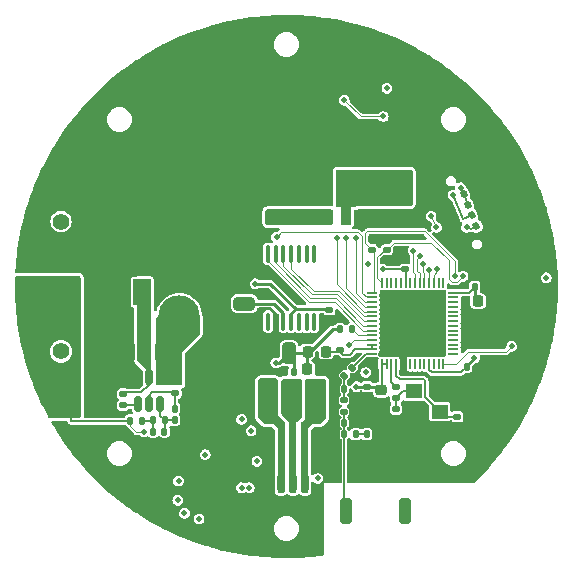
<source format=gbl>
G04 #@! TF.GenerationSoftware,KiCad,Pcbnew,(7.0.0)*
G04 #@! TF.CreationDate,2023-05-14T21:45:47+08:00*
G04 #@! TF.ProjectId,ServoLess,53657276-6f4c-4657-9373-2e6b69636164,V2.0*
G04 #@! TF.SameCoordinates,Original*
G04 #@! TF.FileFunction,Copper,L4,Bot*
G04 #@! TF.FilePolarity,Positive*
%FSLAX46Y46*%
G04 Gerber Fmt 4.6, Leading zero omitted, Abs format (unit mm)*
G04 Created by KiCad (PCBNEW (7.0.0)) date 2023-05-14 21:45:47*
%MOMM*%
%LPD*%
G01*
G04 APERTURE LIST*
G04 Aperture macros list*
%AMRoundRect*
0 Rectangle with rounded corners*
0 $1 Rounding radius*
0 $2 $3 $4 $5 $6 $7 $8 $9 X,Y pos of 4 corners*
0 Add a 4 corners polygon primitive as box body*
4,1,4,$2,$3,$4,$5,$6,$7,$8,$9,$2,$3,0*
0 Add four circle primitives for the rounded corners*
1,1,$1+$1,$2,$3*
1,1,$1+$1,$4,$5*
1,1,$1+$1,$6,$7*
1,1,$1+$1,$8,$9*
0 Add four rect primitives between the rounded corners*
20,1,$1+$1,$2,$3,$4,$5,0*
20,1,$1+$1,$4,$5,$6,$7,0*
20,1,$1+$1,$6,$7,$8,$9,0*
20,1,$1+$1,$8,$9,$2,$3,0*%
%AMHorizOval*
0 Thick line with rounded ends*
0 $1 width*
0 $2 $3 position (X,Y) of the first rounded end (center of the circle)*
0 $4 $5 position (X,Y) of the second rounded end (center of the circle)*
0 Add line between two ends*
20,1,$1,$2,$3,$4,$5,0*
0 Add two circle primitives to create the rounded ends*
1,1,$1,$2,$3*
1,1,$1,$4,$5*%
%AMFreePoly0*
4,1,9,3.862500,-0.866500,0.737500,-0.866500,0.737500,-0.450000,-0.737500,-0.450000,-0.737500,0.450000,0.737500,0.450000,0.737500,0.866500,3.862500,0.866500,3.862500,-0.866500,3.862500,-0.866500,$1*%
G04 Aperture macros list end*
G04 #@! TA.AperFunction,SMDPad,CuDef*
%ADD10RoundRect,0.050000X-0.387500X-0.050000X0.387500X-0.050000X0.387500X0.050000X-0.387500X0.050000X0*%
G04 #@! TD*
G04 #@! TA.AperFunction,SMDPad,CuDef*
%ADD11RoundRect,0.050000X-0.050000X-0.387500X0.050000X-0.387500X0.050000X0.387500X-0.050000X0.387500X0*%
G04 #@! TD*
G04 #@! TA.AperFunction,SMDPad,CuDef*
%ADD12R,5.600000X5.600000*%
G04 #@! TD*
G04 #@! TA.AperFunction,ComponentPad*
%ADD13HorizOval,1.000000X0.508134X0.210476X-0.508134X-0.210476X0*%
G04 #@! TD*
G04 #@! TA.AperFunction,ComponentPad*
%ADD14HorizOval,1.000000X0.277164X0.114805X-0.277164X-0.114805X0*%
G04 #@! TD*
G04 #@! TA.AperFunction,ComponentPad*
%ADD15C,1.400000*%
G04 #@! TD*
G04 #@! TA.AperFunction,ComponentPad*
%ADD16R,3.500000X3.500000*%
G04 #@! TD*
G04 #@! TA.AperFunction,ComponentPad*
%ADD17C,3.500000*%
G04 #@! TD*
G04 #@! TA.AperFunction,SMDPad,CuDef*
%ADD18RoundRect,0.147500X0.172500X-0.147500X0.172500X0.147500X-0.172500X0.147500X-0.172500X-0.147500X0*%
G04 #@! TD*
G04 #@! TA.AperFunction,SMDPad,CuDef*
%ADD19RoundRect,0.100000X-0.100000X0.637500X-0.100000X-0.637500X0.100000X-0.637500X0.100000X0.637500X0*%
G04 #@! TD*
G04 #@! TA.AperFunction,SMDPad,CuDef*
%ADD20RoundRect,0.218750X-0.218750X-0.256250X0.218750X-0.256250X0.218750X0.256250X-0.218750X0.256250X0*%
G04 #@! TD*
G04 #@! TA.AperFunction,SMDPad,CuDef*
%ADD21RoundRect,0.140000X0.140000X0.170000X-0.140000X0.170000X-0.140000X-0.170000X0.140000X-0.170000X0*%
G04 #@! TD*
G04 #@! TA.AperFunction,SMDPad,CuDef*
%ADD22RoundRect,0.250000X-0.325000X-0.650000X0.325000X-0.650000X0.325000X0.650000X-0.325000X0.650000X0*%
G04 #@! TD*
G04 #@! TA.AperFunction,SMDPad,CuDef*
%ADD23RoundRect,0.140000X-0.170000X0.140000X-0.170000X-0.140000X0.170000X-0.140000X0.170000X0.140000X0*%
G04 #@! TD*
G04 #@! TA.AperFunction,SMDPad,CuDef*
%ADD24R,1.400000X1.200000*%
G04 #@! TD*
G04 #@! TA.AperFunction,SMDPad,CuDef*
%ADD25RoundRect,0.135000X0.135000X0.185000X-0.135000X0.185000X-0.135000X-0.185000X0.135000X-0.185000X0*%
G04 #@! TD*
G04 #@! TA.AperFunction,SMDPad,CuDef*
%ADD26RoundRect,0.140000X0.170000X-0.140000X0.170000X0.140000X-0.170000X0.140000X-0.170000X-0.140000X0*%
G04 #@! TD*
G04 #@! TA.AperFunction,SMDPad,CuDef*
%ADD27RoundRect,0.225000X-0.225000X-0.250000X0.225000X-0.250000X0.225000X0.250000X-0.225000X0.250000X0*%
G04 #@! TD*
G04 #@! TA.AperFunction,SMDPad,CuDef*
%ADD28RoundRect,0.250000X0.325000X0.650000X-0.325000X0.650000X-0.325000X-0.650000X0.325000X-0.650000X0*%
G04 #@! TD*
G04 #@! TA.AperFunction,SMDPad,CuDef*
%ADD29RoundRect,0.225000X-0.250000X0.225000X-0.250000X-0.225000X0.250000X-0.225000X0.250000X0.225000X0*%
G04 #@! TD*
G04 #@! TA.AperFunction,SMDPad,CuDef*
%ADD30RoundRect,0.140000X-0.140000X-0.170000X0.140000X-0.170000X0.140000X0.170000X-0.140000X0.170000X0*%
G04 #@! TD*
G04 #@! TA.AperFunction,SMDPad,CuDef*
%ADD31RoundRect,0.150000X-0.150000X-0.625000X0.150000X-0.625000X0.150000X0.625000X-0.150000X0.625000X0*%
G04 #@! TD*
G04 #@! TA.AperFunction,SMDPad,CuDef*
%ADD32RoundRect,0.250000X-0.350000X-0.650000X0.350000X-0.650000X0.350000X0.650000X-0.350000X0.650000X0*%
G04 #@! TD*
G04 #@! TA.AperFunction,SMDPad,CuDef*
%ADD33RoundRect,0.147500X0.147500X0.172500X-0.147500X0.172500X-0.147500X-0.172500X0.147500X-0.172500X0*%
G04 #@! TD*
G04 #@! TA.AperFunction,SMDPad,CuDef*
%ADD34RoundRect,0.250000X-0.650000X0.325000X-0.650000X-0.325000X0.650000X-0.325000X0.650000X0.325000X0*%
G04 #@! TD*
G04 #@! TA.AperFunction,SMDPad,CuDef*
%ADD35RoundRect,0.135000X-0.053927X-0.222580X0.195520X-0.119255X0.053927X0.222580X-0.195520X0.119255X0*%
G04 #@! TD*
G04 #@! TA.AperFunction,SMDPad,CuDef*
%ADD36RoundRect,0.135000X-0.135000X-0.185000X0.135000X-0.185000X0.135000X0.185000X-0.135000X0.185000X0*%
G04 #@! TD*
G04 #@! TA.AperFunction,SMDPad,CuDef*
%ADD37RoundRect,0.250000X-0.250000X0.850000X-0.250000X-0.850000X0.250000X-0.850000X0.250000X0.850000X0*%
G04 #@! TD*
G04 #@! TA.AperFunction,SMDPad,CuDef*
%ADD38R,1.500000X2.200000*%
G04 #@! TD*
G04 #@! TA.AperFunction,SMDPad,CuDef*
%ADD39RoundRect,0.140000X-0.064287X-0.210635X0.194399X-0.103484X0.064287X0.210635X-0.194399X0.103484X0*%
G04 #@! TD*
G04 #@! TA.AperFunction,SMDPad,CuDef*
%ADD40R,0.900000X1.300000*%
G04 #@! TD*
G04 #@! TA.AperFunction,SMDPad,CuDef*
%ADD41FreePoly0,90.000000*%
G04 #@! TD*
G04 #@! TA.AperFunction,SMDPad,CuDef*
%ADD42RoundRect,0.135000X-0.185000X0.135000X-0.185000X-0.135000X0.185000X-0.135000X0.185000X0.135000X0*%
G04 #@! TD*
G04 #@! TA.AperFunction,SMDPad,CuDef*
%ADD43RoundRect,0.250000X0.650000X-0.325000X0.650000X0.325000X-0.650000X0.325000X-0.650000X-0.325000X0*%
G04 #@! TD*
G04 #@! TA.AperFunction,SMDPad,CuDef*
%ADD44RoundRect,0.150000X-0.150000X0.512500X-0.150000X-0.512500X0.150000X-0.512500X0.150000X0.512500X0*%
G04 #@! TD*
G04 #@! TA.AperFunction,SMDPad,CuDef*
%ADD45RoundRect,0.147500X0.017678X-0.226274X0.226274X-0.017678X-0.017678X0.226274X-0.226274X0.017678X0*%
G04 #@! TD*
G04 #@! TA.AperFunction,ViaPad*
%ADD46C,0.500000*%
G04 #@! TD*
G04 #@! TA.AperFunction,Conductor*
%ADD47C,0.100000*%
G04 #@! TD*
G04 #@! TA.AperFunction,Conductor*
%ADD48C,0.200000*%
G04 #@! TD*
G04 #@! TA.AperFunction,Conductor*
%ADD49C,0.250000*%
G04 #@! TD*
G04 #@! TA.AperFunction,Conductor*
%ADD50C,0.150000*%
G04 #@! TD*
G04 APERTURE END LIST*
D10*
X147050000Y-95925000D03*
X147050000Y-95525000D03*
X147050000Y-95125000D03*
X147050000Y-94725000D03*
X147050000Y-94325000D03*
X147050000Y-93925000D03*
X147050000Y-93525000D03*
X147050000Y-93125000D03*
X147050000Y-92725000D03*
X147050000Y-92325000D03*
X147050000Y-91925000D03*
X147050000Y-91525000D03*
X147050000Y-91125000D03*
X147050000Y-90725000D03*
D11*
X147887500Y-89887500D03*
X148287500Y-89887500D03*
X148687500Y-89887500D03*
X149087500Y-89887500D03*
X149487500Y-89887500D03*
X149887500Y-89887500D03*
X150287500Y-89887500D03*
X150687500Y-89887500D03*
X151087500Y-89887500D03*
X151487500Y-89887500D03*
X151887500Y-89887500D03*
X152287500Y-89887500D03*
X152687500Y-89887500D03*
X153087500Y-89887500D03*
D10*
X153925000Y-90725000D03*
X153925000Y-91125000D03*
X153925000Y-91525000D03*
X153925000Y-91925000D03*
X153925000Y-92325000D03*
X153925000Y-92725000D03*
X153925000Y-93125000D03*
X153925000Y-93525000D03*
X153925000Y-93925000D03*
X153925000Y-94325000D03*
X153925000Y-94725000D03*
X153925000Y-95125000D03*
X153925000Y-95525000D03*
X153925000Y-95925000D03*
D11*
X153087500Y-96762500D03*
X152687500Y-96762500D03*
X152287500Y-96762500D03*
X151887500Y-96762500D03*
X151487500Y-96762500D03*
X151087500Y-96762500D03*
X150687500Y-96762500D03*
X150287500Y-96762500D03*
X149887500Y-96762500D03*
X149487500Y-96762500D03*
X149087500Y-96762500D03*
X148687500Y-96762500D03*
X148287500Y-96762500D03*
X147887500Y-96762500D03*
D12*
X150487499Y-93324999D03*
D13*
X156001448Y-88153958D03*
D14*
X159863265Y-86554341D03*
D13*
X152695064Y-80171639D03*
D14*
X156556880Y-78572022D03*
D15*
X120715000Y-95695000D03*
X120715000Y-84695000D03*
D16*
X130714999Y-87694999D03*
D17*
X130715000Y-92695000D03*
D18*
X149070000Y-99650000D03*
X149070000Y-98680000D03*
D19*
X138250000Y-87437500D03*
X138900000Y-87437500D03*
X139550000Y-87437500D03*
X140200000Y-87437500D03*
X140850000Y-87437500D03*
X141500000Y-87437500D03*
X142150000Y-87437500D03*
X142150000Y-93162500D03*
X141500000Y-93162500D03*
X140850000Y-93162500D03*
X140200000Y-93162500D03*
X139550000Y-93162500D03*
X138900000Y-93162500D03*
X138250000Y-93162500D03*
D20*
X141587500Y-95700000D03*
X143162500Y-95700000D03*
D21*
X140430000Y-97475000D03*
X139470000Y-97475000D03*
D22*
X121575000Y-97875000D03*
X124525000Y-97875000D03*
D23*
X143425000Y-93105000D03*
X143425000Y-92145000D03*
X144320000Y-95555000D03*
X144320000Y-96515000D03*
D24*
X150579999Y-99084999D03*
X152779999Y-99084999D03*
X152779999Y-100784999D03*
X150579999Y-100784999D03*
D25*
X145335000Y-93825000D03*
X144315000Y-93825000D03*
D26*
X139525000Y-83930000D03*
X139525000Y-82970000D03*
D27*
X141575000Y-97200000D03*
X143125000Y-97200000D03*
D28*
X129300000Y-95750000D03*
X126350000Y-95750000D03*
D23*
X154270000Y-100245000D03*
X154270000Y-101205000D03*
D29*
X147830000Y-98950000D03*
X147830000Y-100500000D03*
D26*
X147050000Y-86120000D03*
X147050000Y-87080000D03*
D28*
X140025000Y-95825000D03*
X137075000Y-95825000D03*
D30*
X144700000Y-101730000D03*
X145660000Y-101730000D03*
D31*
X139350000Y-106875000D03*
X140350000Y-106875000D03*
X141350000Y-106875000D03*
D32*
X138050000Y-103000000D03*
X142650000Y-103000000D03*
D33*
X145665000Y-102700000D03*
X144695000Y-102700000D03*
D22*
X121575000Y-100200000D03*
X124525000Y-100200000D03*
D23*
X146630000Y-98665000D03*
X146630000Y-99625000D03*
D18*
X144700000Y-100785000D03*
X144700000Y-99815000D03*
D26*
X148300000Y-86120000D03*
X148300000Y-87080000D03*
D34*
X148525000Y-81450000D03*
X148525000Y-84400000D03*
D35*
X155888821Y-85080169D03*
X156831179Y-84689831D03*
D30*
X146580000Y-102700000D03*
X147540000Y-102700000D03*
X128495000Y-102475000D03*
X129455000Y-102475000D03*
D36*
X126590000Y-101550000D03*
X127610000Y-101550000D03*
D37*
X144870000Y-109185000D03*
X149870000Y-109185000D03*
D26*
X149875000Y-88755000D03*
X149875000Y-87795000D03*
D34*
X136240000Y-88690000D03*
X136240000Y-91640000D03*
D38*
X127599999Y-90674999D03*
X121199999Y-90674999D03*
D21*
X144700000Y-98880000D03*
X143740000Y-98880000D03*
D27*
X156025000Y-91435000D03*
X157575000Y-91435000D03*
D23*
X150150000Y-83070000D03*
X150150000Y-84030000D03*
D30*
X155750000Y-90205000D03*
X156710000Y-90205000D03*
D36*
X130340000Y-100550000D03*
X131360000Y-100550000D03*
D35*
X155508821Y-84160169D03*
X156451179Y-83769831D03*
D30*
X130595000Y-96450000D03*
X131555000Y-96450000D03*
D39*
X155166538Y-83268688D03*
X156053462Y-82901312D03*
X154796538Y-82378688D03*
X155683462Y-82011312D03*
D36*
X128465000Y-101525000D03*
X129485000Y-101525000D03*
D30*
X155070000Y-96975000D03*
X156030000Y-96975000D03*
D26*
X149080000Y-101525000D03*
X149080000Y-100565000D03*
D36*
X130340000Y-101500000D03*
X131360000Y-101500000D03*
D40*
X146349999Y-84314999D03*
D41*
X144850000Y-84227500D03*
D40*
X143349999Y-84314999D03*
D26*
X125975000Y-100255000D03*
X125975000Y-99295000D03*
D42*
X130400000Y-98215000D03*
X130400000Y-99235000D03*
D43*
X141150000Y-84250000D03*
X141150000Y-81300000D03*
D44*
X127225000Y-97837500D03*
X128175000Y-97837500D03*
X129125000Y-97837500D03*
X129125000Y-100112500D03*
X128175000Y-100112500D03*
X127225000Y-100112500D03*
D45*
X144707053Y-97742947D03*
X145392947Y-97057053D03*
D46*
X142455000Y-106450000D03*
X150140000Y-84685000D03*
X123300000Y-93495000D03*
X121780000Y-102545000D03*
X123570000Y-102615000D03*
X125540000Y-102565000D03*
X155660000Y-80435000D03*
X129570000Y-106575000D03*
X128600000Y-107695000D03*
X129460000Y-108725000D03*
X133190000Y-101945000D03*
X130880000Y-103875000D03*
X126150000Y-93675000D03*
X124650000Y-94555000D03*
X124680000Y-95905000D03*
X123330000Y-96325000D03*
X123260000Y-98065000D03*
X123270000Y-100045000D03*
X143100000Y-79065000D03*
X142990000Y-82575000D03*
X142950000Y-81515000D03*
X142940000Y-80485000D03*
X133260000Y-89785000D03*
X134650000Y-89775000D03*
X135950000Y-89815000D03*
X135820000Y-85805000D03*
X134890000Y-87195000D03*
X133550000Y-87165000D03*
X150240000Y-72835000D03*
X144870000Y-70575000D03*
X158050000Y-84525000D03*
X157300000Y-82845000D03*
X156760000Y-81585000D03*
X161070000Y-91535000D03*
X159260000Y-97365000D03*
X159340000Y-99655000D03*
X158090000Y-102145000D03*
X156280000Y-103535000D03*
X151740000Y-105205000D03*
X151730000Y-104275000D03*
X147580000Y-101495000D03*
X148280000Y-102155000D03*
X149420000Y-102395000D03*
X150500000Y-102165000D03*
X151320000Y-102165000D03*
X153980000Y-98335000D03*
X153990000Y-99285000D03*
X156610000Y-97735000D03*
X156610000Y-98595000D03*
X156610000Y-99455000D03*
X147440000Y-72765000D03*
X144060000Y-78065000D03*
X145340000Y-79365000D03*
X140610000Y-82595000D03*
X149240000Y-87605000D03*
X138900000Y-96665000D03*
X147040000Y-86125000D03*
X130670000Y-106655000D03*
X131170000Y-109405000D03*
X137160000Y-89955000D03*
X148310000Y-73405000D03*
X142300000Y-108575000D03*
X147200000Y-96425000D03*
X144800000Y-96575000D03*
X145800000Y-97825000D03*
X145800000Y-100075000D03*
X146550000Y-101075000D03*
X145800000Y-100825000D03*
X146550000Y-101825000D03*
X146050000Y-103575000D03*
X143800000Y-102075000D03*
X143800000Y-102825000D03*
X145800000Y-106325000D03*
X144050000Y-103575000D03*
X145300000Y-103575000D03*
X145300000Y-104325000D03*
X144050000Y-104325000D03*
X142300000Y-109575000D03*
X142300000Y-110575000D03*
X142300000Y-111575000D03*
X142300000Y-112575000D03*
X154800000Y-106325000D03*
X153800000Y-106325000D03*
X152800000Y-106325000D03*
X151800000Y-106325000D03*
X150800000Y-106325000D03*
X149800000Y-106325000D03*
X148800000Y-106325000D03*
X147775000Y-106325000D03*
X146750000Y-106325000D03*
X159825000Y-90750000D03*
X158875000Y-95250000D03*
X144700000Y-74425000D03*
X148000000Y-75800000D03*
X150525000Y-87150000D03*
X151082119Y-87636587D03*
X151390124Y-88264629D03*
X147975000Y-88750000D03*
X152500000Y-85200000D03*
X152050000Y-84225000D03*
X151884864Y-88759136D03*
X152584300Y-88749500D03*
X161800000Y-89450000D03*
X154550000Y-81825000D03*
X153900000Y-82450000D03*
X155050000Y-85200000D03*
X155716636Y-96241568D03*
X154051433Y-89332834D03*
X154750889Y-89340883D03*
X145725000Y-98675000D03*
X146525000Y-97475000D03*
X130600000Y-108300000D03*
X132400000Y-109875000D03*
X132925000Y-104425000D03*
X127765500Y-102500000D03*
X145140000Y-95115000D03*
X146674500Y-88325000D03*
X138960000Y-86024500D03*
X145650000Y-86125000D03*
X144825000Y-86115495D03*
X144050000Y-86115495D03*
X146550000Y-80800000D03*
X146550000Y-81750000D03*
X146550000Y-82700000D03*
X147950000Y-82700000D03*
X148975000Y-82700000D03*
X150000000Y-81950000D03*
X150000000Y-80975000D03*
X139225000Y-84625000D03*
X138550000Y-84625000D03*
X138550000Y-84000000D03*
X119325000Y-94575000D03*
X119025000Y-92700000D03*
X120275000Y-100875000D03*
X120625000Y-93725000D03*
X121650000Y-93775000D03*
X121675000Y-92525000D03*
X120625000Y-92500000D03*
X119775000Y-91375000D03*
X119775000Y-90375000D03*
X118725000Y-90400000D03*
X117525000Y-90425000D03*
X117650000Y-92300000D03*
X118075000Y-94350000D03*
X118525000Y-96450000D03*
X119225000Y-98225000D03*
X120275000Y-99725000D03*
X120275000Y-98400000D03*
X120300000Y-97150000D03*
X139605002Y-94349500D03*
X142325000Y-94400000D03*
X134250000Y-93950000D03*
X136000000Y-107225000D03*
X136650000Y-107225000D03*
X136000000Y-101450000D03*
X136809732Y-102408776D03*
X137300000Y-105000000D03*
X138850000Y-98825000D03*
X137700000Y-98825000D03*
X138850000Y-98275000D03*
X137700000Y-98275000D03*
X138275000Y-98825000D03*
X138275000Y-98275000D03*
X140875000Y-98875000D03*
X139675000Y-98275000D03*
X139675000Y-98875000D03*
X140275000Y-98275000D03*
X140875000Y-98275000D03*
X140275000Y-98875000D03*
X141700000Y-98850000D03*
X141700000Y-98300000D03*
X142850000Y-98850000D03*
X142275000Y-98850000D03*
X142850000Y-98300000D03*
X142275000Y-98300000D03*
D47*
X145530000Y-94725000D02*
X147050000Y-94725000D01*
X145140000Y-95115000D02*
X145530000Y-94725000D01*
D48*
X126540000Y-101600000D02*
X126590000Y-101550000D01*
D49*
X141838173Y-95700000D02*
X141587500Y-95700000D01*
D48*
X130340000Y-99295000D02*
X130400000Y-99235000D01*
D49*
X156025000Y-91435000D02*
X155750000Y-91160000D01*
D48*
X125975000Y-99295000D02*
X126120000Y-99150000D01*
X130400000Y-99235000D02*
X130315000Y-99150000D01*
X127082500Y-100255000D02*
X127225000Y-100112500D01*
X128440000Y-101550000D02*
X128465000Y-101525000D01*
D49*
X143380000Y-92100000D02*
X143425000Y-92145000D01*
D50*
X143167500Y-95705000D02*
X143162500Y-95700000D01*
D49*
X141462500Y-95825000D02*
X141587500Y-95700000D01*
D48*
X128465000Y-102445000D02*
X128495000Y-102475000D01*
D50*
X147830000Y-98950000D02*
X147887500Y-98892500D01*
D48*
X144700000Y-102695000D02*
X144695000Y-102700000D01*
D50*
X152780000Y-100785000D02*
X153200000Y-101205000D01*
D48*
X144707053Y-98872947D02*
X144700000Y-98880000D01*
D49*
X147545000Y-98665000D02*
X147830000Y-98950000D01*
D50*
X149080000Y-99660000D02*
X149070000Y-99650000D01*
D47*
X147050000Y-87080000D02*
X147175000Y-87205000D01*
D49*
X155070000Y-96888204D02*
X155070000Y-96975000D01*
D47*
X148300000Y-87080000D02*
X148120000Y-87080000D01*
D48*
X129485000Y-102445000D02*
X129455000Y-102475000D01*
D50*
X149887500Y-88767500D02*
X149875000Y-88755000D01*
D48*
X151282500Y-93415000D02*
X150682500Y-92815000D01*
X144695000Y-109010000D02*
X144870000Y-109185000D01*
D49*
X140025000Y-95825000D02*
X140430000Y-96230000D01*
X141575000Y-95712500D02*
X141587500Y-95700000D01*
D48*
X130315000Y-101525000D02*
X130340000Y-101500000D01*
D47*
X153100000Y-96750000D02*
X153087500Y-96762500D01*
X138250000Y-88019975D02*
X138250000Y-87437500D01*
D48*
X149430000Y-87795000D02*
X149240000Y-87605000D01*
X149875000Y-87795000D02*
X149430000Y-87795000D01*
D47*
X146588236Y-91125000D02*
X147050000Y-91125000D01*
X145847602Y-85615495D02*
X146175000Y-85942893D01*
X139369005Y-85615495D02*
X145847602Y-85615495D01*
X138960000Y-86024500D02*
X139369005Y-85615495D01*
X146175000Y-85942893D02*
X146175000Y-90711764D01*
X146175000Y-90711764D02*
X146588236Y-91125000D01*
D49*
X139185000Y-96665000D02*
X140025000Y-95825000D01*
X138900000Y-96665000D02*
X139185000Y-96665000D01*
D47*
X146490000Y-86520000D02*
X147050000Y-87080000D01*
X146650000Y-85525000D02*
X146490000Y-85685000D01*
X154051433Y-88051433D02*
X151525000Y-85525000D01*
X151525000Y-85525000D02*
X146650000Y-85525000D01*
X146490000Y-85685000D02*
X146490000Y-86520000D01*
X154051433Y-89332834D02*
X154051433Y-88051433D01*
D49*
X138428959Y-89955000D02*
X137160000Y-89955000D01*
X140573959Y-92100000D02*
X138428959Y-89955000D01*
D48*
X144695000Y-102700000D02*
X144695000Y-109010000D01*
X145665000Y-102700000D02*
X146580000Y-102700000D01*
X144700000Y-101730000D02*
X144700000Y-102695000D01*
X144700000Y-100785000D02*
X144700000Y-101730000D01*
X144700000Y-98880000D02*
X144700000Y-99815000D01*
X144707053Y-97742947D02*
X144707053Y-98872947D01*
X147050000Y-95925000D02*
X146525000Y-95925000D01*
X146525000Y-95925000D02*
X145392947Y-97057053D01*
D47*
X154175000Y-96750000D02*
X153100000Y-96750000D01*
X155200000Y-95725000D02*
X154175000Y-96750000D01*
X158400000Y-95725000D02*
X155200000Y-95725000D01*
X158875000Y-95250000D02*
X158400000Y-95725000D01*
D49*
X155716636Y-96241568D02*
X155070000Y-96888204D01*
D47*
X148000000Y-75800000D02*
X146075000Y-75800000D01*
X146075000Y-75800000D02*
X144700000Y-74425000D01*
X150890124Y-88895767D02*
X151087500Y-89093143D01*
X150890124Y-87828582D02*
X150890124Y-88895767D01*
X151082119Y-87636587D02*
X150890124Y-87828582D01*
X151087500Y-89093143D02*
X151087500Y-89887500D01*
X150525000Y-88954907D02*
X150525000Y-87150000D01*
X150687500Y-89117407D02*
X150525000Y-88954907D01*
X150687500Y-89887500D02*
X150687500Y-89117407D01*
X153550000Y-87974264D02*
X152050736Y-86475000D01*
X153550000Y-89562500D02*
X153550000Y-87974264D01*
X154258938Y-89832834D02*
X153820334Y-89832834D01*
X153820334Y-89832834D02*
X153550000Y-89562500D01*
X148905000Y-86475000D02*
X148300000Y-87080000D01*
X154750889Y-89340883D02*
X154258938Y-89832834D01*
X152050736Y-86475000D02*
X148905000Y-86475000D01*
X151384864Y-88269889D02*
X151390124Y-88264629D01*
X151384864Y-88966243D02*
X151384864Y-88269889D01*
X151487500Y-89068879D02*
X151384864Y-88966243D01*
X151487500Y-89887500D02*
X151487500Y-89068879D01*
D50*
X149875000Y-88755000D02*
X147975000Y-88750000D01*
D47*
X147475000Y-87725000D02*
X147475000Y-89475000D01*
X147475000Y-89475000D02*
X147887500Y-89887500D01*
X148120000Y-87080000D02*
X147475000Y-87725000D01*
X147175000Y-90600000D02*
X147050000Y-90725000D01*
X147175000Y-87205000D02*
X147175000Y-90600000D01*
X151884864Y-88759136D02*
X151887500Y-88761772D01*
X151887500Y-88761772D02*
X151887500Y-89887500D01*
X152584300Y-88749500D02*
X152584300Y-88897807D01*
X152584300Y-88897807D02*
X152287500Y-89194607D01*
X152287500Y-89194607D02*
X152287500Y-89887500D01*
D50*
X149887500Y-89887500D02*
X149887500Y-88767500D01*
D47*
X152500000Y-85200000D02*
X152050000Y-84225000D01*
D50*
X155683462Y-82011312D02*
X156831179Y-84689831D01*
X154796538Y-82378688D02*
X154550000Y-81825000D01*
X155166538Y-83268688D02*
X154796538Y-82378688D01*
X154725000Y-84500000D02*
X153900000Y-82450000D01*
X155508821Y-84160169D02*
X154725000Y-84500000D01*
X155450000Y-85300000D02*
X155888821Y-85080169D01*
X155050000Y-85200000D02*
X155450000Y-85300000D01*
X155230000Y-90725000D02*
X155750000Y-90205000D01*
X153925000Y-90725000D02*
X155230000Y-90725000D01*
D49*
X155750000Y-91160000D02*
X155750000Y-90205000D01*
D50*
X155070000Y-96975000D02*
X154570000Y-97475000D01*
X154570000Y-97475000D02*
X152102881Y-97475000D01*
X152102881Y-97475000D02*
X151887500Y-97259619D01*
X151887500Y-97259619D02*
X151887500Y-96762500D01*
X149087500Y-97737500D02*
X149087500Y-96762500D01*
X151425000Y-98050000D02*
X149400000Y-98050000D01*
X149400000Y-98050000D02*
X149087500Y-97737500D01*
X151555000Y-98180000D02*
X151425000Y-98050000D01*
X152780000Y-100785000D02*
X151555000Y-99560000D01*
X151555000Y-99560000D02*
X151555000Y-98180000D01*
X153200000Y-101205000D02*
X154270000Y-101205000D01*
X149080000Y-100565000D02*
X149080000Y-99660000D01*
X149070000Y-99650000D02*
X149635000Y-99085000D01*
X149635000Y-99085000D02*
X150580000Y-99085000D01*
X148687500Y-98297500D02*
X148687500Y-96762500D01*
X149070000Y-98680000D02*
X148687500Y-98297500D01*
X148287500Y-96762500D02*
X147887500Y-96762500D01*
X147887500Y-98892500D02*
X147887500Y-96762500D01*
D49*
X146630000Y-98665000D02*
X147545000Y-98665000D01*
X145735000Y-98665000D02*
X145725000Y-98675000D01*
X146630000Y-98665000D02*
X145735000Y-98665000D01*
D47*
X127765500Y-102500000D02*
X127100000Y-102500000D01*
X127100000Y-102500000D02*
X126590000Y-101990000D01*
X126590000Y-101990000D02*
X126590000Y-101550000D01*
D50*
X145593750Y-95525000D02*
X145143750Y-95975000D01*
X147050000Y-95525000D02*
X145593750Y-95525000D01*
X145143750Y-95975000D02*
X144620000Y-95975000D01*
X144620000Y-95975000D02*
X144350000Y-95705000D01*
X147050000Y-95525000D02*
X147050000Y-95125000D01*
D47*
X146445584Y-91525000D02*
X147050000Y-91525000D01*
X145650000Y-90729416D02*
X146445584Y-91525000D01*
X145650000Y-86125000D02*
X145650000Y-90729416D01*
X146421320Y-91925000D02*
X147050000Y-91925000D01*
X144825000Y-90328680D02*
X146421320Y-91925000D01*
X144825000Y-86115495D02*
X144825000Y-90328680D01*
X146397056Y-92325000D02*
X144050000Y-89977944D01*
X147050000Y-92325000D02*
X146397056Y-92325000D01*
X144050000Y-89977944D02*
X144050000Y-86115495D01*
X140200000Y-88673591D02*
X140200000Y-87437500D01*
X144220647Y-90572855D02*
X142099264Y-90572855D01*
X146372792Y-92725000D02*
X144220647Y-90572855D01*
X147050000Y-92725000D02*
X146372792Y-92725000D01*
X142099264Y-90572855D02*
X140200000Y-88673591D01*
X139550000Y-88447855D02*
X139550000Y-87437500D01*
X141975000Y-90872855D02*
X139550000Y-88447855D01*
X144096383Y-90872855D02*
X141975000Y-90872855D01*
X146348528Y-93125000D02*
X144096383Y-90872855D01*
X147050000Y-93125000D02*
X146348528Y-93125000D01*
X138900000Y-88245711D02*
X138900000Y-87437500D01*
X141827144Y-91172855D02*
X138900000Y-88245711D01*
X146324264Y-93525000D02*
X143972119Y-91172855D01*
X143972119Y-91172855D02*
X141827144Y-91172855D01*
X147050000Y-93525000D02*
X146324264Y-93525000D01*
X143875000Y-91500000D02*
X141730025Y-91500000D01*
X141730025Y-91500000D02*
X138250000Y-88019975D01*
X146300000Y-93925000D02*
X143875000Y-91500000D01*
X147050000Y-93925000D02*
X146300000Y-93925000D01*
D50*
X144350000Y-95705000D02*
X143167500Y-95705000D01*
D49*
X140430000Y-96230000D02*
X140430000Y-97475000D01*
X140025000Y-95825000D02*
X141462500Y-95825000D01*
X141575000Y-97200000D02*
X141575000Y-95712500D01*
X144315000Y-93825000D02*
X143713173Y-93825000D01*
X143713173Y-93825000D02*
X141838173Y-95700000D01*
X138716041Y-91640000D02*
X136240000Y-91640000D01*
X139550000Y-92473959D02*
X138716041Y-91640000D01*
X139550000Y-93162500D02*
X139550000Y-92473959D01*
X140573959Y-92100000D02*
X143380000Y-92100000D01*
X140200000Y-92473959D02*
X140573959Y-92100000D01*
X140200000Y-93162500D02*
X140200000Y-92473959D01*
D47*
X145835000Y-94325000D02*
X145335000Y-93825000D01*
X147050000Y-94325000D02*
X145835000Y-94325000D01*
D48*
X125975000Y-100255000D02*
X127082500Y-100255000D01*
X128175000Y-98500000D02*
X128175000Y-97837500D01*
X127525000Y-99150000D02*
X128175000Y-98500000D01*
X126120000Y-99150000D02*
X127525000Y-99150000D01*
X128175000Y-99425000D02*
X128175000Y-100112500D01*
X130315000Y-99150000D02*
X128450000Y-99150000D01*
X128450000Y-99150000D02*
X128175000Y-99425000D01*
X130340000Y-100550000D02*
X130340000Y-99295000D01*
X129485000Y-101525000D02*
X130315000Y-101525000D01*
X129125000Y-101165000D02*
X129125000Y-100112500D01*
X129485000Y-101525000D02*
X129125000Y-101165000D01*
X129485000Y-101525000D02*
X129485000Y-102445000D01*
X128465000Y-101525000D02*
X128465000Y-102445000D01*
X127610000Y-101550000D02*
X128440000Y-101550000D01*
X121575000Y-101600000D02*
X126540000Y-101600000D01*
X121575000Y-100200000D02*
X121575000Y-101600000D01*
G04 #@! TA.AperFunction,Conductor*
G36*
X138921091Y-97984439D02*
G01*
X138961319Y-98011319D01*
X139088681Y-98138681D01*
X139115561Y-98178909D01*
X139125000Y-98226362D01*
X139125000Y-101125000D01*
X139133638Y-101133637D01*
X139133638Y-101133638D01*
X139613681Y-101613681D01*
X139640561Y-101653909D01*
X139650000Y-101701362D01*
X139650000Y-107498638D01*
X139640561Y-107546091D01*
X139613681Y-107586319D01*
X139586319Y-107613681D01*
X139546091Y-107640561D01*
X139498638Y-107650000D01*
X139201362Y-107650000D01*
X139153909Y-107640561D01*
X139113681Y-107613681D01*
X139086319Y-107586319D01*
X139059439Y-107546091D01*
X139050000Y-107498638D01*
X139050000Y-102212211D01*
X139050000Y-102200000D01*
X138725000Y-101875000D01*
X138712789Y-101875000D01*
X138581041Y-101875000D01*
X138537709Y-101867182D01*
X138514755Y-101858621D01*
X138514752Y-101858620D01*
X138507483Y-101855909D01*
X138499770Y-101855079D01*
X138499767Y-101855079D01*
X138451180Y-101849855D01*
X138451169Y-101849854D01*
X138447873Y-101849500D01*
X138444551Y-101849500D01*
X138025862Y-101849500D01*
X137978409Y-101840061D01*
X137938181Y-101813181D01*
X137411319Y-101286319D01*
X137384439Y-101246091D01*
X137375000Y-101198638D01*
X137375000Y-98226362D01*
X137384439Y-98178909D01*
X137411319Y-98138681D01*
X137538681Y-98011319D01*
X137578909Y-97984439D01*
X137626362Y-97975000D01*
X138873638Y-97975000D01*
X138921091Y-97984439D01*
G37*
G04 #@! TD.AperFunction*
G04 #@! TA.AperFunction,Conductor*
G36*
X140153103Y-98013516D02*
G01*
X140159126Y-98016585D01*
X140159128Y-98016585D01*
X140167825Y-98021017D01*
X140259265Y-98035500D01*
X140600734Y-98035499D01*
X140692175Y-98021017D01*
X140706896Y-98013516D01*
X140763193Y-98000000D01*
X140923638Y-98000000D01*
X140971091Y-98009439D01*
X141011319Y-98036319D01*
X141088681Y-98113681D01*
X141115561Y-98153909D01*
X141125000Y-98201362D01*
X141125000Y-101123638D01*
X141115561Y-101171091D01*
X141088681Y-101211319D01*
X140658638Y-101641361D01*
X140658635Y-101641364D01*
X140650000Y-101650000D01*
X140650000Y-101662211D01*
X140650000Y-107498638D01*
X140640561Y-107546091D01*
X140613681Y-107586319D01*
X140586319Y-107613681D01*
X140546091Y-107640561D01*
X140498638Y-107650000D01*
X140201362Y-107650000D01*
X140153909Y-107640561D01*
X140113681Y-107613681D01*
X140086319Y-107586319D01*
X140059439Y-107546091D01*
X140050000Y-107498638D01*
X140050000Y-101687211D01*
X140050000Y-101675000D01*
X139411319Y-101036318D01*
X139384439Y-100996091D01*
X139375000Y-100948638D01*
X139375000Y-98226363D01*
X139384439Y-98178911D01*
X139411318Y-98138682D01*
X139436319Y-98113681D01*
X139478184Y-98071815D01*
X139518410Y-98044938D01*
X139565861Y-98035499D01*
X139640734Y-98035499D01*
X139732175Y-98021017D01*
X139746896Y-98013516D01*
X139803193Y-98000000D01*
X140096807Y-98000000D01*
X140153103Y-98013516D01*
G37*
G04 #@! TD.AperFunction*
G04 #@! TA.AperFunction,Conductor*
G36*
X142996091Y-98009439D02*
G01*
X143036319Y-98036319D01*
X143138681Y-98138681D01*
X143165561Y-98178909D01*
X143175000Y-98226362D01*
X143175000Y-101273638D01*
X143165561Y-101321091D01*
X143138681Y-101361319D01*
X142711319Y-101788681D01*
X142671091Y-101815561D01*
X142623638Y-101825000D01*
X142025000Y-101825000D01*
X142016364Y-101833635D01*
X142016361Y-101833638D01*
X141658638Y-102191361D01*
X141658635Y-102191364D01*
X141650000Y-102200000D01*
X141650000Y-102212211D01*
X141650000Y-107498638D01*
X141640561Y-107546091D01*
X141613681Y-107586319D01*
X141586319Y-107613681D01*
X141546091Y-107640561D01*
X141498638Y-107650000D01*
X141201362Y-107650000D01*
X141153909Y-107640561D01*
X141113681Y-107613681D01*
X141086319Y-107586319D01*
X141059439Y-107546091D01*
X141050000Y-107498638D01*
X141050000Y-101751362D01*
X141059439Y-101703909D01*
X141086319Y-101663681D01*
X141086318Y-101663681D01*
X141375000Y-101375000D01*
X141375000Y-98923146D01*
X141376262Y-98905499D01*
X141379385Y-98883778D01*
X141379385Y-98883777D01*
X141380647Y-98875000D01*
X141376262Y-98844501D01*
X141375000Y-98826854D01*
X141375000Y-98323146D01*
X141376262Y-98305499D01*
X141379385Y-98283778D01*
X141379385Y-98283777D01*
X141380647Y-98275000D01*
X141376262Y-98244501D01*
X141375000Y-98226854D01*
X141375000Y-98226362D01*
X141384439Y-98178909D01*
X141411319Y-98138681D01*
X141513681Y-98036319D01*
X141553909Y-98009439D01*
X141601362Y-98000000D01*
X142948638Y-98000000D01*
X142996091Y-98009439D01*
G37*
G04 #@! TD.AperFunction*
G04 #@! TA.AperFunction,Conductor*
G36*
X132388000Y-92691613D02*
G01*
X132433387Y-92737000D01*
X132450000Y-92799000D01*
X132450000Y-94223638D01*
X132440561Y-94271091D01*
X132413681Y-94311319D01*
X130983638Y-95741361D01*
X130983635Y-95741364D01*
X130975000Y-95750000D01*
X130975000Y-95762211D01*
X130975000Y-98451000D01*
X130958387Y-98513000D01*
X130913000Y-98558387D01*
X130851000Y-98575000D01*
X128926362Y-98575000D01*
X128878909Y-98565561D01*
X128838681Y-98538681D01*
X128811319Y-98511319D01*
X128784439Y-98471091D01*
X128775000Y-98423638D01*
X128775000Y-92926362D01*
X128784439Y-92878909D01*
X128811319Y-92838681D01*
X128938681Y-92711319D01*
X128978909Y-92684439D01*
X129026362Y-92675000D01*
X132326000Y-92675000D01*
X132388000Y-92691613D01*
G37*
G04 #@! TD.AperFunction*
G04 #@! TA.AperFunction,Conductor*
G36*
X128263000Y-89591613D02*
G01*
X128308387Y-89637000D01*
X128325000Y-89699000D01*
X128325000Y-98376000D01*
X128308387Y-98438000D01*
X128263000Y-98483387D01*
X128201000Y-98500000D01*
X127999000Y-98500000D01*
X127937000Y-98483387D01*
X127891613Y-98438000D01*
X127875000Y-98376000D01*
X127875000Y-97212211D01*
X127875000Y-97200000D01*
X127211754Y-96536754D01*
X127183632Y-96493409D01*
X127176482Y-96447873D01*
X127175500Y-96447873D01*
X127175499Y-95055439D01*
X127175499Y-95052128D01*
X127175167Y-95049040D01*
X127175000Y-95042814D01*
X127175000Y-89699000D01*
X127191613Y-89637000D01*
X127237000Y-89591613D01*
X127299000Y-89575000D01*
X128201000Y-89575000D01*
X128263000Y-89591613D01*
G37*
G04 #@! TD.AperFunction*
G04 #@! TA.AperFunction,Conductor*
G36*
X122313000Y-89341613D02*
G01*
X122358387Y-89387000D01*
X122375000Y-89449000D01*
X122375000Y-101201000D01*
X122358387Y-101263000D01*
X122313000Y-101308387D01*
X122251000Y-101325000D01*
X119748445Y-101325000D01*
X119685146Y-101307627D01*
X119639585Y-101260376D01*
X119607200Y-101201000D01*
X119490031Y-100986180D01*
X119488671Y-100983613D01*
X119251330Y-100522526D01*
X119250345Y-100520571D01*
X119060418Y-100135016D01*
X119059184Y-100132434D01*
X118841088Y-99661909D01*
X118840281Y-99660127D01*
X118666439Y-99266737D01*
X118665302Y-99264080D01*
X118466917Y-98785136D01*
X118466181Y-98783313D01*
X118308762Y-98382800D01*
X118307822Y-98380324D01*
X118129428Y-97893669D01*
X118128709Y-97891652D01*
X117988073Y-97484898D01*
X117987228Y-97482357D01*
X117829134Y-96988863D01*
X117828511Y-96986853D01*
X117704895Y-96574525D01*
X117704158Y-96571963D01*
X117566622Y-96072459D01*
X117566018Y-96070179D01*
X117470353Y-95695000D01*
X119759901Y-95695000D01*
X119760498Y-95701061D01*
X119777655Y-95875268D01*
X119777656Y-95875276D01*
X119778253Y-95881331D01*
X119780018Y-95887152D01*
X119780020Y-95887158D01*
X119830837Y-96054678D01*
X119830839Y-96054683D01*
X119832604Y-96060501D01*
X119835472Y-96065868D01*
X119835474Y-96065871D01*
X119907108Y-96199889D01*
X119920864Y-96225625D01*
X120039643Y-96370357D01*
X120184375Y-96489136D01*
X120349499Y-96577396D01*
X120528669Y-96631747D01*
X120715000Y-96650099D01*
X120901331Y-96631747D01*
X121080501Y-96577396D01*
X121245625Y-96489136D01*
X121390357Y-96370357D01*
X121509136Y-96225625D01*
X121597396Y-96060501D01*
X121651747Y-95881331D01*
X121670099Y-95695000D01*
X121651747Y-95508669D01*
X121597396Y-95329499D01*
X121509136Y-95164375D01*
X121390357Y-95019643D01*
X121245625Y-94900864D01*
X121219889Y-94887108D01*
X121085871Y-94815474D01*
X121085868Y-94815472D01*
X121080501Y-94812604D01*
X121074683Y-94810839D01*
X121074678Y-94810837D01*
X120907158Y-94760020D01*
X120907152Y-94760018D01*
X120901331Y-94758253D01*
X120895276Y-94757656D01*
X120895268Y-94757655D01*
X120721061Y-94740498D01*
X120715000Y-94739901D01*
X120708939Y-94740498D01*
X120534731Y-94757655D01*
X120534721Y-94757656D01*
X120528669Y-94758253D01*
X120522849Y-94760018D01*
X120522841Y-94760020D01*
X120355321Y-94810837D01*
X120355312Y-94810840D01*
X120349499Y-94812604D01*
X120344134Y-94815471D01*
X120344128Y-94815474D01*
X120189751Y-94897990D01*
X120189747Y-94897992D01*
X120184375Y-94900864D01*
X120179667Y-94904727D01*
X120179662Y-94904731D01*
X120044349Y-95015780D01*
X120044344Y-95015784D01*
X120039643Y-95019643D01*
X120035784Y-95024344D01*
X120035780Y-95024349D01*
X119924731Y-95159662D01*
X119924727Y-95159667D01*
X119920864Y-95164375D01*
X119917992Y-95169747D01*
X119917990Y-95169751D01*
X119835474Y-95324128D01*
X119835471Y-95324134D01*
X119832604Y-95329499D01*
X119830840Y-95335312D01*
X119830837Y-95335321D01*
X119780020Y-95502841D01*
X119780018Y-95502849D01*
X119778253Y-95508669D01*
X119777656Y-95514721D01*
X119777655Y-95514731D01*
X119764015Y-95653231D01*
X119759901Y-95695000D01*
X117470353Y-95695000D01*
X117459703Y-95653231D01*
X117459061Y-95650593D01*
X117342292Y-95145872D01*
X117341816Y-95143720D01*
X117252874Y-94722406D01*
X117252356Y-94719813D01*
X117156578Y-94210871D01*
X117156161Y-94208525D01*
X117084822Y-93783880D01*
X117084418Y-93781299D01*
X117009770Y-93268944D01*
X117009449Y-93266580D01*
X116955825Y-92839244D01*
X116955524Y-92836610D01*
X116902115Y-92321632D01*
X116901904Y-92319391D01*
X116866087Y-91890005D01*
X116865911Y-91887579D01*
X116833819Y-91370683D01*
X116833702Y-91368425D01*
X116815779Y-90937932D01*
X116815703Y-90935480D01*
X116805004Y-90417887D01*
X116804978Y-90415325D01*
X116804978Y-89984675D01*
X116805004Y-89982113D01*
X116805209Y-89972158D01*
X116815703Y-89464485D01*
X116815783Y-89461978D01*
X116816539Y-89443837D01*
X116834807Y-89384043D01*
X116879928Y-89340762D01*
X116940431Y-89325000D01*
X122251000Y-89325000D01*
X122313000Y-89341613D01*
G37*
G04 #@! TD.AperFunction*
G04 #@! TA.AperFunction,Conductor*
G36*
X143638000Y-83691613D02*
G01*
X143683387Y-83737000D01*
X143700000Y-83799000D01*
X143700000Y-84851000D01*
X143683387Y-84913000D01*
X143638000Y-84958387D01*
X143576000Y-84975000D01*
X138149000Y-84975000D01*
X138087000Y-84958387D01*
X138041613Y-84913000D01*
X138025000Y-84851000D01*
X138025000Y-83799000D01*
X138041613Y-83737000D01*
X138087000Y-83691613D01*
X138149000Y-83675000D01*
X143576000Y-83675000D01*
X143638000Y-83691613D01*
G37*
G04 #@! TD.AperFunction*
G04 #@! TA.AperFunction,Conductor*
G36*
X150413000Y-80341613D02*
G01*
X150458387Y-80387000D01*
X150475000Y-80449000D01*
X150475000Y-83251000D01*
X150458387Y-83313000D01*
X150413000Y-83358387D01*
X150351000Y-83375000D01*
X144099000Y-83375000D01*
X144037000Y-83358387D01*
X143991613Y-83313000D01*
X143975000Y-83251000D01*
X143975000Y-80449000D01*
X143991613Y-80387000D01*
X144037000Y-80341613D01*
X144099000Y-80325000D01*
X150351000Y-80325000D01*
X150413000Y-80341613D01*
G37*
G04 #@! TD.AperFunction*
G04 #@! TA.AperFunction,Conductor*
G36*
X140114364Y-67207002D02*
G01*
X140115071Y-67207012D01*
X140647595Y-67218020D01*
X140651351Y-67218158D01*
X141066316Y-67239761D01*
X141067091Y-67239805D01*
X141599545Y-67272862D01*
X141603410Y-67273164D01*
X142016083Y-67311913D01*
X142016641Y-67311968D01*
X142548485Y-67367126D01*
X142552363Y-67367591D01*
X142961799Y-67423302D01*
X142962652Y-67423422D01*
X143492624Y-67500637D01*
X143496543Y-67501273D01*
X143687335Y-67535369D01*
X143901974Y-67573727D01*
X143902782Y-67573875D01*
X144430566Y-67673199D01*
X144434384Y-67673982D01*
X144835177Y-67762957D01*
X144835975Y-67763138D01*
X145360430Y-67884472D01*
X145364341Y-67885445D01*
X145555381Y-67936279D01*
X145759690Y-67990644D01*
X145760458Y-67990852D01*
X146280821Y-68134132D01*
X146284617Y-68135245D01*
X146673981Y-68256404D01*
X146674349Y-68256520D01*
X147189964Y-68421701D01*
X147193837Y-68423012D01*
X147576220Y-68559691D01*
X147576841Y-68559916D01*
X148086518Y-68746750D01*
X148090331Y-68748220D01*
X148464916Y-68899966D01*
X148465595Y-68900244D01*
X148769505Y-69026128D01*
X148968723Y-69108647D01*
X148972568Y-69110316D01*
X149338851Y-69276755D01*
X149339645Y-69277120D01*
X149835309Y-69506868D01*
X149839019Y-69508664D01*
X150196150Y-69689230D01*
X150196746Y-69689534D01*
X150684503Y-69940604D01*
X150688236Y-69942607D01*
X151035689Y-70136833D01*
X151036125Y-70137079D01*
X151515102Y-70409234D01*
X151518757Y-70411396D01*
X151793835Y-70580555D01*
X151855601Y-70618538D01*
X151856270Y-70618952D01*
X152325514Y-70911869D01*
X152329110Y-70914202D01*
X152655034Y-71133820D01*
X153114373Y-71447654D01*
X153117930Y-71450178D01*
X153431942Y-71681328D01*
X153432443Y-71681699D01*
X153703682Y-71883952D01*
X153880379Y-72015709D01*
X153883855Y-72018398D01*
X154185691Y-72260575D01*
X154622194Y-72615044D01*
X154625555Y-72617875D01*
X154914199Y-72869904D01*
X154914546Y-72870209D01*
X155250631Y-73167001D01*
X155338500Y-73244597D01*
X155341771Y-73247592D01*
X155617000Y-73508865D01*
X156028146Y-73903358D01*
X156031263Y-73906460D01*
X156206968Y-74087735D01*
X156292115Y-74175582D01*
X156292550Y-74176033D01*
X156689803Y-74590055D01*
X156692881Y-74593382D01*
X156939377Y-74869832D01*
X156939771Y-74870277D01*
X157322459Y-75303629D01*
X157325417Y-75307106D01*
X157556597Y-75589173D01*
X157556952Y-75589607D01*
X157925007Y-76042840D01*
X157927839Y-76046463D01*
X158143401Y-76333004D01*
X158143716Y-76333425D01*
X158496387Y-76806387D01*
X158499087Y-76810153D01*
X158698628Y-77099733D01*
X158698895Y-77100121D01*
X158707591Y-77112850D01*
X159035635Y-77592986D01*
X159038185Y-77596874D01*
X159221187Y-77887639D01*
X159221430Y-77888027D01*
X159541800Y-78401252D01*
X159544214Y-78405287D01*
X159710341Y-78695346D01*
X159710551Y-78695714D01*
X160014015Y-79229792D01*
X160016275Y-79233953D01*
X160105355Y-79405679D01*
X160119714Y-79433360D01*
X160165284Y-79521208D01*
X160348709Y-79877550D01*
X160451487Y-80077220D01*
X160453588Y-80081501D01*
X160584931Y-80362741D01*
X160585081Y-80363065D01*
X160853452Y-80942056D01*
X160855387Y-80946452D01*
X160968775Y-81218194D01*
X160968717Y-81218218D01*
X160968900Y-81218492D01*
X161219220Y-81822822D01*
X161220984Y-81827325D01*
X161316281Y-82085432D01*
X161316380Y-82085703D01*
X161548162Y-82717995D01*
X161549748Y-82722600D01*
X161626629Y-82960900D01*
X161626707Y-82961143D01*
X161729330Y-83281483D01*
X161825847Y-83582766D01*
X161839710Y-83626038D01*
X161841109Y-83630721D01*
X161897056Y-83832503D01*
X161899241Y-83840384D01*
X161899271Y-83840605D01*
X161899300Y-83840598D01*
X162093365Y-84545401D01*
X162094581Y-84550187D01*
X162129193Y-84698776D01*
X162133857Y-84718796D01*
X162133899Y-84718979D01*
X162308687Y-85474489D01*
X162309710Y-85479354D01*
X162330026Y-85586576D01*
X162330040Y-85586730D01*
X162330055Y-85586728D01*
X162485305Y-86411690D01*
X162486132Y-86416629D01*
X162487409Y-86425336D01*
X162487425Y-86425452D01*
X162622507Y-87352593D01*
X162623141Y-87357679D01*
X162720678Y-88298148D01*
X162721102Y-88303256D01*
X162779693Y-89246983D01*
X162779905Y-89252104D01*
X162799447Y-90197436D01*
X162799447Y-90202562D01*
X162779905Y-91147895D01*
X162779693Y-91153016D01*
X162721102Y-92096743D01*
X162720678Y-92101851D01*
X162623141Y-93042320D01*
X162622507Y-93047406D01*
X162487431Y-93974509D01*
X162487412Y-93974641D01*
X162486129Y-93983381D01*
X162485305Y-93988304D01*
X162330083Y-94813123D01*
X162330054Y-94813274D01*
X162309709Y-94920649D01*
X162308686Y-94925514D01*
X162133951Y-95680793D01*
X162133909Y-95680976D01*
X162094579Y-95849816D01*
X162093363Y-95854602D01*
X161899398Y-96559044D01*
X161899339Y-96559257D01*
X161841109Y-96769274D01*
X161839705Y-96773973D01*
X161626753Y-97438714D01*
X161626675Y-97438957D01*
X161549746Y-97677405D01*
X161548160Y-97682010D01*
X161316432Y-98314156D01*
X161316332Y-98314427D01*
X161220980Y-98572681D01*
X161219217Y-98577185D01*
X160968971Y-99181335D01*
X160968847Y-99181633D01*
X160855391Y-99453537D01*
X160853456Y-99457932D01*
X160585143Y-100036800D01*
X160584993Y-100037124D01*
X160453583Y-100318507D01*
X160451482Y-100322788D01*
X160165587Y-100878202D01*
X160165408Y-100878549D01*
X160016269Y-101166055D01*
X160014009Y-101170216D01*
X159710623Y-101704157D01*
X159710413Y-101704525D01*
X159544207Y-101994722D01*
X159541793Y-101998757D01*
X159221506Y-102511849D01*
X159221263Y-102512237D01*
X159038187Y-102803121D01*
X159035627Y-102807023D01*
X158698907Y-103299859D01*
X158698628Y-103300266D01*
X158499087Y-103589845D01*
X158496388Y-103593610D01*
X158143802Y-104066459D01*
X158143486Y-104066880D01*
X157927829Y-104353547D01*
X157924997Y-104357170D01*
X157557041Y-104810282D01*
X157556686Y-104810716D01*
X157325418Y-105092891D01*
X157322460Y-105096369D01*
X156939771Y-105529721D01*
X156939377Y-105530165D01*
X156692855Y-105806643D01*
X156689778Y-105809969D01*
X156292742Y-106223767D01*
X156292306Y-106224220D01*
X156031284Y-106493517D01*
X156028096Y-106496688D01*
X155669799Y-106840474D01*
X155630214Y-106866045D01*
X155583948Y-106875000D01*
X145021100Y-106875000D01*
X144959100Y-106858387D01*
X144913713Y-106813000D01*
X144897100Y-106751000D01*
X144897100Y-104342136D01*
X152886553Y-104342136D01*
X152887150Y-104348197D01*
X152906238Y-104542005D01*
X152906239Y-104542011D01*
X152906836Y-104548070D01*
X152908603Y-104553895D01*
X152908604Y-104553900D01*
X152944145Y-104671063D01*
X152966904Y-104746090D01*
X152969774Y-104751459D01*
X152969776Y-104751464D01*
X153061580Y-104923215D01*
X153064451Y-104928586D01*
X153195726Y-105088546D01*
X153355686Y-105219821D01*
X153538182Y-105317368D01*
X153736202Y-105377436D01*
X153942136Y-105397719D01*
X154148070Y-105377436D01*
X154346090Y-105317368D01*
X154528586Y-105219821D01*
X154688546Y-105088546D01*
X154819821Y-104928586D01*
X154917368Y-104746090D01*
X154977436Y-104548070D01*
X154997719Y-104342136D01*
X154977436Y-104136202D01*
X154917368Y-103938182D01*
X154819821Y-103755686D01*
X154688546Y-103595726D01*
X154528586Y-103464451D01*
X154446207Y-103420418D01*
X154351464Y-103369776D01*
X154351459Y-103369774D01*
X154346090Y-103366904D01*
X154309492Y-103355802D01*
X154153900Y-103308604D01*
X154153895Y-103308603D01*
X154148070Y-103306836D01*
X154142011Y-103306239D01*
X154142005Y-103306238D01*
X153948197Y-103287150D01*
X153942136Y-103286553D01*
X153936075Y-103287150D01*
X153742266Y-103306238D01*
X153742258Y-103306239D01*
X153736202Y-103306836D01*
X153730378Y-103308602D01*
X153730371Y-103308604D01*
X153544013Y-103365135D01*
X153544011Y-103365135D01*
X153538182Y-103366904D01*
X153532815Y-103369772D01*
X153532807Y-103369776D01*
X153361056Y-103461580D01*
X153361051Y-103461583D01*
X153355686Y-103464451D01*
X153350982Y-103468310D01*
X153350978Y-103468314D01*
X153200432Y-103591863D01*
X153200426Y-103591868D01*
X153195726Y-103595726D01*
X153191868Y-103600426D01*
X153191863Y-103600432D01*
X153068314Y-103750978D01*
X153068310Y-103750982D01*
X153064451Y-103755686D01*
X153061583Y-103761051D01*
X153061580Y-103761056D01*
X152969776Y-103932807D01*
X152969772Y-103932815D01*
X152966904Y-103938182D01*
X152965135Y-103944011D01*
X152965135Y-103944013D01*
X152908604Y-104130371D01*
X152908602Y-104130378D01*
X152906836Y-104136202D01*
X152906239Y-104142258D01*
X152906238Y-104142266D01*
X152901629Y-104189067D01*
X152886553Y-104342136D01*
X144897100Y-104342136D01*
X144897100Y-103202488D01*
X144911742Y-103144034D01*
X144952211Y-103099385D01*
X145012293Y-103059240D01*
X145012293Y-103059239D01*
X145022452Y-103052452D01*
X145029239Y-103042293D01*
X145029954Y-103041579D01*
X145079803Y-103011172D01*
X145138042Y-103006949D01*
X145191756Y-103029849D01*
X145217878Y-103061344D01*
X145219879Y-103059916D01*
X145225852Y-103068281D01*
X145230364Y-103077511D01*
X145312489Y-103159636D01*
X145416830Y-103210645D01*
X145484472Y-103220500D01*
X145841042Y-103220500D01*
X145845528Y-103220500D01*
X145913170Y-103210645D01*
X146017511Y-103159636D01*
X146045124Y-103132022D01*
X146100708Y-103099931D01*
X146164896Y-103099930D01*
X146220484Y-103132024D01*
X146241684Y-103153224D01*
X146350513Y-103203972D01*
X146400099Y-103210500D01*
X146759900Y-103210499D01*
X146809487Y-103203972D01*
X146918316Y-103153224D01*
X147003224Y-103068316D01*
X147053972Y-102959487D01*
X147060500Y-102909901D01*
X147060499Y-102490100D01*
X147053972Y-102440513D01*
X147003224Y-102331684D01*
X146918316Y-102246776D01*
X146851273Y-102215513D01*
X146818083Y-102200036D01*
X146818080Y-102200035D01*
X146809487Y-102196028D01*
X146800087Y-102194790D01*
X146800082Y-102194789D01*
X146763921Y-102190029D01*
X146763917Y-102190028D01*
X146759901Y-102189500D01*
X146755847Y-102189500D01*
X146404159Y-102189500D01*
X146404143Y-102189500D01*
X146400100Y-102189501D01*
X146396084Y-102190029D01*
X146396078Y-102190030D01*
X146359917Y-102194790D01*
X146359915Y-102194790D01*
X146350513Y-102196028D01*
X146341916Y-102200036D01*
X146341915Y-102200037D01*
X146251514Y-102242192D01*
X146241684Y-102246776D01*
X146234015Y-102254444D01*
X146234012Y-102254447D01*
X146220482Y-102267977D01*
X146164895Y-102300069D01*
X146100708Y-102300069D01*
X146045122Y-102267975D01*
X146024776Y-102247629D01*
X146017511Y-102240364D01*
X146008284Y-102235853D01*
X146008281Y-102235851D01*
X145921819Y-102193583D01*
X145921817Y-102193582D01*
X145913170Y-102189355D01*
X145903647Y-102187967D01*
X145903642Y-102187966D01*
X145849964Y-102180146D01*
X145849959Y-102180145D01*
X145845528Y-102179500D01*
X145484472Y-102179500D01*
X145480041Y-102180145D01*
X145480035Y-102180146D01*
X145426357Y-102187966D01*
X145426351Y-102187967D01*
X145416830Y-102189355D01*
X145408183Y-102193581D01*
X145408180Y-102193583D01*
X145321718Y-102235851D01*
X145321712Y-102235854D01*
X145312489Y-102240364D01*
X145305226Y-102247626D01*
X145305223Y-102247629D01*
X145237629Y-102315223D01*
X145237626Y-102315226D01*
X145230364Y-102322489D01*
X145225852Y-102331717D01*
X145219879Y-102340084D01*
X145217880Y-102338657D01*
X145191746Y-102370158D01*
X145138034Y-102393051D01*
X145079801Y-102388827D01*
X145029956Y-102358421D01*
X145029235Y-102357700D01*
X145022452Y-102347548D01*
X145009145Y-102338657D01*
X144968512Y-102311507D01*
X144928044Y-102266858D01*
X144913402Y-102208404D01*
X144928044Y-102149951D01*
X144968509Y-102105303D01*
X145014544Y-102074544D01*
X145068053Y-101994463D01*
X145082100Y-101923844D01*
X145082100Y-101536156D01*
X145068053Y-101465537D01*
X145014544Y-101385456D01*
X144983508Y-101364718D01*
X144943043Y-101320070D01*
X144928402Y-101261617D01*
X144943044Y-101203164D01*
X144983513Y-101158515D01*
X145042297Y-101119237D01*
X145042296Y-101119237D01*
X145052452Y-101112452D01*
X145107618Y-101029889D01*
X145122100Y-100957084D01*
X145122100Y-100612916D01*
X145107618Y-100540111D01*
X145052452Y-100457548D01*
X145042297Y-100450763D01*
X144970968Y-100403103D01*
X144930500Y-100358454D01*
X144915858Y-100300000D01*
X144930500Y-100241546D01*
X144970968Y-100196897D01*
X145052452Y-100142452D01*
X145107618Y-100059889D01*
X145122100Y-99987084D01*
X145122100Y-99642916D01*
X145107618Y-99570111D01*
X145052452Y-99487548D01*
X145042299Y-99480764D01*
X145042296Y-99480761D01*
X144990995Y-99446483D01*
X144950527Y-99401834D01*
X144935885Y-99343380D01*
X144950528Y-99284926D01*
X144990994Y-99240279D01*
X145014544Y-99224544D01*
X145068053Y-99144463D01*
X145082100Y-99073844D01*
X145082100Y-98921722D01*
X145099913Y-98857689D01*
X145148233Y-98812052D01*
X145213179Y-98797924D01*
X145276091Y-98819363D01*
X145318894Y-98870210D01*
X145338434Y-98912998D01*
X145338436Y-98913002D01*
X145342118Y-98921063D01*
X145347920Y-98927759D01*
X145347922Y-98927762D01*
X145409059Y-98998318D01*
X145426951Y-99018967D01*
X145535931Y-99089004D01*
X145660228Y-99125500D01*
X145780901Y-99125500D01*
X145789772Y-99125500D01*
X145914069Y-99089004D01*
X146023049Y-99018967D01*
X146024063Y-99017795D01*
X146056890Y-98998318D01*
X146100224Y-98990500D01*
X146112598Y-98990500D01*
X146160051Y-98999939D01*
X146200279Y-99026819D01*
X146261684Y-99088224D01*
X146370513Y-99138972D01*
X146420099Y-99145500D01*
X146839900Y-99145499D01*
X146889487Y-99138972D01*
X146978215Y-99097597D01*
X147036294Y-99086110D01*
X147093082Y-99102863D01*
X147135629Y-99144037D01*
X147154234Y-99200246D01*
X147154500Y-99203626D01*
X147154500Y-99208488D01*
X147155260Y-99213288D01*
X147155261Y-99213297D01*
X147168753Y-99298484D01*
X147168754Y-99298489D01*
X147170281Y-99308126D01*
X147231472Y-99428220D01*
X147326780Y-99523528D01*
X147446874Y-99584719D01*
X147546512Y-99600500D01*
X148108610Y-99600500D01*
X148113488Y-99600500D01*
X148213126Y-99584719D01*
X148333220Y-99523528D01*
X148340123Y-99516624D01*
X148348014Y-99510892D01*
X148348913Y-99512130D01*
X148387182Y-99488679D01*
X148444898Y-99484137D01*
X148498385Y-99506292D01*
X148535985Y-99550315D01*
X148549500Y-99606610D01*
X148549500Y-99830528D01*
X148550145Y-99834959D01*
X148550146Y-99834964D01*
X148557966Y-99888642D01*
X148557967Y-99888647D01*
X148559355Y-99898170D01*
X148563582Y-99906817D01*
X148563583Y-99906819D01*
X148605851Y-99993281D01*
X148605853Y-99993284D01*
X148610364Y-100002511D01*
X148617628Y-100009775D01*
X148617629Y-100009776D01*
X148642975Y-100035122D01*
X148675068Y-100090708D01*
X148675069Y-100154894D01*
X148642978Y-100210482D01*
X148626776Y-100226684D01*
X148622192Y-100236513D01*
X148622192Y-100236514D01*
X148580036Y-100326916D01*
X148580034Y-100326920D01*
X148576028Y-100335513D01*
X148574790Y-100344910D01*
X148574789Y-100344917D01*
X148570029Y-100381078D01*
X148569500Y-100385099D01*
X148569500Y-100389151D01*
X148569500Y-100389152D01*
X148569500Y-100740840D01*
X148569500Y-100740855D01*
X148569501Y-100744900D01*
X148570029Y-100748916D01*
X148570030Y-100748921D01*
X148573902Y-100778336D01*
X148576028Y-100794487D01*
X148626776Y-100903316D01*
X148711684Y-100988224D01*
X148820513Y-101038972D01*
X148870099Y-101045500D01*
X149289900Y-101045499D01*
X149339487Y-101038972D01*
X149448316Y-100988224D01*
X149533224Y-100903316D01*
X149583972Y-100794487D01*
X149590500Y-100744901D01*
X149590499Y-100385100D01*
X149583972Y-100335513D01*
X149533224Y-100226684D01*
X149507024Y-100200483D01*
X149474930Y-100144896D01*
X149474931Y-100080708D01*
X149507024Y-100025122D01*
X149529636Y-100002511D01*
X149580645Y-99898170D01*
X149582787Y-99899217D01*
X149603319Y-99864345D01*
X149651322Y-99833332D01*
X149708136Y-99827141D01*
X149761692Y-99847088D01*
X149791614Y-99867082D01*
X149791615Y-99867082D01*
X149801769Y-99873867D01*
X149860252Y-99885500D01*
X151293652Y-99885500D01*
X151299748Y-99885500D01*
X151358231Y-99873867D01*
X151367032Y-99867986D01*
X151412887Y-99858865D01*
X151460340Y-99868304D01*
X151500568Y-99895184D01*
X151843181Y-100237797D01*
X151870061Y-100278025D01*
X151879500Y-100325478D01*
X151879500Y-101404748D01*
X151880688Y-101410723D01*
X151880689Y-101410728D01*
X151884647Y-101430624D01*
X151891133Y-101463231D01*
X151897916Y-101473383D01*
X151897917Y-101473384D01*
X151919459Y-101505624D01*
X151935448Y-101529552D01*
X152001769Y-101573867D01*
X152060252Y-101585500D01*
X153493652Y-101585500D01*
X153499748Y-101585500D01*
X153558231Y-101573867D01*
X153624552Y-101529552D01*
X153629680Y-101521877D01*
X153672681Y-101494481D01*
X153725899Y-101487474D01*
X153777092Y-101503614D01*
X153814056Y-101537484D01*
X153816776Y-101543316D01*
X153901684Y-101628224D01*
X154010513Y-101678972D01*
X154060099Y-101685500D01*
X154479900Y-101685499D01*
X154529487Y-101678972D01*
X154638316Y-101628224D01*
X154723224Y-101543316D01*
X154773972Y-101434487D01*
X154780500Y-101384901D01*
X154780499Y-101025100D01*
X154773972Y-100975513D01*
X154723224Y-100866684D01*
X154638316Y-100781776D01*
X154559238Y-100744901D01*
X154538083Y-100735036D01*
X154538080Y-100735035D01*
X154529487Y-100731028D01*
X154520087Y-100729790D01*
X154520082Y-100729789D01*
X154483921Y-100725029D01*
X154483917Y-100725028D01*
X154479901Y-100724500D01*
X154475847Y-100724500D01*
X154064159Y-100724500D01*
X154064143Y-100724500D01*
X154060100Y-100724501D01*
X154056084Y-100725029D01*
X154056078Y-100725030D01*
X154019917Y-100729790D01*
X154019915Y-100729790D01*
X154010513Y-100731028D01*
X154001916Y-100735036D01*
X154001915Y-100735037D01*
X153917682Y-100774316D01*
X153901684Y-100781776D01*
X153894016Y-100789443D01*
X153894013Y-100789446D01*
X153892181Y-100791279D01*
X153885896Y-100795130D01*
X153885127Y-100795669D01*
X153885094Y-100795621D01*
X153842818Y-100821529D01*
X153785102Y-100826071D01*
X153731615Y-100803916D01*
X153694015Y-100759893D01*
X153680500Y-100703598D01*
X153680500Y-100171348D01*
X153680500Y-100165252D01*
X153668867Y-100106769D01*
X153624552Y-100040448D01*
X153601612Y-100025120D01*
X153568384Y-100002917D01*
X153568383Y-100002916D01*
X153558231Y-99996133D01*
X153546253Y-99993750D01*
X153546252Y-99993750D01*
X153505728Y-99985689D01*
X153505723Y-99985688D01*
X153499748Y-99984500D01*
X153493652Y-99984500D01*
X152420478Y-99984500D01*
X152373025Y-99975061D01*
X152332797Y-99948181D01*
X151866819Y-99482203D01*
X151839939Y-99441975D01*
X151830500Y-99394522D01*
X151830500Y-98219344D01*
X151832881Y-98195161D01*
X151835897Y-98180000D01*
X151820792Y-98104063D01*
X151814515Y-98072505D01*
X151753624Y-97981376D01*
X151743470Y-97974591D01*
X151743469Y-97974590D01*
X151740775Y-97972790D01*
X151721986Y-97957370D01*
X151647627Y-97883011D01*
X151632210Y-97864226D01*
X151623624Y-97851376D01*
X151600623Y-97836007D01*
X151600622Y-97836006D01*
X151565442Y-97812500D01*
X151532495Y-97790485D01*
X151520517Y-97788102D01*
X151520514Y-97788101D01*
X151452133Y-97774500D01*
X151452130Y-97774499D01*
X151436981Y-97771486D01*
X151436980Y-97771486D01*
X151425000Y-97769103D01*
X151413020Y-97771486D01*
X151409848Y-97772117D01*
X151385656Y-97774500D01*
X149565478Y-97774500D01*
X149518025Y-97765061D01*
X149477797Y-97738181D01*
X149399319Y-97659703D01*
X149372439Y-97619475D01*
X149363000Y-97572022D01*
X149363000Y-97291446D01*
X149370942Y-97251516D01*
X149373466Y-97247740D01*
X149388000Y-97174674D01*
X149388000Y-96350326D01*
X149373466Y-96277260D01*
X149318101Y-96194399D01*
X149287008Y-96173624D01*
X149245396Y-96145820D01*
X149235240Y-96139034D01*
X149223262Y-96136651D01*
X149223259Y-96136650D01*
X149168153Y-96125689D01*
X149168149Y-96125688D01*
X149162174Y-96124500D01*
X149012826Y-96124500D01*
X149006851Y-96125688D01*
X149006846Y-96125689D01*
X148951736Y-96136651D01*
X148951732Y-96136652D01*
X148939760Y-96139034D01*
X148932059Y-96144179D01*
X148887500Y-96153043D01*
X148842940Y-96144179D01*
X148835240Y-96139034D01*
X148823265Y-96136652D01*
X148823263Y-96136651D01*
X148768153Y-96125689D01*
X148768149Y-96125688D01*
X148762174Y-96124500D01*
X148612826Y-96124500D01*
X148606851Y-96125688D01*
X148606846Y-96125689D01*
X148551736Y-96136651D01*
X148551732Y-96136652D01*
X148539760Y-96139034D01*
X148532059Y-96144179D01*
X148487500Y-96153043D01*
X148442940Y-96144179D01*
X148435240Y-96139034D01*
X148423265Y-96136652D01*
X148423263Y-96136651D01*
X148368153Y-96125689D01*
X148368149Y-96125688D01*
X148362174Y-96124500D01*
X148212826Y-96124500D01*
X148206851Y-96125688D01*
X148206846Y-96125689D01*
X148151736Y-96136651D01*
X148151732Y-96136652D01*
X148139760Y-96139034D01*
X148132059Y-96144179D01*
X148087500Y-96153043D01*
X148042940Y-96144179D01*
X148035240Y-96139034D01*
X148023265Y-96136652D01*
X148023263Y-96136651D01*
X147968153Y-96125689D01*
X147968149Y-96125688D01*
X147962174Y-96124500D01*
X147812826Y-96124500D01*
X147806851Y-96125688D01*
X147806846Y-96125689D01*
X147739760Y-96139034D01*
X147739254Y-96136494D01*
X147691911Y-96142327D01*
X147631443Y-96115514D01*
X147593364Y-96061428D01*
X147589000Y-96002132D01*
X147587814Y-96002016D01*
X147588409Y-95995964D01*
X147589600Y-95989981D01*
X147589599Y-95860020D01*
X147588410Y-95854046D01*
X147587814Y-95847985D01*
X147589924Y-95847777D01*
X147592329Y-95798715D01*
X147618149Y-95755633D01*
X147618101Y-95755601D01*
X147618101Y-95755600D01*
X147673466Y-95672740D01*
X147688000Y-95599674D01*
X147688000Y-95450326D01*
X147673466Y-95377260D01*
X147668320Y-95369558D01*
X147659456Y-95324997D01*
X147668320Y-95280441D01*
X147673466Y-95272740D01*
X147688000Y-95199674D01*
X147688000Y-95050326D01*
X147673466Y-94977260D01*
X147668319Y-94969557D01*
X147659456Y-94925000D01*
X147668319Y-94880442D01*
X147673466Y-94872740D01*
X147688000Y-94799674D01*
X147688000Y-94650326D01*
X147673466Y-94577260D01*
X147668319Y-94569558D01*
X147659457Y-94524997D01*
X147668319Y-94480441D01*
X147673466Y-94472740D01*
X147688000Y-94399674D01*
X147688000Y-94250326D01*
X147673466Y-94177260D01*
X147668319Y-94169557D01*
X147659456Y-94125000D01*
X147668319Y-94080442D01*
X147673466Y-94072740D01*
X147688000Y-93999674D01*
X147688000Y-93850326D01*
X147673466Y-93777260D01*
X147668320Y-93769558D01*
X147659456Y-93724997D01*
X147668320Y-93680441D01*
X147673466Y-93672740D01*
X147688000Y-93599674D01*
X147688000Y-93450326D01*
X147673466Y-93377260D01*
X147668320Y-93369558D01*
X147659456Y-93324997D01*
X147668320Y-93280441D01*
X147673466Y-93272740D01*
X147688000Y-93199674D01*
X147688000Y-93050326D01*
X147673466Y-92977260D01*
X147668319Y-92969557D01*
X147659456Y-92925000D01*
X147668319Y-92880442D01*
X147673466Y-92872740D01*
X147688000Y-92799674D01*
X147688000Y-92650326D01*
X147673466Y-92577260D01*
X147668319Y-92569558D01*
X147659457Y-92524997D01*
X147668319Y-92480441D01*
X147673466Y-92472740D01*
X147688000Y-92399674D01*
X147688000Y-92250326D01*
X147673466Y-92177260D01*
X147668319Y-92169557D01*
X147659456Y-92125000D01*
X147668319Y-92080442D01*
X147673466Y-92072740D01*
X147688000Y-91999674D01*
X147688000Y-91850326D01*
X147673466Y-91777260D01*
X147668319Y-91769557D01*
X147659456Y-91725000D01*
X147668319Y-91680442D01*
X147673466Y-91672740D01*
X147688000Y-91599674D01*
X147688000Y-91450326D01*
X147673466Y-91377260D01*
X147668320Y-91369558D01*
X147659456Y-91324997D01*
X147668320Y-91280441D01*
X147673466Y-91272740D01*
X147688000Y-91199674D01*
X147688000Y-91050326D01*
X147673466Y-90977260D01*
X147668319Y-90969557D01*
X147659456Y-90925000D01*
X147668319Y-90880442D01*
X147673466Y-90872740D01*
X147688000Y-90799674D01*
X147688000Y-90650326D01*
X147689906Y-90650326D01*
X147695142Y-90607678D01*
X147724228Y-90561728D01*
X147770178Y-90532642D01*
X147812826Y-90527406D01*
X147812826Y-90525500D01*
X147956079Y-90525500D01*
X147962174Y-90525500D01*
X148035240Y-90510966D01*
X148042942Y-90505819D01*
X148087500Y-90496956D01*
X148132057Y-90505819D01*
X148139760Y-90510966D01*
X148212826Y-90525500D01*
X148356079Y-90525500D01*
X148362174Y-90525500D01*
X148435240Y-90510966D01*
X148442942Y-90505819D01*
X148487500Y-90496956D01*
X148532057Y-90505819D01*
X148539760Y-90510966D01*
X148612826Y-90525500D01*
X148756079Y-90525500D01*
X148762174Y-90525500D01*
X148835240Y-90510966D01*
X148842942Y-90505819D01*
X148887500Y-90496956D01*
X148932057Y-90505819D01*
X148939760Y-90510966D01*
X149012826Y-90525500D01*
X149156079Y-90525500D01*
X149162174Y-90525500D01*
X149235240Y-90510966D01*
X149242942Y-90505819D01*
X149287500Y-90496956D01*
X149332057Y-90505819D01*
X149339760Y-90510966D01*
X149412826Y-90525500D01*
X149556079Y-90525500D01*
X149562174Y-90525500D01*
X149635240Y-90510966D01*
X149642942Y-90505819D01*
X149687500Y-90496956D01*
X149732057Y-90505819D01*
X149739760Y-90510966D01*
X149812826Y-90525500D01*
X149956079Y-90525500D01*
X149962174Y-90525500D01*
X150035240Y-90510966D01*
X150042942Y-90505819D01*
X150087500Y-90496956D01*
X150132057Y-90505819D01*
X150139760Y-90510966D01*
X150212826Y-90525500D01*
X150356079Y-90525500D01*
X150362174Y-90525500D01*
X150435240Y-90510966D01*
X150442942Y-90505819D01*
X150487500Y-90496956D01*
X150532057Y-90505819D01*
X150539760Y-90510966D01*
X150612826Y-90525500D01*
X150756079Y-90525500D01*
X150762174Y-90525500D01*
X150835240Y-90510966D01*
X150842942Y-90505819D01*
X150887500Y-90496956D01*
X150932057Y-90505819D01*
X150939760Y-90510966D01*
X151012826Y-90525500D01*
X151156079Y-90525500D01*
X151162174Y-90525500D01*
X151235240Y-90510966D01*
X151242942Y-90505819D01*
X151287500Y-90496956D01*
X151332057Y-90505819D01*
X151339760Y-90510966D01*
X151412826Y-90525500D01*
X151556079Y-90525500D01*
X151562174Y-90525500D01*
X151635240Y-90510966D01*
X151642942Y-90505819D01*
X151687500Y-90496956D01*
X151732057Y-90505819D01*
X151739760Y-90510966D01*
X151812826Y-90525500D01*
X151956079Y-90525500D01*
X151962174Y-90525500D01*
X152035240Y-90510966D01*
X152042942Y-90505819D01*
X152087500Y-90496956D01*
X152132057Y-90505819D01*
X152139760Y-90510966D01*
X152212826Y-90525500D01*
X152356079Y-90525500D01*
X152362174Y-90525500D01*
X152435240Y-90510966D01*
X152442942Y-90505819D01*
X152487500Y-90496956D01*
X152532057Y-90505819D01*
X152539760Y-90510966D01*
X152612826Y-90525500D01*
X152756079Y-90525500D01*
X152762174Y-90525500D01*
X152835240Y-90510966D01*
X152842942Y-90505819D01*
X152887500Y-90496956D01*
X152932057Y-90505819D01*
X152939760Y-90510966D01*
X153012826Y-90525500D01*
X153018921Y-90525500D01*
X153162174Y-90525500D01*
X153162174Y-90527406D01*
X153204780Y-90532628D01*
X153250719Y-90561676D01*
X153279822Y-90607580D01*
X153285112Y-90650326D01*
X153287000Y-90650326D01*
X153287000Y-90799674D01*
X153288188Y-90805649D01*
X153288189Y-90805653D01*
X153299150Y-90860758D01*
X153299151Y-90860760D01*
X153301534Y-90872740D01*
X153306680Y-90880442D01*
X153315543Y-90924997D01*
X153306680Y-90969557D01*
X153301534Y-90977260D01*
X153299151Y-90989236D01*
X153299151Y-90989238D01*
X153288189Y-91044346D01*
X153288188Y-91044351D01*
X153287000Y-91050326D01*
X153287000Y-91199674D01*
X153288188Y-91205649D01*
X153288189Y-91205653D01*
X153299151Y-91260763D01*
X153299152Y-91260765D01*
X153301534Y-91272740D01*
X153306679Y-91280440D01*
X153315543Y-91325000D01*
X153306679Y-91369559D01*
X153301534Y-91377260D01*
X153299152Y-91389232D01*
X153299151Y-91389236D01*
X153288189Y-91444346D01*
X153288188Y-91444351D01*
X153287000Y-91450326D01*
X153287000Y-91599674D01*
X153288188Y-91605649D01*
X153288189Y-91605653D01*
X153299151Y-91660763D01*
X153299152Y-91660765D01*
X153301534Y-91672740D01*
X153306679Y-91680440D01*
X153315543Y-91725000D01*
X153306679Y-91769559D01*
X153301534Y-91777260D01*
X153299152Y-91789232D01*
X153299151Y-91789236D01*
X153288189Y-91844346D01*
X153288188Y-91844351D01*
X153287000Y-91850326D01*
X153287000Y-91999674D01*
X153288188Y-92005649D01*
X153288189Y-92005653D01*
X153299150Y-92060758D01*
X153299151Y-92060760D01*
X153301534Y-92072740D01*
X153306680Y-92080442D01*
X153315543Y-92124997D01*
X153306680Y-92169557D01*
X153301534Y-92177260D01*
X153299151Y-92189236D01*
X153299151Y-92189238D01*
X153288189Y-92244346D01*
X153288188Y-92244351D01*
X153287000Y-92250326D01*
X153287000Y-92399674D01*
X153288188Y-92405649D01*
X153288189Y-92405653D01*
X153299150Y-92460758D01*
X153299151Y-92460760D01*
X153301534Y-92472740D01*
X153306680Y-92480442D01*
X153315543Y-92524997D01*
X153306680Y-92569557D01*
X153301534Y-92577260D01*
X153299151Y-92589236D01*
X153299151Y-92589238D01*
X153288189Y-92644346D01*
X153288188Y-92644351D01*
X153287000Y-92650326D01*
X153287000Y-92799674D01*
X153288188Y-92805649D01*
X153288189Y-92805653D01*
X153299151Y-92860763D01*
X153299152Y-92860765D01*
X153301534Y-92872740D01*
X153306679Y-92880440D01*
X153315542Y-92924997D01*
X153306679Y-92969559D01*
X153301534Y-92977260D01*
X153299152Y-92989231D01*
X153299152Y-92989233D01*
X153288189Y-93044346D01*
X153288188Y-93044351D01*
X153287000Y-93050326D01*
X153287000Y-93199674D01*
X153288188Y-93205649D01*
X153288189Y-93205653D01*
X153299151Y-93260763D01*
X153299152Y-93260765D01*
X153301534Y-93272740D01*
X153306679Y-93280440D01*
X153315543Y-93325000D01*
X153306679Y-93369559D01*
X153301534Y-93377260D01*
X153299152Y-93389232D01*
X153299151Y-93389236D01*
X153288189Y-93444346D01*
X153288188Y-93444351D01*
X153287000Y-93450326D01*
X153287000Y-93599674D01*
X153288188Y-93605649D01*
X153288189Y-93605653D01*
X153299151Y-93660763D01*
X153299152Y-93660765D01*
X153301534Y-93672740D01*
X153306679Y-93680440D01*
X153315543Y-93725000D01*
X153306679Y-93769559D01*
X153301534Y-93777260D01*
X153299152Y-93789232D01*
X153299151Y-93789236D01*
X153288189Y-93844346D01*
X153288188Y-93844351D01*
X153287000Y-93850326D01*
X153287000Y-93999674D01*
X153288188Y-94005649D01*
X153288189Y-94005653D01*
X153299150Y-94060758D01*
X153299151Y-94060760D01*
X153301534Y-94072740D01*
X153306680Y-94080442D01*
X153315543Y-94124997D01*
X153306680Y-94169557D01*
X153301534Y-94177260D01*
X153299151Y-94189236D01*
X153299151Y-94189238D01*
X153288189Y-94244346D01*
X153288188Y-94244351D01*
X153287000Y-94250326D01*
X153287000Y-94399674D01*
X153288188Y-94405649D01*
X153288189Y-94405653D01*
X153299150Y-94460758D01*
X153299151Y-94460760D01*
X153301534Y-94472740D01*
X153306680Y-94480442D01*
X153315543Y-94524997D01*
X153306680Y-94569557D01*
X153301534Y-94577260D01*
X153299151Y-94589236D01*
X153299151Y-94589238D01*
X153288189Y-94644346D01*
X153288188Y-94644351D01*
X153287000Y-94650326D01*
X153287000Y-94799674D01*
X153288188Y-94805649D01*
X153288189Y-94805653D01*
X153299150Y-94860758D01*
X153299151Y-94860760D01*
X153301534Y-94872740D01*
X153306680Y-94880442D01*
X153315543Y-94924997D01*
X153306680Y-94969557D01*
X153301534Y-94977260D01*
X153299151Y-94989236D01*
X153299151Y-94989238D01*
X153288189Y-95044346D01*
X153288188Y-95044351D01*
X153287000Y-95050326D01*
X153287000Y-95199674D01*
X153288188Y-95205649D01*
X153288189Y-95205653D01*
X153299151Y-95260763D01*
X153299152Y-95260765D01*
X153301534Y-95272740D01*
X153306679Y-95280440D01*
X153315543Y-95325000D01*
X153306679Y-95369559D01*
X153301534Y-95377260D01*
X153299152Y-95389232D01*
X153299151Y-95389236D01*
X153288189Y-95444346D01*
X153288188Y-95444351D01*
X153287000Y-95450326D01*
X153287000Y-95599674D01*
X153288188Y-95605649D01*
X153288189Y-95605653D01*
X153299151Y-95660763D01*
X153299152Y-95660765D01*
X153301534Y-95672740D01*
X153306679Y-95680440D01*
X153315543Y-95725000D01*
X153306679Y-95769559D01*
X153301534Y-95777260D01*
X153299152Y-95789232D01*
X153299151Y-95789236D01*
X153288189Y-95844346D01*
X153288188Y-95844351D01*
X153287000Y-95850326D01*
X153287000Y-95856421D01*
X153287000Y-95999674D01*
X153285112Y-95999674D01*
X153279837Y-96042378D01*
X153250771Y-96088271D01*
X153204878Y-96117337D01*
X153162174Y-96122612D01*
X153162174Y-96124500D01*
X153012826Y-96124500D01*
X153006851Y-96125688D01*
X153006846Y-96125689D01*
X152951736Y-96136651D01*
X152951732Y-96136652D01*
X152939760Y-96139034D01*
X152932059Y-96144179D01*
X152887500Y-96153043D01*
X152842940Y-96144179D01*
X152835240Y-96139034D01*
X152823265Y-96136652D01*
X152823263Y-96136651D01*
X152768153Y-96125689D01*
X152768149Y-96125688D01*
X152762174Y-96124500D01*
X152612826Y-96124500D01*
X152606851Y-96125688D01*
X152606846Y-96125689D01*
X152551736Y-96136651D01*
X152551732Y-96136652D01*
X152539760Y-96139034D01*
X152532059Y-96144179D01*
X152487500Y-96153043D01*
X152442940Y-96144179D01*
X152435240Y-96139034D01*
X152423265Y-96136652D01*
X152423263Y-96136651D01*
X152368153Y-96125689D01*
X152368149Y-96125688D01*
X152362174Y-96124500D01*
X152212826Y-96124500D01*
X152206851Y-96125688D01*
X152206846Y-96125689D01*
X152151736Y-96136651D01*
X152151732Y-96136652D01*
X152139760Y-96139034D01*
X152132059Y-96144179D01*
X152087500Y-96153043D01*
X152042940Y-96144179D01*
X152035240Y-96139034D01*
X152023265Y-96136652D01*
X152023263Y-96136651D01*
X151968153Y-96125689D01*
X151968149Y-96125688D01*
X151962174Y-96124500D01*
X151812826Y-96124500D01*
X151806851Y-96125688D01*
X151806846Y-96125689D01*
X151751736Y-96136651D01*
X151751732Y-96136652D01*
X151739760Y-96139034D01*
X151732059Y-96144179D01*
X151687500Y-96153043D01*
X151642940Y-96144179D01*
X151635240Y-96139034D01*
X151623265Y-96136652D01*
X151623263Y-96136651D01*
X151568153Y-96125689D01*
X151568149Y-96125688D01*
X151562174Y-96124500D01*
X151412826Y-96124500D01*
X151406851Y-96125688D01*
X151406846Y-96125689D01*
X151351736Y-96136651D01*
X151351732Y-96136652D01*
X151339760Y-96139034D01*
X151332059Y-96144179D01*
X151287500Y-96153043D01*
X151242940Y-96144179D01*
X151235240Y-96139034D01*
X151223265Y-96136652D01*
X151223263Y-96136651D01*
X151168153Y-96125689D01*
X151168149Y-96125688D01*
X151162174Y-96124500D01*
X151012826Y-96124500D01*
X151006851Y-96125688D01*
X151006846Y-96125689D01*
X150951736Y-96136651D01*
X150951732Y-96136652D01*
X150939760Y-96139034D01*
X150932059Y-96144179D01*
X150887500Y-96153043D01*
X150842940Y-96144179D01*
X150835240Y-96139034D01*
X150823265Y-96136652D01*
X150823263Y-96136651D01*
X150768153Y-96125689D01*
X150768149Y-96125688D01*
X150762174Y-96124500D01*
X150612826Y-96124500D01*
X150606851Y-96125688D01*
X150606846Y-96125689D01*
X150551736Y-96136651D01*
X150551732Y-96136652D01*
X150539760Y-96139034D01*
X150532059Y-96144179D01*
X150487500Y-96153043D01*
X150442940Y-96144179D01*
X150435240Y-96139034D01*
X150423265Y-96136652D01*
X150423263Y-96136651D01*
X150368153Y-96125689D01*
X150368149Y-96125688D01*
X150362174Y-96124500D01*
X150212826Y-96124500D01*
X150206851Y-96125688D01*
X150206846Y-96125689D01*
X150151740Y-96136650D01*
X150151735Y-96136651D01*
X150139760Y-96139034D01*
X150129605Y-96145819D01*
X150129603Y-96145820D01*
X150067051Y-96187615D01*
X150067048Y-96187617D01*
X150056899Y-96194399D01*
X150050117Y-96204548D01*
X150050115Y-96204551D01*
X150008320Y-96267103D01*
X150008319Y-96267105D01*
X150001534Y-96277260D01*
X149999151Y-96289235D01*
X149999150Y-96289240D01*
X149988189Y-96344346D01*
X149988188Y-96344351D01*
X149987000Y-96350326D01*
X149987000Y-97174674D01*
X149988188Y-97180649D01*
X149988189Y-97180653D01*
X149999150Y-97235759D01*
X149999151Y-97235761D01*
X150001534Y-97247740D01*
X150056899Y-97330601D01*
X150139760Y-97385966D01*
X150212826Y-97400500D01*
X150356079Y-97400500D01*
X150362174Y-97400500D01*
X150435240Y-97385966D01*
X150442941Y-97380819D01*
X150487497Y-97371957D01*
X150532058Y-97380819D01*
X150539760Y-97385966D01*
X150612826Y-97400500D01*
X150756079Y-97400500D01*
X150762174Y-97400500D01*
X150835240Y-97385966D01*
X150842941Y-97380819D01*
X150887497Y-97371957D01*
X150932058Y-97380819D01*
X150939760Y-97385966D01*
X151012826Y-97400500D01*
X151156079Y-97400500D01*
X151162174Y-97400500D01*
X151235240Y-97385966D01*
X151242941Y-97380819D01*
X151287497Y-97371957D01*
X151332058Y-97380819D01*
X151339760Y-97385966D01*
X151412826Y-97400500D01*
X151556083Y-97400500D01*
X151562174Y-97400500D01*
X151568153Y-97399310D01*
X151570504Y-97399079D01*
X151635673Y-97410383D01*
X151671566Y-97441339D01*
X151673454Y-97439452D01*
X151682089Y-97448086D01*
X151688876Y-97458243D01*
X151701726Y-97466829D01*
X151720511Y-97482246D01*
X151880251Y-97641986D01*
X151895671Y-97660775D01*
X151897468Y-97663465D01*
X151897470Y-97663467D01*
X151904257Y-97673624D01*
X151926710Y-97688627D01*
X151927248Y-97688986D01*
X151927259Y-97688994D01*
X151948550Y-97703220D01*
X151948550Y-97703221D01*
X151985229Y-97727729D01*
X151985231Y-97727730D01*
X151995386Y-97734515D01*
X152075748Y-97750500D01*
X152075749Y-97750500D01*
X152102881Y-97755897D01*
X152118042Y-97752881D01*
X152142225Y-97750500D01*
X154530656Y-97750500D01*
X154554847Y-97752882D01*
X154570000Y-97755897D01*
X154597132Y-97750500D01*
X154597133Y-97750500D01*
X154677495Y-97734515D01*
X154693066Y-97724111D01*
X154724331Y-97703221D01*
X154724331Y-97703220D01*
X154745622Y-97688994D01*
X154745626Y-97688989D01*
X154768624Y-97673624D01*
X154777210Y-97660772D01*
X154792619Y-97641995D01*
X154912800Y-97521814D01*
X154953025Y-97494938D01*
X155000478Y-97485499D01*
X155245841Y-97485499D01*
X155249900Y-97485499D01*
X155299487Y-97478972D01*
X155408316Y-97428224D01*
X155493224Y-97343316D01*
X155543972Y-97234487D01*
X155550500Y-97184901D01*
X155550499Y-96919392D01*
X155559938Y-96871940D01*
X155586815Y-96831714D01*
X155690146Y-96728384D01*
X155730373Y-96701507D01*
X155763974Y-96694823D01*
X155763760Y-96693330D01*
X155772536Y-96692068D01*
X155781408Y-96692068D01*
X155905705Y-96655572D01*
X156014685Y-96585535D01*
X156099518Y-96487631D01*
X156153333Y-96369794D01*
X156171769Y-96241568D01*
X156153880Y-96117146D01*
X156163824Y-96047989D01*
X156209579Y-95995185D01*
X156276618Y-95975500D01*
X158363115Y-95975500D01*
X158387306Y-95977883D01*
X158400000Y-95980408D01*
X158497741Y-95960966D01*
X158529867Y-95939500D01*
X158580601Y-95905601D01*
X158587795Y-95894832D01*
X158603205Y-95876053D01*
X158742443Y-95736815D01*
X158782668Y-95709939D01*
X158830121Y-95700500D01*
X158930901Y-95700500D01*
X158939772Y-95700500D01*
X159064069Y-95664004D01*
X159173049Y-95593967D01*
X159257882Y-95496063D01*
X159311697Y-95378226D01*
X159330133Y-95250000D01*
X159311697Y-95121774D01*
X159268327Y-95026807D01*
X159261565Y-95012001D01*
X159261564Y-95011999D01*
X159257882Y-95003937D01*
X159247127Y-94991525D01*
X159186073Y-94921064D01*
X159173049Y-94906033D01*
X159165589Y-94901238D01*
X159165587Y-94901237D01*
X159104815Y-94862182D01*
X159064069Y-94835996D01*
X159055555Y-94833496D01*
X158948284Y-94801999D01*
X158948282Y-94801998D01*
X158939772Y-94799500D01*
X158810228Y-94799500D01*
X158801718Y-94801998D01*
X158801715Y-94801999D01*
X158694444Y-94833496D01*
X158694441Y-94833497D01*
X158685931Y-94835996D01*
X158678468Y-94840791D01*
X158678468Y-94840792D01*
X158584412Y-94901237D01*
X158584406Y-94901241D01*
X158576951Y-94906033D01*
X158571146Y-94912732D01*
X158571143Y-94912735D01*
X158497922Y-94997237D01*
X158497917Y-94997243D01*
X158492118Y-95003937D01*
X158488438Y-95011994D01*
X158488434Y-95012001D01*
X158444939Y-95107243D01*
X158438303Y-95121774D01*
X158437041Y-95130547D01*
X158437040Y-95130553D01*
X158426558Y-95203462D01*
X158419867Y-95250000D01*
X158421129Y-95258777D01*
X158421129Y-95258781D01*
X158423713Y-95276755D01*
X158418629Y-95333559D01*
X158388658Y-95382080D01*
X158332560Y-95438180D01*
X158292331Y-95465061D01*
X158244877Y-95474500D01*
X155236885Y-95474500D01*
X155212694Y-95472117D01*
X155211980Y-95471975D01*
X155200000Y-95469592D01*
X155188020Y-95471975D01*
X155175326Y-95474499D01*
X155175326Y-95474500D01*
X155114240Y-95486650D01*
X155114235Y-95486651D01*
X155102260Y-95489034D01*
X155092105Y-95495819D01*
X155092103Y-95495820D01*
X155029553Y-95537613D01*
X155029548Y-95537617D01*
X155019399Y-95544399D01*
X155012615Y-95554550D01*
X155012612Y-95554554D01*
X155012200Y-95555172D01*
X154996783Y-95573955D01*
X154749629Y-95821109D01*
X154697946Y-95852088D01*
X154637763Y-95855047D01*
X154583291Y-95829287D01*
X154549846Y-95784201D01*
X154548466Y-95777260D01*
X154543322Y-95769562D01*
X154534456Y-95725005D01*
X154543319Y-95680442D01*
X154548466Y-95672740D01*
X154563000Y-95599674D01*
X154563000Y-95450326D01*
X154548466Y-95377260D01*
X154543320Y-95369558D01*
X154534456Y-95324997D01*
X154543320Y-95280441D01*
X154548466Y-95272740D01*
X154563000Y-95199674D01*
X154563000Y-95050326D01*
X154548466Y-94977260D01*
X154543319Y-94969557D01*
X154534456Y-94925000D01*
X154543319Y-94880442D01*
X154548466Y-94872740D01*
X154563000Y-94799674D01*
X154563000Y-94650326D01*
X154548466Y-94577260D01*
X154543319Y-94569558D01*
X154534457Y-94524997D01*
X154543319Y-94480441D01*
X154548466Y-94472740D01*
X154563000Y-94399674D01*
X154563000Y-94250326D01*
X154548466Y-94177260D01*
X154543319Y-94169557D01*
X154534456Y-94125000D01*
X154543319Y-94080442D01*
X154548466Y-94072740D01*
X154563000Y-93999674D01*
X154563000Y-93850326D01*
X154548466Y-93777260D01*
X154543320Y-93769558D01*
X154534456Y-93724997D01*
X154543320Y-93680441D01*
X154548466Y-93672740D01*
X154563000Y-93599674D01*
X154563000Y-93450326D01*
X154548466Y-93377260D01*
X154543320Y-93369558D01*
X154534456Y-93324997D01*
X154543320Y-93280441D01*
X154548466Y-93272740D01*
X154563000Y-93199674D01*
X154563000Y-93050326D01*
X154548466Y-92977260D01*
X154543319Y-92969557D01*
X154534456Y-92925000D01*
X154543319Y-92880442D01*
X154548466Y-92872740D01*
X154563000Y-92799674D01*
X154563000Y-92650326D01*
X154548466Y-92577260D01*
X154543319Y-92569558D01*
X154534457Y-92524997D01*
X154543319Y-92480441D01*
X154548466Y-92472740D01*
X154563000Y-92399674D01*
X154563000Y-92250326D01*
X154548466Y-92177260D01*
X154543319Y-92169557D01*
X154534456Y-92125000D01*
X154543319Y-92080442D01*
X154548466Y-92072740D01*
X154563000Y-91999674D01*
X154563000Y-91850326D01*
X154548466Y-91777260D01*
X154543319Y-91769557D01*
X154534456Y-91725000D01*
X154543319Y-91680442D01*
X154548466Y-91672740D01*
X154563000Y-91599674D01*
X154563000Y-91450326D01*
X154548466Y-91377260D01*
X154543320Y-91369558D01*
X154534456Y-91324997D01*
X154543320Y-91280441D01*
X154548466Y-91272740D01*
X154563000Y-91199674D01*
X154563000Y-91124500D01*
X154579613Y-91062500D01*
X154625000Y-91017113D01*
X154687000Y-91000500D01*
X155190656Y-91000500D01*
X155214847Y-91002882D01*
X155230000Y-91005897D01*
X155241980Y-91003514D01*
X155252756Y-91003514D01*
X155304672Y-91014905D01*
X155347050Y-91046987D01*
X155372103Y-91093864D01*
X155374925Y-91141788D01*
X155375645Y-91141845D01*
X155375263Y-91146691D01*
X155374500Y-91151512D01*
X155374500Y-91718488D01*
X155375262Y-91723302D01*
X155375263Y-91723308D01*
X155388753Y-91808484D01*
X155388754Y-91808489D01*
X155390281Y-91818126D01*
X155451472Y-91938220D01*
X155546780Y-92033528D01*
X155666874Y-92094719D01*
X155766512Y-92110500D01*
X156278610Y-92110500D01*
X156283488Y-92110500D01*
X156383126Y-92094719D01*
X156503220Y-92033528D01*
X156598528Y-91938220D01*
X156659719Y-91818126D01*
X156675500Y-91718488D01*
X156675500Y-91151512D01*
X156659719Y-91051874D01*
X156598528Y-90931780D01*
X156503220Y-90836472D01*
X156468397Y-90818729D01*
X156391822Y-90779712D01*
X156383126Y-90775281D01*
X156373489Y-90773754D01*
X156373484Y-90773753D01*
X156288308Y-90760263D01*
X156288302Y-90760262D01*
X156283488Y-90759500D01*
X156278612Y-90759500D01*
X156273757Y-90759118D01*
X156273835Y-90758122D01*
X156214432Y-90741509D01*
X156168770Y-90692758D01*
X156155024Y-90627392D01*
X156173925Y-90573642D01*
X156173224Y-90573316D01*
X156173224Y-90573315D01*
X156223972Y-90464487D01*
X156230500Y-90414901D01*
X156230499Y-89995100D01*
X156223972Y-89945513D01*
X156173224Y-89836684D01*
X156088316Y-89751776D01*
X156040385Y-89729425D01*
X155988083Y-89705036D01*
X155988080Y-89705035D01*
X155979487Y-89701028D01*
X155970087Y-89699790D01*
X155970082Y-89699789D01*
X155933921Y-89695029D01*
X155933917Y-89695028D01*
X155929901Y-89694500D01*
X155925847Y-89694500D01*
X155574159Y-89694500D01*
X155574143Y-89694500D01*
X155570100Y-89694501D01*
X155566084Y-89695029D01*
X155566078Y-89695030D01*
X155529917Y-89699790D01*
X155529915Y-89699790D01*
X155520513Y-89701028D01*
X155511916Y-89705036D01*
X155511915Y-89705037D01*
X155447902Y-89734887D01*
X155411684Y-89751776D01*
X155404016Y-89759443D01*
X155404013Y-89759446D01*
X155334446Y-89829013D01*
X155334443Y-89829016D01*
X155326776Y-89836684D01*
X155322192Y-89846513D01*
X155322192Y-89846514D01*
X155280036Y-89936916D01*
X155280034Y-89936920D01*
X155276028Y-89945513D01*
X155274790Y-89954910D01*
X155274789Y-89954917D01*
X155270977Y-89983877D01*
X155269500Y-89995099D01*
X155269500Y-89999152D01*
X155269500Y-90244520D01*
X155260061Y-90291972D01*
X155233182Y-90332201D01*
X155152203Y-90413181D01*
X155111974Y-90440061D01*
X155064521Y-90449500D01*
X154453946Y-90449500D01*
X154414016Y-90441557D01*
X154410240Y-90439034D01*
X154398261Y-90436651D01*
X154343153Y-90425689D01*
X154343149Y-90425688D01*
X154337174Y-90424500D01*
X153512826Y-90424500D01*
X153512826Y-90422612D01*
X153470080Y-90417322D01*
X153424176Y-90388219D01*
X153395128Y-90342280D01*
X153389906Y-90299674D01*
X153388000Y-90299674D01*
X153388000Y-90054122D01*
X153401515Y-89997827D01*
X153439115Y-89953804D01*
X153492602Y-89931649D01*
X153550318Y-89936191D01*
X153599681Y-89966441D01*
X153617117Y-89983877D01*
X153632538Y-90002667D01*
X153639733Y-90013435D01*
X153687170Y-90045131D01*
X153722593Y-90068800D01*
X153820334Y-90088242D01*
X153832314Y-90085859D01*
X153833028Y-90085717D01*
X153857219Y-90083334D01*
X154222053Y-90083334D01*
X154246244Y-90085717D01*
X154258938Y-90088242D01*
X154356679Y-90068800D01*
X154392102Y-90045131D01*
X154439539Y-90013435D01*
X154446730Y-90002673D01*
X154462150Y-89983881D01*
X154618329Y-89827701D01*
X154658557Y-89800822D01*
X154706010Y-89791383D01*
X154806790Y-89791383D01*
X154815661Y-89791383D01*
X154939958Y-89754887D01*
X155048938Y-89684850D01*
X155133771Y-89586946D01*
X155187586Y-89469109D01*
X155190333Y-89450000D01*
X161344867Y-89450000D01*
X161346352Y-89460329D01*
X161362040Y-89569446D01*
X161362041Y-89569450D01*
X161363303Y-89578226D01*
X161366987Y-89586294D01*
X161366988Y-89586295D01*
X161413434Y-89687998D01*
X161413436Y-89688002D01*
X161417118Y-89696063D01*
X161422920Y-89702759D01*
X161422922Y-89702762D01*
X161469988Y-89757079D01*
X161501951Y-89793967D01*
X161509411Y-89798761D01*
X161509412Y-89798762D01*
X161521211Y-89806344D01*
X161610931Y-89864004D01*
X161735228Y-89900500D01*
X161855901Y-89900500D01*
X161864772Y-89900500D01*
X161989069Y-89864004D01*
X162098049Y-89793967D01*
X162182882Y-89696063D01*
X162236697Y-89578226D01*
X162255133Y-89450000D01*
X162236697Y-89321774D01*
X162188243Y-89215676D01*
X162186565Y-89212001D01*
X162186564Y-89211999D01*
X162182882Y-89203937D01*
X162172794Y-89192295D01*
X162103856Y-89112735D01*
X162098049Y-89106033D01*
X162090589Y-89101238D01*
X162090587Y-89101237D01*
X162014801Y-89052533D01*
X161989069Y-89035996D01*
X161980555Y-89033496D01*
X161873284Y-89001999D01*
X161873282Y-89001998D01*
X161864772Y-88999500D01*
X161735228Y-88999500D01*
X161726718Y-89001998D01*
X161726715Y-89001999D01*
X161619444Y-89033496D01*
X161619441Y-89033497D01*
X161610931Y-89035996D01*
X161603468Y-89040791D01*
X161603468Y-89040792D01*
X161509412Y-89101237D01*
X161509406Y-89101241D01*
X161501951Y-89106033D01*
X161496146Y-89112732D01*
X161496143Y-89112735D01*
X161422922Y-89197237D01*
X161422917Y-89197243D01*
X161417118Y-89203937D01*
X161413438Y-89211994D01*
X161413434Y-89212001D01*
X161366988Y-89313704D01*
X161363303Y-89321774D01*
X161362041Y-89330547D01*
X161362040Y-89330553D01*
X161353940Y-89386896D01*
X161344867Y-89450000D01*
X155190333Y-89450000D01*
X155206022Y-89340883D01*
X155187586Y-89212657D01*
X155141953Y-89112735D01*
X155137454Y-89102884D01*
X155137453Y-89102882D01*
X155133771Y-89094820D01*
X155119375Y-89078206D01*
X155054745Y-89003618D01*
X155048938Y-88996916D01*
X155041478Y-88992121D01*
X155041476Y-88992120D01*
X154956976Y-88937816D01*
X154939958Y-88926879D01*
X154931444Y-88924379D01*
X154824173Y-88892882D01*
X154824171Y-88892881D01*
X154815661Y-88890383D01*
X154686117Y-88890383D01*
X154677607Y-88892881D01*
X154677604Y-88892882D01*
X154570333Y-88924379D01*
X154570330Y-88924380D01*
X154561820Y-88926879D01*
X154554362Y-88931671D01*
X154554355Y-88931675D01*
X154492973Y-88971124D01*
X154430359Y-88990730D01*
X154366506Y-88975641D01*
X154319291Y-88930083D01*
X154301933Y-88866809D01*
X154301933Y-88088323D01*
X154304316Y-88064130D01*
X154304459Y-88063411D01*
X154306842Y-88051433D01*
X154287399Y-87953693D01*
X154246011Y-87891750D01*
X154246010Y-87891748D01*
X154238819Y-87880986D01*
X154238817Y-87880984D01*
X154232034Y-87870832D01*
X154221269Y-87863639D01*
X154202479Y-87848218D01*
X153196176Y-86841915D01*
X152984250Y-86629989D01*
X155513064Y-86629989D01*
X155514591Y-86639630D01*
X155532621Y-86753473D01*
X155532622Y-86753478D01*
X155534149Y-86763115D01*
X155538580Y-86771811D01*
X155578680Y-86850513D01*
X155595340Y-86883209D01*
X155690648Y-86978517D01*
X155810742Y-87039708D01*
X155910380Y-87055489D01*
X155972478Y-87055489D01*
X155977356Y-87055489D01*
X156076994Y-87039708D01*
X156197088Y-86978517D01*
X156292396Y-86883209D01*
X156353587Y-86763115D01*
X156374672Y-86629989D01*
X156353587Y-86496863D01*
X156292396Y-86376769D01*
X156197088Y-86281461D01*
X156175699Y-86270563D01*
X156113820Y-86239034D01*
X156076994Y-86220270D01*
X156067357Y-86218743D01*
X156067352Y-86218742D01*
X155982176Y-86205252D01*
X155982170Y-86205251D01*
X155977356Y-86204489D01*
X155910380Y-86204489D01*
X155905566Y-86205251D01*
X155905559Y-86205252D01*
X155820383Y-86218742D01*
X155820376Y-86218744D01*
X155810742Y-86220270D01*
X155802046Y-86224700D01*
X155802045Y-86224701D01*
X155699343Y-86277030D01*
X155699339Y-86277032D01*
X155690648Y-86281461D01*
X155683749Y-86288359D01*
X155683746Y-86288362D01*
X155602241Y-86369867D01*
X155602238Y-86369870D01*
X155595340Y-86376769D01*
X155590911Y-86385460D01*
X155590909Y-86385464D01*
X155539288Y-86486777D01*
X155534149Y-86496863D01*
X155532622Y-86506497D01*
X155532621Y-86506504D01*
X155523645Y-86563181D01*
X155513064Y-86629989D01*
X152984250Y-86629989D01*
X152163664Y-85809404D01*
X152130569Y-85749810D01*
X152133974Y-85681727D01*
X152172851Y-85625732D01*
X152235451Y-85598747D01*
X152302855Y-85608928D01*
X152303468Y-85609208D01*
X152310931Y-85614004D01*
X152435228Y-85650500D01*
X152555901Y-85650500D01*
X152564772Y-85650500D01*
X152689069Y-85614004D01*
X152798049Y-85543967D01*
X152882882Y-85446063D01*
X152936697Y-85328226D01*
X152955133Y-85200000D01*
X152936697Y-85071774D01*
X152891204Y-84972159D01*
X152886565Y-84962001D01*
X152886564Y-84961999D01*
X152882882Y-84953937D01*
X152870742Y-84939927D01*
X152826913Y-84889345D01*
X152798049Y-84856033D01*
X152790589Y-84851238D01*
X152790587Y-84851237D01*
X152743558Y-84821014D01*
X152689069Y-84785996D01*
X152680558Y-84783497D01*
X152680556Y-84783496D01*
X152622517Y-84766455D01*
X152576437Y-84741353D01*
X152544866Y-84699443D01*
X152460009Y-84515585D01*
X152448597Y-84463871D01*
X152459802Y-84412114D01*
X152486697Y-84353226D01*
X152505133Y-84225000D01*
X152486697Y-84096774D01*
X152432882Y-83978937D01*
X152422692Y-83967177D01*
X152353856Y-83887735D01*
X152348049Y-83881033D01*
X152340589Y-83876238D01*
X152340587Y-83876237D01*
X152293559Y-83846014D01*
X152239069Y-83810996D01*
X152212017Y-83803053D01*
X152123284Y-83776999D01*
X152123282Y-83776998D01*
X152114772Y-83774500D01*
X151985228Y-83774500D01*
X151976718Y-83776998D01*
X151976715Y-83776999D01*
X151869444Y-83808496D01*
X151869441Y-83808497D01*
X151860931Y-83810996D01*
X151853468Y-83815791D01*
X151853468Y-83815792D01*
X151759412Y-83876237D01*
X151759406Y-83876241D01*
X151751951Y-83881033D01*
X151746146Y-83887732D01*
X151746143Y-83887735D01*
X151672922Y-83972237D01*
X151672917Y-83972243D01*
X151667118Y-83978937D01*
X151663438Y-83986994D01*
X151663434Y-83987001D01*
X151618506Y-84085381D01*
X151613303Y-84096774D01*
X151612041Y-84105547D01*
X151612040Y-84105553D01*
X151604506Y-84157956D01*
X151594867Y-84225000D01*
X151596129Y-84233777D01*
X151612040Y-84344446D01*
X151612041Y-84344450D01*
X151613303Y-84353226D01*
X151616987Y-84361294D01*
X151616988Y-84361295D01*
X151663434Y-84462998D01*
X151663436Y-84463002D01*
X151667118Y-84471063D01*
X151672920Y-84477759D01*
X151672922Y-84477762D01*
X151710857Y-84521541D01*
X151751951Y-84568967D01*
X151860931Y-84639004D01*
X151927480Y-84658543D01*
X151973560Y-84683645D01*
X152005133Y-84725558D01*
X152089988Y-84909411D01*
X152101401Y-84961125D01*
X152090196Y-85012884D01*
X152066985Y-85063708D01*
X152066982Y-85063717D01*
X152063303Y-85071774D01*
X152062041Y-85080544D01*
X152062041Y-85080548D01*
X152053630Y-85139053D01*
X152044867Y-85200000D01*
X152046129Y-85208777D01*
X152062040Y-85319446D01*
X152062041Y-85319450D01*
X152063303Y-85328226D01*
X152066987Y-85336294D01*
X152066988Y-85336295D01*
X152097891Y-85403963D01*
X152108074Y-85471368D01*
X152081091Y-85533968D01*
X152025095Y-85572847D01*
X151957011Y-85576252D01*
X151897416Y-85543156D01*
X151728217Y-85373957D01*
X151712795Y-85355165D01*
X151712386Y-85354553D01*
X151712384Y-85354551D01*
X151705601Y-85344399D01*
X151681396Y-85328226D01*
X151652536Y-85308942D01*
X151632896Y-85295819D01*
X151632895Y-85295818D01*
X151622741Y-85289034D01*
X151610763Y-85286651D01*
X151610760Y-85286650D01*
X151536980Y-85271975D01*
X151525000Y-85269592D01*
X151513020Y-85271975D01*
X151512306Y-85272117D01*
X151488115Y-85274500D01*
X146686885Y-85274500D01*
X146662694Y-85272117D01*
X146661980Y-85271975D01*
X146650000Y-85269592D01*
X146638020Y-85271975D01*
X146564237Y-85286651D01*
X146564235Y-85286651D01*
X146552259Y-85289034D01*
X146542106Y-85295817D01*
X146542105Y-85295818D01*
X146522463Y-85308942D01*
X146479549Y-85337616D01*
X146479546Y-85337618D01*
X146469399Y-85344399D01*
X146462617Y-85354547D01*
X146462614Y-85354551D01*
X146462200Y-85355172D01*
X146446783Y-85373955D01*
X146338955Y-85481783D01*
X146320172Y-85497200D01*
X146319554Y-85497612D01*
X146319550Y-85497615D01*
X146309399Y-85504399D01*
X146302614Y-85514552D01*
X146293979Y-85523189D01*
X146292886Y-85522096D01*
X146266412Y-85547299D01*
X146214819Y-85564341D01*
X146160893Y-85557689D01*
X146114987Y-85528620D01*
X146083567Y-85497200D01*
X146050814Y-85464447D01*
X146035395Y-85445658D01*
X146034986Y-85445046D01*
X146028203Y-85434894D01*
X145969245Y-85395500D01*
X145945343Y-85379529D01*
X145933365Y-85377146D01*
X145933364Y-85377146D01*
X145859582Y-85362470D01*
X145847602Y-85360087D01*
X145835622Y-85362470D01*
X145834908Y-85362612D01*
X145810717Y-85364995D01*
X145471028Y-85364995D01*
X145410439Y-85349185D01*
X145365301Y-85305785D01*
X145347124Y-85245863D01*
X145360543Y-85184700D01*
X145402137Y-85137893D01*
X145444552Y-85109552D01*
X145488867Y-85043231D01*
X145504428Y-84965000D01*
X145504428Y-83818428D01*
X145521041Y-83756428D01*
X145566428Y-83711041D01*
X145628428Y-83694428D01*
X145710404Y-83694428D01*
X145716500Y-83694428D01*
X145794731Y-83678867D01*
X145835839Y-83651398D01*
X145868737Y-83635839D01*
X145904732Y-83630500D01*
X150346947Y-83630500D01*
X150351000Y-83630500D01*
X150417129Y-83621794D01*
X150479129Y-83605181D01*
X150540750Y-83579656D01*
X150593666Y-83539053D01*
X150639053Y-83493666D01*
X150679656Y-83440750D01*
X150705181Y-83379129D01*
X150721794Y-83317129D01*
X150730500Y-83251000D01*
X150730500Y-81289965D01*
X153301154Y-81289965D01*
X153302681Y-81299606D01*
X153320711Y-81413449D01*
X153320712Y-81413454D01*
X153322239Y-81423091D01*
X153383430Y-81543185D01*
X153478738Y-81638493D01*
X153598832Y-81699684D01*
X153698470Y-81715465D01*
X153760568Y-81715465D01*
X153765446Y-81715465D01*
X153865084Y-81699684D01*
X153919407Y-81672004D01*
X153984989Y-81658837D01*
X154047868Y-81681651D01*
X154089748Y-81733809D01*
X154098441Y-81800132D01*
X154096129Y-81816216D01*
X154096129Y-81816223D01*
X154094867Y-81825000D01*
X154096129Y-81833777D01*
X154096129Y-81833780D01*
X154099845Y-81859628D01*
X154094761Y-81916432D01*
X154064789Y-81964953D01*
X154016269Y-81994926D01*
X153964868Y-81999528D01*
X153964772Y-81999500D01*
X153835228Y-81999500D01*
X153826718Y-82001998D01*
X153826715Y-82001999D01*
X153719444Y-82033496D01*
X153719441Y-82033497D01*
X153710931Y-82035996D01*
X153703468Y-82040791D01*
X153703468Y-82040792D01*
X153609412Y-82101237D01*
X153609406Y-82101241D01*
X153601951Y-82106033D01*
X153596146Y-82112732D01*
X153596143Y-82112735D01*
X153522922Y-82197237D01*
X153522917Y-82197243D01*
X153517118Y-82203937D01*
X153513438Y-82211994D01*
X153513434Y-82212001D01*
X153466988Y-82313704D01*
X153463303Y-82321774D01*
X153462041Y-82330547D01*
X153462040Y-82330553D01*
X153454214Y-82384988D01*
X153444867Y-82450000D01*
X153446129Y-82458777D01*
X153462040Y-82569446D01*
X153462041Y-82569450D01*
X153463303Y-82578226D01*
X153466987Y-82586294D01*
X153466988Y-82586295D01*
X153513434Y-82687998D01*
X153513436Y-82688002D01*
X153517118Y-82696063D01*
X153522920Y-82702759D01*
X153522922Y-82702762D01*
X153574509Y-82762297D01*
X153601951Y-82793967D01*
X153609411Y-82798761D01*
X153609412Y-82798762D01*
X153628277Y-82810885D01*
X153710931Y-82864004D01*
X153719441Y-82866502D01*
X153719442Y-82866503D01*
X153719840Y-82866620D01*
X153720460Y-82866968D01*
X153727509Y-82870187D01*
X153727241Y-82870772D01*
X153768234Y-82893768D01*
X153799942Y-82939304D01*
X154456721Y-84571302D01*
X154462890Y-84591409D01*
X154464702Y-84599797D01*
X154464704Y-84599801D01*
X154467282Y-84611735D01*
X154474229Y-84621772D01*
X154474230Y-84621774D01*
X154495462Y-84652450D01*
X154497292Y-84655171D01*
X154518724Y-84687957D01*
X154518725Y-84687958D01*
X154524381Y-84696610D01*
X154527505Y-84698743D01*
X154529659Y-84701855D01*
X154571298Y-84728699D01*
X154574017Y-84730504D01*
X154614892Y-84758416D01*
X154618594Y-84759191D01*
X154621775Y-84761242D01*
X154626513Y-84762104D01*
X154665436Y-84789900D01*
X154691822Y-84836431D01*
X154696152Y-84889748D01*
X154677621Y-84939927D01*
X154672923Y-84947237D01*
X154667118Y-84953937D01*
X154663436Y-84961999D01*
X154663433Y-84962004D01*
X154620002Y-85057105D01*
X154613303Y-85071774D01*
X154612041Y-85080547D01*
X154612040Y-85080553D01*
X154598503Y-85174708D01*
X154594867Y-85200000D01*
X154596129Y-85208777D01*
X154612040Y-85319446D01*
X154612041Y-85319450D01*
X154613303Y-85328226D01*
X154616987Y-85336294D01*
X154616988Y-85336295D01*
X154663434Y-85437998D01*
X154663436Y-85438002D01*
X154667118Y-85446063D01*
X154672920Y-85452759D01*
X154672922Y-85452762D01*
X154733000Y-85522096D01*
X154751951Y-85543967D01*
X154759411Y-85548761D01*
X154759412Y-85548762D01*
X154767178Y-85553753D01*
X154860931Y-85614004D01*
X154985228Y-85650500D01*
X155105901Y-85650500D01*
X155114772Y-85650500D01*
X155239069Y-85614004D01*
X155282984Y-85585780D01*
X155322565Y-85569174D01*
X155365433Y-85567058D01*
X155391859Y-85570368D01*
X155398866Y-85571678D01*
X155403595Y-85572377D01*
X155409505Y-85573855D01*
X155421435Y-85574434D01*
X155430832Y-85575251D01*
X155458003Y-85578656D01*
X155458004Y-85578655D01*
X155470127Y-85580175D01*
X155480548Y-85577312D01*
X155491344Y-85577838D01*
X155512190Y-85570368D01*
X155526817Y-85565127D01*
X155582453Y-85558629D01*
X155635273Y-85577278D01*
X155643849Y-85582742D01*
X155651849Y-85590072D01*
X155761157Y-85635349D01*
X155860142Y-85639671D01*
X155869880Y-85640097D01*
X155869880Y-85640096D01*
X155879361Y-85640511D01*
X155926961Y-85627756D01*
X156249055Y-85494340D01*
X156291731Y-85469701D01*
X156371664Y-85382469D01*
X156416941Y-85273161D01*
X156422103Y-85154957D01*
X156409348Y-85107357D01*
X156237664Y-84692875D01*
X156235161Y-84688540D01*
X156217768Y-84658414D01*
X156217767Y-84658413D01*
X156213025Y-84650199D01*
X156182004Y-84621774D01*
X156133789Y-84577593D01*
X156125793Y-84570266D01*
X156087755Y-84554510D01*
X156036832Y-84515435D01*
X156012269Y-84456132D01*
X156020647Y-84392496D01*
X156036941Y-84353161D01*
X156042103Y-84234957D01*
X156029348Y-84187357D01*
X155857664Y-83772875D01*
X155848168Y-83756428D01*
X155837768Y-83738414D01*
X155837767Y-83738413D01*
X155833025Y-83730199D01*
X155745793Y-83650266D01*
X155735771Y-83646115D01*
X155728777Y-83641659D01*
X155688927Y-83600634D01*
X155671729Y-83546087D01*
X155680840Y-83489626D01*
X155698494Y-83447007D01*
X155703732Y-83327041D01*
X155690788Y-83278732D01*
X155530136Y-82890887D01*
X155505130Y-82847572D01*
X155416598Y-82766448D01*
X155381907Y-82752078D01*
X155330985Y-82713004D01*
X155306422Y-82653702D01*
X155314800Y-82590065D01*
X155328494Y-82557007D01*
X155333732Y-82437041D01*
X155320788Y-82388732D01*
X155160136Y-82000887D01*
X155135130Y-81957572D01*
X155046598Y-81876448D01*
X155046598Y-81876447D01*
X155047386Y-81875587D01*
X155019902Y-81848267D01*
X155001347Y-81798669D01*
X154986697Y-81696774D01*
X154932882Y-81578937D01*
X154848049Y-81481033D01*
X154840589Y-81476238D01*
X154840587Y-81476237D01*
X154777668Y-81435802D01*
X154739069Y-81410996D01*
X154730555Y-81408496D01*
X154623284Y-81376999D01*
X154623282Y-81376998D01*
X154614772Y-81374500D01*
X154485228Y-81374500D01*
X154476718Y-81376998D01*
X154476715Y-81376999D01*
X154369444Y-81408496D01*
X154369441Y-81408497D01*
X154360931Y-81410996D01*
X154353473Y-81415788D01*
X154353466Y-81415792D01*
X154351759Y-81416890D01*
X154348633Y-81417999D01*
X154345401Y-81419476D01*
X154345272Y-81419193D01*
X154298501Y-81435802D01*
X154242382Y-81429115D01*
X154195059Y-81398218D01*
X154166363Y-81349529D01*
X154163436Y-81309363D01*
X154161235Y-81309363D01*
X154161235Y-81299606D01*
X154162762Y-81289965D01*
X154141677Y-81156839D01*
X154080486Y-81036745D01*
X153985178Y-80941437D01*
X153865084Y-80880246D01*
X153855447Y-80878719D01*
X153855442Y-80878718D01*
X153770266Y-80865228D01*
X153770260Y-80865227D01*
X153765446Y-80864465D01*
X153698470Y-80864465D01*
X153693656Y-80865227D01*
X153693649Y-80865228D01*
X153608473Y-80878718D01*
X153608466Y-80878720D01*
X153598832Y-80880246D01*
X153590136Y-80884676D01*
X153590135Y-80884677D01*
X153487433Y-80937006D01*
X153487429Y-80937008D01*
X153478738Y-80941437D01*
X153471839Y-80948335D01*
X153471836Y-80948338D01*
X153390331Y-81029843D01*
X153390328Y-81029846D01*
X153383430Y-81036745D01*
X153379001Y-81045436D01*
X153378999Y-81045440D01*
X153326670Y-81148142D01*
X153322239Y-81156839D01*
X153320712Y-81166473D01*
X153320711Y-81166480D01*
X153312474Y-81218492D01*
X153301154Y-81289965D01*
X150730500Y-81289965D01*
X150730500Y-80449000D01*
X150721794Y-80382871D01*
X150705181Y-80320871D01*
X150679656Y-80259250D01*
X150639053Y-80206334D01*
X150593666Y-80160947D01*
X150568344Y-80141517D01*
X150547198Y-80125291D01*
X150547194Y-80125289D01*
X150540750Y-80120344D01*
X150533244Y-80117235D01*
X150533241Y-80117233D01*
X150482867Y-80096367D01*
X150482861Y-80096365D01*
X150479129Y-80094819D01*
X150475223Y-80093772D01*
X150475219Y-80093771D01*
X150421047Y-80079255D01*
X150421034Y-80079252D01*
X150417129Y-80078206D01*
X150406646Y-80076825D01*
X150355020Y-80070029D01*
X150355016Y-80070028D01*
X150351000Y-80069500D01*
X144099000Y-80069500D01*
X144094984Y-80070028D01*
X144094979Y-80070029D01*
X144036896Y-80077676D01*
X144036894Y-80077676D01*
X144032871Y-80078206D01*
X144028967Y-80079251D01*
X144028952Y-80079255D01*
X143974780Y-80093771D01*
X143974771Y-80093773D01*
X143970871Y-80094819D01*
X143967142Y-80096363D01*
X143967132Y-80096367D01*
X143916758Y-80117233D01*
X143916751Y-80117236D01*
X143909250Y-80120344D01*
X143902808Y-80125286D01*
X143902801Y-80125291D01*
X143859562Y-80158470D01*
X143856334Y-80160947D01*
X143853462Y-80163818D01*
X143853454Y-80163826D01*
X143813826Y-80203454D01*
X143813818Y-80203462D01*
X143810947Y-80206334D01*
X143808470Y-80209560D01*
X143808470Y-80209562D01*
X143775291Y-80252801D01*
X143775286Y-80252808D01*
X143770344Y-80259250D01*
X143767236Y-80266751D01*
X143767233Y-80266758D01*
X143746367Y-80317132D01*
X143746363Y-80317142D01*
X143744819Y-80320871D01*
X143743773Y-80324771D01*
X143743771Y-80324780D01*
X143729255Y-80378952D01*
X143729251Y-80378967D01*
X143728206Y-80382871D01*
X143719500Y-80449000D01*
X143719500Y-83251000D01*
X143720027Y-83255009D01*
X143720028Y-83255012D01*
X143723513Y-83281483D01*
X143717992Y-83337525D01*
X143688255Y-83385346D01*
X143640434Y-83415084D01*
X143584392Y-83420604D01*
X143583365Y-83420469D01*
X143580015Y-83420028D01*
X143580006Y-83420027D01*
X143576000Y-83419500D01*
X138149000Y-83419500D01*
X138144984Y-83420028D01*
X138144979Y-83420029D01*
X138086896Y-83427676D01*
X138086894Y-83427676D01*
X138082871Y-83428206D01*
X138078967Y-83429251D01*
X138078952Y-83429255D01*
X138024780Y-83443771D01*
X138024771Y-83443773D01*
X138020871Y-83444819D01*
X138017142Y-83446363D01*
X138017132Y-83446367D01*
X137966758Y-83467233D01*
X137966751Y-83467236D01*
X137959250Y-83470344D01*
X137952808Y-83475286D01*
X137952801Y-83475291D01*
X137925103Y-83496545D01*
X137906334Y-83510947D01*
X137903462Y-83513818D01*
X137903454Y-83513826D01*
X137863826Y-83553454D01*
X137863818Y-83553462D01*
X137860947Y-83556334D01*
X137858470Y-83559560D01*
X137858470Y-83559562D01*
X137825291Y-83602801D01*
X137825286Y-83602808D01*
X137820344Y-83609250D01*
X137817236Y-83616751D01*
X137817233Y-83616758D01*
X137796367Y-83667132D01*
X137796363Y-83667142D01*
X137794819Y-83670871D01*
X137793773Y-83674771D01*
X137793771Y-83674780D01*
X137779255Y-83728952D01*
X137779251Y-83728967D01*
X137778206Y-83732871D01*
X137777676Y-83736894D01*
X137777676Y-83736896D01*
X137773196Y-83770928D01*
X137769500Y-83799000D01*
X137769500Y-84851000D01*
X137770028Y-84855016D01*
X137770029Y-84855020D01*
X137774560Y-84889435D01*
X137778206Y-84917129D01*
X137779252Y-84921034D01*
X137779255Y-84921047D01*
X137790230Y-84962004D01*
X137794819Y-84979129D01*
X137796365Y-84982861D01*
X137796367Y-84982867D01*
X137817233Y-85033241D01*
X137817235Y-85033244D01*
X137820344Y-85040750D01*
X137825289Y-85047194D01*
X137825291Y-85047198D01*
X137837957Y-85063704D01*
X137860947Y-85093666D01*
X137906334Y-85139053D01*
X137927061Y-85154957D01*
X137952801Y-85174708D01*
X137952803Y-85174709D01*
X137959250Y-85179656D01*
X138020871Y-85205181D01*
X138082871Y-85221794D01*
X138149000Y-85230500D01*
X138153053Y-85230500D01*
X139096804Y-85230500D01*
X139153099Y-85244015D01*
X139197122Y-85281615D01*
X139219277Y-85335102D01*
X139214735Y-85392818D01*
X139189329Y-85434275D01*
X139188404Y-85434894D01*
X139181622Y-85445042D01*
X139181619Y-85445046D01*
X139181205Y-85445667D01*
X139165788Y-85464450D01*
X139092555Y-85537683D01*
X139052330Y-85564561D01*
X139004877Y-85574000D01*
X138895228Y-85574000D01*
X138886718Y-85576498D01*
X138886715Y-85576499D01*
X138779444Y-85607996D01*
X138779441Y-85607997D01*
X138770931Y-85610496D01*
X138763468Y-85615291D01*
X138763468Y-85615292D01*
X138669412Y-85675737D01*
X138669406Y-85675741D01*
X138661951Y-85680533D01*
X138656146Y-85687232D01*
X138656143Y-85687235D01*
X138582922Y-85771737D01*
X138582917Y-85771743D01*
X138577118Y-85778437D01*
X138573438Y-85786494D01*
X138573434Y-85786501D01*
X138526988Y-85888204D01*
X138523303Y-85896274D01*
X138522041Y-85905047D01*
X138522040Y-85905053D01*
X138510220Y-85987269D01*
X138504867Y-86024500D01*
X138506129Y-86033277D01*
X138522040Y-86143946D01*
X138522041Y-86143950D01*
X138523303Y-86152726D01*
X138526987Y-86160794D01*
X138526988Y-86160795D01*
X138573434Y-86262498D01*
X138573436Y-86262502D01*
X138577118Y-86270563D01*
X138582920Y-86277259D01*
X138582922Y-86277262D01*
X138637605Y-86340370D01*
X138666021Y-86400120D01*
X138659667Y-86465978D01*
X138620351Y-86519193D01*
X138559267Y-86544615D01*
X138493805Y-86535006D01*
X138428528Y-86506183D01*
X138428519Y-86506180D01*
X138419991Y-86502415D01*
X138410726Y-86501340D01*
X138398414Y-86499911D01*
X138398401Y-86499910D01*
X138394865Y-86499500D01*
X138391290Y-86499500D01*
X138108714Y-86499500D01*
X138108696Y-86499500D01*
X138105136Y-86499501D01*
X138101589Y-86499912D01*
X138101577Y-86499913D01*
X138089277Y-86501340D01*
X138089275Y-86501340D01*
X138080009Y-86502415D01*
X138071479Y-86506180D01*
X138071476Y-86506182D01*
X137987745Y-86543153D01*
X137987743Y-86543154D01*
X137977235Y-86547794D01*
X137969112Y-86555916D01*
X137969109Y-86555919D01*
X137905919Y-86619109D01*
X137905916Y-86619112D01*
X137897794Y-86627235D01*
X137893154Y-86637743D01*
X137893153Y-86637745D01*
X137856181Y-86721477D01*
X137856179Y-86721484D01*
X137852415Y-86730009D01*
X137851340Y-86739271D01*
X137851340Y-86739273D01*
X137849911Y-86751585D01*
X137849910Y-86751599D01*
X137849500Y-86755135D01*
X137849500Y-86758708D01*
X137849500Y-86758709D01*
X137849500Y-88116285D01*
X137849500Y-88116302D01*
X137849501Y-88119864D01*
X137849912Y-88123411D01*
X137849913Y-88123422D01*
X137850483Y-88128333D01*
X137852415Y-88144991D01*
X137897794Y-88247765D01*
X137977235Y-88327206D01*
X138028696Y-88349928D01*
X138071477Y-88368818D01*
X138071478Y-88368818D01*
X138080009Y-88372585D01*
X138105135Y-88375500D01*
X138199902Y-88375499D01*
X138247354Y-88384938D01*
X138287583Y-88411818D01*
X141438583Y-91562819D01*
X141468833Y-91612182D01*
X141473375Y-91669898D01*
X141451220Y-91723385D01*
X141407197Y-91760985D01*
X141350902Y-91774500D01*
X140760147Y-91774500D01*
X140712694Y-91765061D01*
X140672466Y-91738181D01*
X138673002Y-89738717D01*
X138665693Y-89730741D01*
X138648385Y-89710114D01*
X138641414Y-89701806D01*
X138632021Y-89696383D01*
X138632019Y-89696381D01*
X138608694Y-89682914D01*
X138599586Y-89677112D01*
X138568643Y-89655446D01*
X138558165Y-89652638D01*
X138554832Y-89651084D01*
X138551391Y-89649831D01*
X138542004Y-89644412D01*
X138531325Y-89642528D01*
X138531320Y-89642527D01*
X138504811Y-89637852D01*
X138494256Y-89635513D01*
X138468242Y-89628543D01*
X138457766Y-89625736D01*
X138446962Y-89626681D01*
X138446959Y-89626681D01*
X138420140Y-89629028D01*
X138409332Y-89629500D01*
X137523194Y-89629500D01*
X137488259Y-89624477D01*
X137456155Y-89609815D01*
X137356537Y-89545794D01*
X137356529Y-89545790D01*
X137349069Y-89540996D01*
X137340555Y-89538496D01*
X137233284Y-89506999D01*
X137233282Y-89506998D01*
X137224772Y-89504500D01*
X137095228Y-89504500D01*
X137086718Y-89506998D01*
X137086715Y-89506999D01*
X136979444Y-89538496D01*
X136979441Y-89538497D01*
X136970931Y-89540996D01*
X136963468Y-89545791D01*
X136963468Y-89545792D01*
X136869412Y-89606237D01*
X136869406Y-89606241D01*
X136861951Y-89611033D01*
X136856146Y-89617732D01*
X136856143Y-89617735D01*
X136782922Y-89702237D01*
X136782917Y-89702243D01*
X136777118Y-89708937D01*
X136773438Y-89716994D01*
X136773434Y-89717001D01*
X136726988Y-89818704D01*
X136723303Y-89826774D01*
X136722041Y-89835547D01*
X136722040Y-89835553D01*
X136708224Y-89931649D01*
X136704867Y-89955000D01*
X136706129Y-89963777D01*
X136722040Y-90074446D01*
X136722041Y-90074450D01*
X136723303Y-90083226D01*
X136726987Y-90091294D01*
X136726988Y-90091295D01*
X136773434Y-90192998D01*
X136773436Y-90193002D01*
X136777118Y-90201063D01*
X136782920Y-90207759D01*
X136782922Y-90207762D01*
X136829260Y-90261239D01*
X136861951Y-90298967D01*
X136970931Y-90369004D01*
X137095228Y-90405500D01*
X137215901Y-90405500D01*
X137224772Y-90405500D01*
X137349069Y-90369004D01*
X137356534Y-90364205D01*
X137356537Y-90364205D01*
X137456155Y-90300185D01*
X137488259Y-90285523D01*
X137523194Y-90280500D01*
X138242771Y-90280500D01*
X138290224Y-90289939D01*
X138330452Y-90316819D01*
X140025951Y-92012318D01*
X140058045Y-92067906D01*
X140058045Y-92132094D01*
X140025950Y-92187681D01*
X139983707Y-92229923D01*
X139975736Y-92237228D01*
X139954707Y-92254873D01*
X139903599Y-92280543D01*
X139846405Y-92280544D01*
X139795294Y-92254875D01*
X139774255Y-92237221D01*
X139766280Y-92229913D01*
X138960084Y-91423717D01*
X138952775Y-91415741D01*
X138935467Y-91395114D01*
X138928496Y-91386806D01*
X138919103Y-91381383D01*
X138919101Y-91381381D01*
X138895776Y-91367914D01*
X138886668Y-91362112D01*
X138855725Y-91340446D01*
X138845247Y-91337638D01*
X138841914Y-91336084D01*
X138838473Y-91334831D01*
X138829086Y-91329412D01*
X138818407Y-91327528D01*
X138818402Y-91327527D01*
X138791893Y-91322852D01*
X138781338Y-91320513D01*
X138755324Y-91313543D01*
X138744848Y-91310736D01*
X138734044Y-91311681D01*
X138734041Y-91311681D01*
X138707222Y-91314028D01*
X138696414Y-91314500D01*
X137454940Y-91314500D01*
X137400795Y-91302054D01*
X137357519Y-91267215D01*
X137339744Y-91229566D01*
X137337646Y-91230301D01*
X137292793Y-91102118D01*
X137286701Y-91093864D01*
X137220020Y-91003514D01*
X137212150Y-90992850D01*
X137152139Y-90948560D01*
X137110358Y-90917724D01*
X137110355Y-90917722D01*
X137102882Y-90912207D01*
X137094116Y-90909139D01*
X137094113Y-90909138D01*
X136981817Y-90869844D01*
X136981811Y-90869842D01*
X136974699Y-90867354D01*
X136967191Y-90866649D01*
X136967187Y-90866649D01*
X136947149Y-90864770D01*
X136947141Y-90864769D01*
X136944266Y-90864500D01*
X135535734Y-90864500D01*
X135532859Y-90864769D01*
X135532850Y-90864770D01*
X135512812Y-90866649D01*
X135512807Y-90866650D01*
X135505301Y-90867354D01*
X135498189Y-90869842D01*
X135498182Y-90869844D01*
X135385886Y-90909138D01*
X135385880Y-90909140D01*
X135377118Y-90912207D01*
X135369646Y-90917720D01*
X135369641Y-90917724D01*
X135275327Y-90987331D01*
X135275324Y-90987333D01*
X135267850Y-90992850D01*
X135262333Y-91000324D01*
X135262331Y-91000327D01*
X135192724Y-91094641D01*
X135192720Y-91094646D01*
X135187207Y-91102118D01*
X135184140Y-91110880D01*
X135184138Y-91110886D01*
X135144844Y-91223182D01*
X135144842Y-91223189D01*
X135142354Y-91230301D01*
X135141650Y-91237807D01*
X135141649Y-91237812D01*
X135139770Y-91257850D01*
X135139500Y-91260734D01*
X135139500Y-92019266D01*
X135139769Y-92022141D01*
X135139770Y-92022149D01*
X135141649Y-92042187D01*
X135141649Y-92042191D01*
X135142354Y-92049699D01*
X135144842Y-92056811D01*
X135144844Y-92056817D01*
X135184138Y-92169113D01*
X135184139Y-92169116D01*
X135187207Y-92177882D01*
X135192722Y-92185355D01*
X135192724Y-92185358D01*
X135244030Y-92254875D01*
X135267850Y-92287150D01*
X135275327Y-92292668D01*
X135356037Y-92352235D01*
X135377118Y-92367793D01*
X135505301Y-92412646D01*
X135535734Y-92415500D01*
X136941373Y-92415500D01*
X136944266Y-92415500D01*
X136974699Y-92412646D01*
X137102882Y-92367793D01*
X137212150Y-92287150D01*
X137292793Y-92177882D01*
X137337646Y-92049699D01*
X137339744Y-92050433D01*
X137357519Y-92012785D01*
X137400795Y-91977946D01*
X137454940Y-91965500D01*
X138529853Y-91965500D01*
X138577306Y-91974939D01*
X138617534Y-92001819D01*
X139113181Y-92497466D01*
X139140061Y-92537694D01*
X139149500Y-92585147D01*
X139149500Y-93841285D01*
X139149500Y-93841302D01*
X139149501Y-93844864D01*
X139149912Y-93848411D01*
X139149913Y-93848422D01*
X139150134Y-93850326D01*
X139152415Y-93869991D01*
X139197794Y-93972765D01*
X139277235Y-94052206D01*
X139334623Y-94077545D01*
X139371477Y-94093818D01*
X139371478Y-94093818D01*
X139380009Y-94097585D01*
X139405135Y-94100500D01*
X139694864Y-94100499D01*
X139719991Y-94097585D01*
X139822765Y-94052206D01*
X139823551Y-94053986D01*
X139850329Y-94042647D01*
X139899671Y-94042647D01*
X139926448Y-94053986D01*
X139927235Y-94052206D01*
X140021477Y-94093818D01*
X140021478Y-94093818D01*
X140030009Y-94097585D01*
X140055135Y-94100500D01*
X140344864Y-94100499D01*
X140369991Y-94097585D01*
X140472765Y-94052206D01*
X140473551Y-94053986D01*
X140500329Y-94042647D01*
X140549671Y-94042647D01*
X140576448Y-94053986D01*
X140577235Y-94052206D01*
X140671477Y-94093818D01*
X140671478Y-94093818D01*
X140680009Y-94097585D01*
X140705135Y-94100500D01*
X140994864Y-94100499D01*
X141019991Y-94097585D01*
X141122765Y-94052206D01*
X141123551Y-94053986D01*
X141150329Y-94042647D01*
X141199671Y-94042647D01*
X141226448Y-94053986D01*
X141227235Y-94052206D01*
X141321477Y-94093818D01*
X141321478Y-94093818D01*
X141330009Y-94097585D01*
X141355135Y-94100500D01*
X141644864Y-94100499D01*
X141669991Y-94097585D01*
X141772765Y-94052206D01*
X141773551Y-94053986D01*
X141800329Y-94042647D01*
X141849671Y-94042647D01*
X141876448Y-94053986D01*
X141877235Y-94052206D01*
X141971477Y-94093818D01*
X141971478Y-94093818D01*
X141980009Y-94097585D01*
X142005135Y-94100500D01*
X142294864Y-94100499D01*
X142319991Y-94097585D01*
X142422765Y-94052206D01*
X142502206Y-93972765D01*
X142547585Y-93869991D01*
X142550500Y-93844865D01*
X142550499Y-92549499D01*
X142567112Y-92487500D01*
X142612499Y-92442113D01*
X142674499Y-92425500D01*
X142869042Y-92425500D01*
X142926298Y-92439510D01*
X142968680Y-92476677D01*
X142971776Y-92483316D01*
X143056684Y-92568224D01*
X143165513Y-92618972D01*
X143215099Y-92625500D01*
X143634900Y-92625499D01*
X143684487Y-92618972D01*
X143793316Y-92568224D01*
X143878224Y-92483316D01*
X143928972Y-92374487D01*
X143935500Y-92324901D01*
X143935499Y-92214119D01*
X143949014Y-92157827D01*
X143986613Y-92113803D01*
X144040101Y-92091648D01*
X144097817Y-92096190D01*
X144147180Y-92126440D01*
X145136536Y-93115796D01*
X145167116Y-93166189D01*
X145170971Y-93225009D01*
X145147231Y-93278963D01*
X145101260Y-93315859D01*
X145014426Y-93356350D01*
X145014421Y-93356353D01*
X145004596Y-93360935D01*
X144996928Y-93368602D01*
X144996925Y-93368605D01*
X144928604Y-93436926D01*
X144928601Y-93436929D01*
X144920935Y-93444596D01*
X144920795Y-93444894D01*
X144882255Y-93478692D01*
X144825000Y-93492702D01*
X144767745Y-93478692D01*
X144729204Y-93444894D01*
X144729065Y-93444596D01*
X144645404Y-93360935D01*
X144635575Y-93356352D01*
X144635573Y-93356350D01*
X144546769Y-93314940D01*
X144546766Y-93314939D01*
X144538173Y-93310932D01*
X144528773Y-93309694D01*
X144528768Y-93309693D01*
X144493336Y-93305029D01*
X144493332Y-93305028D01*
X144489316Y-93304500D01*
X144140684Y-93304500D01*
X144136668Y-93305028D01*
X144136663Y-93305029D01*
X144101231Y-93309693D01*
X144101224Y-93309694D01*
X144091827Y-93310932D01*
X144083235Y-93314938D01*
X144083230Y-93314940D01*
X143994426Y-93356350D01*
X143994421Y-93356353D01*
X143984596Y-93360935D01*
X143976928Y-93368602D01*
X143976925Y-93368605D01*
X143908608Y-93436922D01*
X143908605Y-93436925D01*
X143900935Y-93444596D01*
X143898726Y-93449332D01*
X143857499Y-93485489D01*
X143800241Y-93499500D01*
X143732788Y-93499500D01*
X143721980Y-93499028D01*
X143695172Y-93496682D01*
X143695169Y-93496682D01*
X143684366Y-93495737D01*
X143673891Y-93498543D01*
X143673886Y-93498544D01*
X143647888Y-93505510D01*
X143637336Y-93507849D01*
X143610811Y-93512527D01*
X143610805Y-93512529D01*
X143600128Y-93514412D01*
X143590742Y-93519829D01*
X143587301Y-93521082D01*
X143583958Y-93522640D01*
X143573489Y-93525447D01*
X143564607Y-93531665D01*
X143564598Y-93531670D01*
X143542549Y-93547108D01*
X143533435Y-93552915D01*
X143510112Y-93566381D01*
X143510107Y-93566384D01*
X143500718Y-93571806D01*
X143493750Y-93580109D01*
X143493745Y-93580114D01*
X143476435Y-93600743D01*
X143469129Y-93608715D01*
X142065700Y-95012145D01*
X142006968Y-95045037D01*
X141942220Y-95042494D01*
X141937420Y-95040049D01*
X141927783Y-95038522D01*
X141927781Y-95038522D01*
X141844066Y-95025263D01*
X141844060Y-95025262D01*
X141839246Y-95024500D01*
X141335754Y-95024500D01*
X141330940Y-95025262D01*
X141330933Y-95025263D01*
X141247221Y-95038521D01*
X141247214Y-95038523D01*
X141237580Y-95040049D01*
X141228884Y-95044479D01*
X141228883Y-95044480D01*
X141127944Y-95095911D01*
X141127941Y-95095913D01*
X141119249Y-95100342D01*
X141112350Y-95107240D01*
X141112347Y-95107243D01*
X141032243Y-95187347D01*
X141032240Y-95187350D01*
X141025342Y-95194249D01*
X141022800Y-95199237D01*
X140977295Y-95236881D01*
X140916713Y-95248437D01*
X140858057Y-95229378D01*
X140815838Y-95184419D01*
X140800970Y-95126516D01*
X140800636Y-95126532D01*
X140800560Y-95124917D01*
X140800500Y-95124682D01*
X140800500Y-95123627D01*
X140800500Y-95120734D01*
X140797646Y-95090301D01*
X140752793Y-94962118D01*
X140672150Y-94852850D01*
X140599863Y-94799500D01*
X140570358Y-94777724D01*
X140570355Y-94777722D01*
X140562882Y-94772207D01*
X140554116Y-94769139D01*
X140554113Y-94769138D01*
X140441817Y-94729844D01*
X140441811Y-94729842D01*
X140434699Y-94727354D01*
X140427191Y-94726649D01*
X140427187Y-94726649D01*
X140407149Y-94724770D01*
X140407141Y-94724769D01*
X140404266Y-94724500D01*
X139645734Y-94724500D01*
X139642859Y-94724769D01*
X139642850Y-94724770D01*
X139622812Y-94726649D01*
X139622807Y-94726650D01*
X139615301Y-94727354D01*
X139608189Y-94729842D01*
X139608182Y-94729844D01*
X139495886Y-94769138D01*
X139495880Y-94769140D01*
X139487118Y-94772207D01*
X139479646Y-94777720D01*
X139479641Y-94777724D01*
X139385327Y-94847331D01*
X139385324Y-94847333D01*
X139377850Y-94852850D01*
X139372333Y-94860324D01*
X139372331Y-94860327D01*
X139302724Y-94954641D01*
X139302720Y-94954646D01*
X139297207Y-94962118D01*
X139294140Y-94970880D01*
X139294138Y-94970886D01*
X139254844Y-95083182D01*
X139254842Y-95083189D01*
X139252354Y-95090301D01*
X139251650Y-95097807D01*
X139251649Y-95097812D01*
X139249770Y-95117850D01*
X139249500Y-95120734D01*
X139249500Y-95123627D01*
X139249500Y-96088811D01*
X139240060Y-96136265D01*
X139213179Y-96176495D01*
X139179437Y-96210235D01*
X139122423Y-96242700D01*
X139056824Y-96241528D01*
X138973285Y-96216999D01*
X138973281Y-96216998D01*
X138964772Y-96214500D01*
X138835228Y-96214500D01*
X138826718Y-96216998D01*
X138826715Y-96216999D01*
X138719444Y-96248496D01*
X138719441Y-96248497D01*
X138710931Y-96250996D01*
X138703468Y-96255791D01*
X138703468Y-96255792D01*
X138609412Y-96316237D01*
X138609406Y-96316241D01*
X138601951Y-96321033D01*
X138596146Y-96327732D01*
X138596143Y-96327735D01*
X138522922Y-96412237D01*
X138522917Y-96412243D01*
X138517118Y-96418937D01*
X138513438Y-96426994D01*
X138513434Y-96427001D01*
X138472791Y-96515998D01*
X138463303Y-96536774D01*
X138462041Y-96545547D01*
X138462040Y-96545553D01*
X138449960Y-96629575D01*
X138444867Y-96665000D01*
X138446129Y-96673777D01*
X138462040Y-96784446D01*
X138462041Y-96784450D01*
X138463303Y-96793226D01*
X138466987Y-96801294D01*
X138466988Y-96801295D01*
X138513434Y-96902998D01*
X138513436Y-96903002D01*
X138517118Y-96911063D01*
X138522920Y-96917759D01*
X138522922Y-96917762D01*
X138566728Y-96968317D01*
X138601951Y-97008967D01*
X138710931Y-97079004D01*
X138835228Y-97115500D01*
X138955901Y-97115500D01*
X138964772Y-97115500D01*
X139089069Y-97079004D01*
X139198049Y-97008967D01*
X139198349Y-97009434D01*
X139240314Y-96987160D01*
X139250307Y-96984483D01*
X139260830Y-96982149D01*
X139298045Y-96975588D01*
X139307451Y-96970156D01*
X139310900Y-96968901D01*
X139314199Y-96967362D01*
X139324684Y-96964554D01*
X139355635Y-96942880D01*
X139364733Y-96937085D01*
X139397455Y-96918194D01*
X139403031Y-96911548D01*
X139459106Y-96885186D01*
X139522355Y-96890123D01*
X139583993Y-96911691D01*
X139615301Y-96922646D01*
X139645734Y-96925500D01*
X139897740Y-96925500D01*
X139962067Y-96943490D01*
X140007728Y-96992241D01*
X140021475Y-97057606D01*
X140004578Y-97105659D01*
X140006776Y-97106684D01*
X139960036Y-97206916D01*
X139960034Y-97206920D01*
X139956028Y-97215513D01*
X139954790Y-97224910D01*
X139954789Y-97224917D01*
X139951785Y-97247740D01*
X139949500Y-97265099D01*
X139949500Y-97474962D01*
X139949501Y-97620500D01*
X139932888Y-97682500D01*
X139887501Y-97727887D01*
X139825501Y-97744500D01*
X139803193Y-97744500D01*
X139799564Y-97744929D01*
X139799556Y-97744930D01*
X139747184Y-97751129D01*
X139747175Y-97751130D01*
X139743547Y-97751560D01*
X139740005Y-97752410D01*
X139739990Y-97752413D01*
X139690796Y-97764224D01*
X139690785Y-97764227D01*
X139687250Y-97765076D01*
X139683842Y-97766332D01*
X139683813Y-97766342D01*
X139677932Y-97768512D01*
X139654428Y-97774645D01*
X139648606Y-97775567D01*
X139630261Y-97778472D01*
X139610869Y-97779999D01*
X139565861Y-97779999D01*
X139562843Y-97780296D01*
X139562828Y-97780297D01*
X139519036Y-97784611D01*
X139519031Y-97784611D01*
X139516013Y-97784909D01*
X139513040Y-97785500D01*
X139513029Y-97785502D01*
X139474535Y-97793159D01*
X139474526Y-97793161D01*
X139468562Y-97794348D01*
X139462941Y-97796675D01*
X139462935Y-97796678D01*
X139382094Y-97830163D01*
X139382087Y-97830166D01*
X139376466Y-97832495D01*
X139371409Y-97835873D01*
X139371403Y-97835877D01*
X139338771Y-97857680D01*
X139338758Y-97857689D01*
X139336240Y-97859372D01*
X139333892Y-97861298D01*
X139333877Y-97861310D01*
X139332184Y-97862700D01*
X139331687Y-97862934D01*
X139331446Y-97863114D01*
X139331410Y-97863065D01*
X139277712Y-97888456D01*
X139217531Y-97885496D01*
X139165850Y-97854518D01*
X139144146Y-97832814D01*
X139144145Y-97832813D01*
X139141985Y-97830653D01*
X139136087Y-97825813D01*
X139119578Y-97812264D01*
X139103269Y-97798880D01*
X139100745Y-97797193D01*
X139100739Y-97797189D01*
X139065563Y-97773685D01*
X139065560Y-97773683D01*
X139063041Y-97772000D01*
X139018868Y-97748388D01*
X138985221Y-97738181D01*
X138973862Y-97734735D01*
X138973856Y-97734733D01*
X138970937Y-97733848D01*
X138967946Y-97733253D01*
X138967938Y-97733251D01*
X138926468Y-97725002D01*
X138926457Y-97725000D01*
X138923484Y-97724409D01*
X138920460Y-97724111D01*
X138920459Y-97724111D01*
X138876674Y-97719799D01*
X138873638Y-97719500D01*
X137626362Y-97719500D01*
X137623326Y-97719798D01*
X137623325Y-97719799D01*
X137579540Y-97724111D01*
X137579536Y-97724111D01*
X137576516Y-97724409D01*
X137573545Y-97724999D01*
X137573531Y-97725002D01*
X137532061Y-97733251D01*
X137532048Y-97733254D01*
X137529063Y-97733848D01*
X137526148Y-97734732D01*
X137526137Y-97734735D01*
X137486969Y-97746617D01*
X137486966Y-97746618D01*
X137481132Y-97748388D01*
X137475755Y-97751262D01*
X137475753Y-97751263D01*
X137439641Y-97770566D01*
X137439635Y-97770569D01*
X137436959Y-97772000D01*
X137434448Y-97773677D01*
X137434436Y-97773685D01*
X137399260Y-97797189D01*
X137399244Y-97797200D01*
X137396731Y-97798880D01*
X137394381Y-97800808D01*
X137394375Y-97800813D01*
X137360374Y-97828716D01*
X137360361Y-97828727D01*
X137358015Y-97830653D01*
X137355863Y-97832804D01*
X137355853Y-97832814D01*
X137232814Y-97955853D01*
X137232804Y-97955863D01*
X137230653Y-97958015D01*
X137228727Y-97960361D01*
X137228716Y-97960374D01*
X137203149Y-97991529D01*
X137198880Y-97996731D01*
X137197200Y-97999244D01*
X137197189Y-97999260D01*
X137173685Y-98034436D01*
X137173677Y-98034448D01*
X137172000Y-98036959D01*
X137170569Y-98039635D01*
X137170566Y-98039641D01*
X137156416Y-98066113D01*
X137148388Y-98081132D01*
X137146618Y-98086966D01*
X137146617Y-98086969D01*
X137134735Y-98126137D01*
X137134732Y-98126148D01*
X137133848Y-98129063D01*
X137133254Y-98132048D01*
X137133251Y-98132061D01*
X137125002Y-98173531D01*
X137124999Y-98173545D01*
X137124409Y-98176516D01*
X137124111Y-98179536D01*
X137124111Y-98179540D01*
X137123165Y-98189149D01*
X137119500Y-98226362D01*
X137119500Y-101198638D01*
X137124409Y-101248484D01*
X137125000Y-101251457D01*
X137125002Y-101251468D01*
X137130694Y-101280081D01*
X137133848Y-101295937D01*
X137134733Y-101298856D01*
X137134735Y-101298862D01*
X137141169Y-101320070D01*
X137148388Y-101343868D01*
X137172000Y-101388041D01*
X137173683Y-101390560D01*
X137173685Y-101390563D01*
X137196191Y-101424246D01*
X137198880Y-101428269D01*
X137230653Y-101466985D01*
X137757515Y-101993847D01*
X137759873Y-101995782D01*
X137759874Y-101995783D01*
X137760846Y-101996581D01*
X137796231Y-102025620D01*
X137836459Y-102052500D01*
X137880632Y-102076112D01*
X137928563Y-102090652D01*
X137976016Y-102100091D01*
X138025862Y-102105000D01*
X138425985Y-102105000D01*
X138458785Y-102109416D01*
X138492344Y-102118622D01*
X138535676Y-102126440D01*
X138578108Y-102130237D01*
X138619563Y-102141412D01*
X138654729Y-102166061D01*
X138758181Y-102269513D01*
X138785061Y-102309741D01*
X138794500Y-102357194D01*
X138794500Y-107498638D01*
X138799409Y-107548484D01*
X138800000Y-107551457D01*
X138800002Y-107551468D01*
X138803483Y-107568967D01*
X138808848Y-107595937D01*
X138823388Y-107643868D01*
X138847000Y-107688041D01*
X138848683Y-107690560D01*
X138848685Y-107690563D01*
X138849999Y-107692530D01*
X138873880Y-107728269D01*
X138905653Y-107766985D01*
X138933015Y-107794347D01*
X138971731Y-107826120D01*
X139011959Y-107853000D01*
X139056132Y-107876612D01*
X139104063Y-107891152D01*
X139151516Y-107900591D01*
X139201362Y-107905500D01*
X139495587Y-107905500D01*
X139498638Y-107905500D01*
X139548484Y-107900591D01*
X139595937Y-107891152D01*
X139643868Y-107876612D01*
X139688041Y-107853000D01*
X139728269Y-107826120D01*
X139766985Y-107794347D01*
X139767208Y-107794123D01*
X139819868Y-107765974D01*
X139880132Y-107765974D01*
X139932791Y-107794123D01*
X139933015Y-107794347D01*
X139971731Y-107826120D01*
X140011959Y-107853000D01*
X140056132Y-107876612D01*
X140104063Y-107891152D01*
X140151516Y-107900591D01*
X140201362Y-107905500D01*
X140495587Y-107905500D01*
X140498638Y-107905500D01*
X140548484Y-107900591D01*
X140595937Y-107891152D01*
X140643868Y-107876612D01*
X140688041Y-107853000D01*
X140728269Y-107826120D01*
X140766985Y-107794347D01*
X140767208Y-107794123D01*
X140819868Y-107765974D01*
X140880132Y-107765974D01*
X140932791Y-107794123D01*
X140933015Y-107794347D01*
X140971731Y-107826120D01*
X141011959Y-107853000D01*
X141056132Y-107876612D01*
X141104063Y-107891152D01*
X141151516Y-107900591D01*
X141201362Y-107905500D01*
X141495587Y-107905500D01*
X141498638Y-107905500D01*
X141548484Y-107900591D01*
X141595937Y-107891152D01*
X141643868Y-107876612D01*
X141688041Y-107853000D01*
X141728269Y-107826120D01*
X141766985Y-107794347D01*
X141794347Y-107766985D01*
X141826120Y-107728269D01*
X141853000Y-107688041D01*
X141876612Y-107643868D01*
X141891152Y-107595937D01*
X141900591Y-107548484D01*
X141905500Y-107498638D01*
X141905500Y-106836234D01*
X141919830Y-106778367D01*
X141959509Y-106733875D01*
X142015365Y-106713042D01*
X142074489Y-106720683D01*
X142123213Y-106755032D01*
X142150674Y-106786723D01*
X142156951Y-106793967D01*
X142265931Y-106864004D01*
X142390228Y-106900500D01*
X142510901Y-106900500D01*
X142519772Y-106900500D01*
X142644069Y-106864004D01*
X142753049Y-106793967D01*
X142759112Y-106786968D01*
X142759481Y-106786723D01*
X142765560Y-106781456D01*
X142766227Y-106782226D01*
X142813943Y-106750421D01*
X142819728Y-106750131D01*
X142819464Y-106748381D01*
X142837140Y-106696918D01*
X142837882Y-106696063D01*
X142891697Y-106578226D01*
X142910133Y-106450000D01*
X142891697Y-106321774D01*
X142856855Y-106245482D01*
X142841565Y-106212001D01*
X142841564Y-106211999D01*
X142837882Y-106203937D01*
X142753049Y-106106033D01*
X142745589Y-106101238D01*
X142745587Y-106101237D01*
X142687280Y-106063766D01*
X142644069Y-106035996D01*
X142635555Y-106033496D01*
X142528284Y-106001999D01*
X142528282Y-106001998D01*
X142519772Y-105999500D01*
X142390228Y-105999500D01*
X142381718Y-106001998D01*
X142381715Y-106001999D01*
X142274444Y-106033496D01*
X142274441Y-106033497D01*
X142265931Y-106035996D01*
X142258468Y-106040791D01*
X142258468Y-106040792D01*
X142164412Y-106101237D01*
X142164406Y-106101241D01*
X142156951Y-106106033D01*
X142151144Y-106112734D01*
X142151139Y-106112739D01*
X142123213Y-106144968D01*
X142074489Y-106179317D01*
X142015365Y-106186958D01*
X141959509Y-106166125D01*
X141919830Y-106121633D01*
X141905500Y-106063766D01*
X141905500Y-102357194D01*
X141914939Y-102309741D01*
X141941819Y-102269513D01*
X142094513Y-102116819D01*
X142134741Y-102089939D01*
X142182194Y-102080500D01*
X142620587Y-102080500D01*
X142623638Y-102080500D01*
X142673484Y-102075591D01*
X142720937Y-102066152D01*
X142768868Y-102051612D01*
X142813041Y-102028000D01*
X142853269Y-102001120D01*
X142891985Y-101969347D01*
X143319347Y-101541985D01*
X143351120Y-101503269D01*
X143378000Y-101463041D01*
X143401612Y-101418868D01*
X143416152Y-101370937D01*
X143425591Y-101323484D01*
X143430500Y-101273638D01*
X143430500Y-98226362D01*
X143425591Y-98176516D01*
X143416152Y-98129063D01*
X143401612Y-98081132D01*
X143378000Y-98036959D01*
X143351120Y-97996731D01*
X143319347Y-97958015D01*
X143216985Y-97855653D01*
X143211773Y-97851376D01*
X143193045Y-97836006D01*
X143178269Y-97823880D01*
X143175745Y-97822193D01*
X143175739Y-97822189D01*
X143140563Y-97798685D01*
X143140560Y-97798683D01*
X143138041Y-97797000D01*
X143093868Y-97773388D01*
X143079743Y-97769103D01*
X143048862Y-97759735D01*
X143048856Y-97759733D01*
X143045937Y-97758848D01*
X143042946Y-97758253D01*
X143042938Y-97758251D01*
X143001468Y-97750002D01*
X143001457Y-97750000D01*
X142998484Y-97749409D01*
X142995460Y-97749111D01*
X142995459Y-97749111D01*
X142951674Y-97744799D01*
X142948638Y-97744500D01*
X142945587Y-97744500D01*
X142326352Y-97744500D01*
X142270058Y-97730985D01*
X142226035Y-97693387D01*
X142203879Y-97639901D01*
X142208095Y-97586312D01*
X142209719Y-97583126D01*
X142225500Y-97483488D01*
X142225500Y-96916512D01*
X142209719Y-96816874D01*
X142148528Y-96696780D01*
X142053220Y-96601472D01*
X142044527Y-96597042D01*
X142044522Y-96597039D01*
X141975152Y-96561693D01*
X141925720Y-96515998D01*
X141907448Y-96451208D01*
X141925721Y-96386418D01*
X141975152Y-96340725D01*
X142055751Y-96299658D01*
X142149658Y-96205751D01*
X142209951Y-96087420D01*
X142225500Y-95989246D01*
X142225500Y-95824361D01*
X142234939Y-95776908D01*
X142261819Y-95736680D01*
X142312819Y-95685680D01*
X142362182Y-95655430D01*
X142419898Y-95650888D01*
X142473385Y-95673043D01*
X142510985Y-95717066D01*
X142524500Y-95773361D01*
X142524500Y-95989246D01*
X142525262Y-95994060D01*
X142525263Y-95994066D01*
X142538521Y-96077778D01*
X142538522Y-96077783D01*
X142540049Y-96087420D01*
X142557980Y-96122612D01*
X142584139Y-96173952D01*
X142600342Y-96205751D01*
X142694249Y-96299658D01*
X142812580Y-96359951D01*
X142822220Y-96361477D01*
X142822221Y-96361478D01*
X142828970Y-96362546D01*
X142910754Y-96375500D01*
X143409368Y-96375500D01*
X143414246Y-96375500D01*
X143512420Y-96359951D01*
X143630751Y-96299658D01*
X143724658Y-96205751D01*
X143784951Y-96087420D01*
X143786478Y-96077776D01*
X143789492Y-96068502D01*
X143791874Y-96069275D01*
X143807470Y-96031618D01*
X143851494Y-95994016D01*
X143907791Y-95980500D01*
X143929075Y-95980500D01*
X143981479Y-95992117D01*
X144060513Y-96028972D01*
X144110099Y-96035500D01*
X144239521Y-96035499D01*
X144286973Y-96044938D01*
X144327202Y-96071818D01*
X144397370Y-96141986D01*
X144412790Y-96160775D01*
X144414587Y-96163465D01*
X144414589Y-96163467D01*
X144421376Y-96173624D01*
X144444376Y-96188992D01*
X144444378Y-96188994D01*
X144463132Y-96201525D01*
X144512505Y-96234515D01*
X144592867Y-96250500D01*
X144592868Y-96250500D01*
X144595361Y-96250996D01*
X144620000Y-96255897D01*
X144635161Y-96252881D01*
X144659344Y-96250500D01*
X145104406Y-96250500D01*
X145128597Y-96252882D01*
X145143750Y-96255897D01*
X145168389Y-96250996D01*
X145170882Y-96250500D01*
X145170883Y-96250500D01*
X145251245Y-96234515D01*
X145300618Y-96201525D01*
X145319372Y-96188994D01*
X145319376Y-96188989D01*
X145342374Y-96173624D01*
X145350960Y-96160772D01*
X145366369Y-96141995D01*
X145671549Y-95836816D01*
X145711775Y-95809939D01*
X145759228Y-95800500D01*
X146064324Y-95800500D01*
X146120619Y-95814015D01*
X146164642Y-95851615D01*
X146186797Y-95905102D01*
X146182255Y-95962818D01*
X146152005Y-96012181D01*
X145597209Y-96566976D01*
X145556981Y-96593856D01*
X145509528Y-96603295D01*
X145473297Y-96596088D01*
X145472658Y-96595661D01*
X145460681Y-96593278D01*
X145460680Y-96593278D01*
X145404746Y-96582151D01*
X145375269Y-96576288D01*
X145351803Y-96580955D01*
X145289857Y-96593278D01*
X145289854Y-96593278D01*
X145277880Y-96595661D01*
X145267728Y-96602444D01*
X145267726Y-96602445D01*
X145221227Y-96633514D01*
X145221222Y-96633517D01*
X145216159Y-96636901D01*
X145211851Y-96641208D01*
X145211846Y-96641213D01*
X144977107Y-96875952D01*
X144977102Y-96875957D01*
X144972795Y-96880265D01*
X144969411Y-96885328D01*
X144969408Y-96885333D01*
X144938339Y-96931832D01*
X144938338Y-96931834D01*
X144931555Y-96941986D01*
X144929172Y-96953960D01*
X144929172Y-96953963D01*
X144919915Y-97000500D01*
X144912182Y-97039375D01*
X144914565Y-97051354D01*
X144914565Y-97051356D01*
X144931301Y-97135492D01*
X144928345Y-97195679D01*
X144897365Y-97247365D01*
X144845679Y-97278345D01*
X144785492Y-97281301D01*
X144701356Y-97264565D01*
X144701354Y-97264565D01*
X144689375Y-97262182D01*
X144677396Y-97264565D01*
X144603963Y-97279172D01*
X144603960Y-97279172D01*
X144591986Y-97281555D01*
X144581834Y-97288338D01*
X144581832Y-97288339D01*
X144535333Y-97319408D01*
X144535328Y-97319411D01*
X144530265Y-97322795D01*
X144525957Y-97327102D01*
X144525952Y-97327107D01*
X144291213Y-97561846D01*
X144291208Y-97561851D01*
X144286901Y-97566159D01*
X144283517Y-97571222D01*
X144283514Y-97571227D01*
X144252445Y-97617726D01*
X144252444Y-97617728D01*
X144245661Y-97627880D01*
X144243278Y-97639854D01*
X144243278Y-97639857D01*
X144233504Y-97688992D01*
X144226288Y-97725269D01*
X144228671Y-97737248D01*
X144241315Y-97800813D01*
X144245661Y-97822658D01*
X144252445Y-97832812D01*
X144252446Y-97832813D01*
X144271634Y-97861531D01*
X144286901Y-97884380D01*
X144291211Y-97888690D01*
X144468634Y-98066113D01*
X144495514Y-98106341D01*
X144504953Y-98153794D01*
X144504953Y-98389331D01*
X144490311Y-98447784D01*
X144449844Y-98492433D01*
X144395609Y-98528671D01*
X144395606Y-98528673D01*
X144385456Y-98535456D01*
X144378673Y-98545606D01*
X144378671Y-98545609D01*
X144338731Y-98605383D01*
X144338729Y-98605385D01*
X144331947Y-98615537D01*
X144329564Y-98627513D01*
X144329564Y-98627515D01*
X144319089Y-98680175D01*
X144319088Y-98680181D01*
X144317900Y-98686156D01*
X144317900Y-99073844D01*
X144319088Y-99079819D01*
X144319089Y-99079824D01*
X144328175Y-99125500D01*
X144331947Y-99144463D01*
X144338730Y-99154615D01*
X144338731Y-99154616D01*
X144374727Y-99208488D01*
X144385456Y-99224544D01*
X144409003Y-99240278D01*
X144409005Y-99240279D01*
X144449472Y-99284928D01*
X144464114Y-99343381D01*
X144449472Y-99401834D01*
X144409005Y-99446483D01*
X144357702Y-99480762D01*
X144357697Y-99480766D01*
X144347548Y-99487548D01*
X144340766Y-99497697D01*
X144340764Y-99497700D01*
X144302096Y-99555573D01*
X144292382Y-99570111D01*
X144289999Y-99582086D01*
X144289998Y-99582091D01*
X144279089Y-99636935D01*
X144279088Y-99636942D01*
X144277900Y-99642916D01*
X144277900Y-99987084D01*
X144279088Y-99993058D01*
X144279089Y-99993064D01*
X144289998Y-100047908D01*
X144289999Y-100047911D01*
X144292382Y-100059889D01*
X144347548Y-100142452D01*
X144357700Y-100149235D01*
X144357701Y-100149236D01*
X144429032Y-100196898D01*
X144469499Y-100241547D01*
X144484141Y-100300000D01*
X144469499Y-100358453D01*
X144429032Y-100403102D01*
X144357701Y-100450763D01*
X144357697Y-100450766D01*
X144347548Y-100457548D01*
X144340766Y-100467697D01*
X144340764Y-100467700D01*
X144299167Y-100529956D01*
X144292382Y-100540111D01*
X144289999Y-100552086D01*
X144289998Y-100552091D01*
X144279089Y-100606935D01*
X144279088Y-100606942D01*
X144277900Y-100612916D01*
X144277900Y-100957084D01*
X144279088Y-100963058D01*
X144279089Y-100963064D01*
X144289998Y-101017908D01*
X144289999Y-101017911D01*
X144292382Y-101029889D01*
X144347548Y-101112452D01*
X144357700Y-101119235D01*
X144416487Y-101158515D01*
X144456955Y-101203164D01*
X144471597Y-101261616D01*
X144456956Y-101320069D01*
X144416490Y-101364719D01*
X144395609Y-101378671D01*
X144395606Y-101378673D01*
X144385456Y-101385456D01*
X144378673Y-101395606D01*
X144378671Y-101395609D01*
X144338731Y-101455383D01*
X144338729Y-101455385D01*
X144331947Y-101465537D01*
X144329564Y-101477513D01*
X144329564Y-101477515D01*
X144319089Y-101530175D01*
X144319088Y-101530181D01*
X144317900Y-101536156D01*
X144317900Y-101923844D01*
X144319088Y-101929819D01*
X144319089Y-101929824D01*
X144328809Y-101978688D01*
X144331947Y-101994463D01*
X144338730Y-102004615D01*
X144338731Y-102004616D01*
X144375746Y-102060013D01*
X144385456Y-102074544D01*
X144408234Y-102089764D01*
X144426488Y-102101961D01*
X144466955Y-102146610D01*
X144481597Y-102205063D01*
X144466955Y-102263516D01*
X144426488Y-102308165D01*
X144377702Y-102340762D01*
X144377697Y-102340766D01*
X144367548Y-102347548D01*
X144360766Y-102357697D01*
X144360764Y-102357700D01*
X144326637Y-102408776D01*
X144312382Y-102430111D01*
X144309999Y-102442086D01*
X144309998Y-102442091D01*
X144299089Y-102496935D01*
X144299088Y-102496942D01*
X144297900Y-102502916D01*
X144297900Y-102897084D01*
X144299088Y-102903058D01*
X144299089Y-102903064D01*
X144309998Y-102957908D01*
X144309999Y-102957911D01*
X144312382Y-102969889D01*
X144367548Y-103052452D01*
X144377700Y-103059235D01*
X144377702Y-103059237D01*
X144437789Y-103099385D01*
X144478258Y-103144034D01*
X144492900Y-103202488D01*
X144492900Y-106751000D01*
X144476287Y-106813000D01*
X144430900Y-106858387D01*
X144368900Y-106875000D01*
X143825000Y-106875000D01*
X142975000Y-106875000D01*
X142975000Y-106879362D01*
X142975000Y-112866629D01*
X142961072Y-112923727D01*
X142922417Y-112967998D01*
X142867718Y-112989497D01*
X142552331Y-113032410D01*
X142548405Y-113032880D01*
X142017109Y-113087982D01*
X142015909Y-113088101D01*
X141603400Y-113126834D01*
X141599492Y-113127139D01*
X141067429Y-113160173D01*
X141066192Y-113160243D01*
X140651371Y-113181838D01*
X140647487Y-113181980D01*
X140115436Y-113192979D01*
X140114162Y-113192998D01*
X139697886Y-113197327D01*
X139694035Y-113197308D01*
X139163094Y-113186334D01*
X139161787Y-113186300D01*
X138744521Y-113173273D01*
X138740706Y-113173095D01*
X138211608Y-113140246D01*
X138210271Y-113140155D01*
X137793051Y-113109720D01*
X137789280Y-113109387D01*
X137262885Y-113054793D01*
X137261519Y-113054644D01*
X136845022Y-113006776D01*
X136841302Y-113006291D01*
X136318309Y-112930093D01*
X136316917Y-112929882D01*
X135902090Y-112864622D01*
X135898427Y-112863990D01*
X135379822Y-112766393D01*
X135378405Y-112766118D01*
X134965826Y-112683492D01*
X134962227Y-112682715D01*
X134448830Y-112563940D01*
X134447393Y-112563599D01*
X134037905Y-112463710D01*
X134034373Y-112462793D01*
X133527027Y-112323097D01*
X133525573Y-112322687D01*
X133119901Y-112205653D01*
X133116443Y-112204600D01*
X132615952Y-112044265D01*
X132614484Y-112043785D01*
X132213374Y-111909755D01*
X132209994Y-111908571D01*
X131717142Y-111727905D01*
X131715664Y-111727353D01*
X131319937Y-111576550D01*
X131316640Y-111575239D01*
X130832071Y-111374524D01*
X130830585Y-111373897D01*
X130441048Y-111206578D01*
X130437841Y-111205146D01*
X130071485Y-111035335D01*
X129962438Y-110984791D01*
X129961046Y-110984135D01*
X129732914Y-110874689D01*
X129578272Y-110800500D01*
X129575157Y-110798951D01*
X129382923Y-110700000D01*
X138744417Y-110700000D01*
X138745014Y-110706061D01*
X138764102Y-110899869D01*
X138764103Y-110899875D01*
X138764700Y-110905934D01*
X138766467Y-110911759D01*
X138766468Y-110911764D01*
X138813666Y-111067356D01*
X138824768Y-111103954D01*
X138827638Y-111109323D01*
X138827640Y-111109328D01*
X138879622Y-111206578D01*
X138922315Y-111286450D01*
X139053590Y-111446410D01*
X139213550Y-111577685D01*
X139396046Y-111675232D01*
X139594066Y-111735300D01*
X139800000Y-111755583D01*
X140005934Y-111735300D01*
X140203954Y-111675232D01*
X140386450Y-111577685D01*
X140546410Y-111446410D01*
X140677685Y-111286450D01*
X140775232Y-111103954D01*
X140835300Y-110905934D01*
X140855583Y-110700000D01*
X140835300Y-110494066D01*
X140775232Y-110296046D01*
X140677685Y-110113550D01*
X140546410Y-109953590D01*
X140386450Y-109822315D01*
X140371281Y-109814207D01*
X140209328Y-109727640D01*
X140209323Y-109727638D01*
X140203954Y-109724768D01*
X140167356Y-109713666D01*
X140011764Y-109666468D01*
X140011759Y-109666467D01*
X140005934Y-109664700D01*
X139999875Y-109664103D01*
X139999869Y-109664102D01*
X139806061Y-109645014D01*
X139800000Y-109644417D01*
X139793939Y-109645014D01*
X139600130Y-109664102D01*
X139600122Y-109664103D01*
X139594066Y-109664700D01*
X139588242Y-109666466D01*
X139588235Y-109666468D01*
X139401877Y-109722999D01*
X139401875Y-109722999D01*
X139396046Y-109724768D01*
X139390679Y-109727636D01*
X139390671Y-109727640D01*
X139218920Y-109819444D01*
X139218915Y-109819447D01*
X139213550Y-109822315D01*
X139208846Y-109826174D01*
X139208842Y-109826178D01*
X139058296Y-109949727D01*
X139058290Y-109949732D01*
X139053590Y-109953590D01*
X139049732Y-109958290D01*
X139049727Y-109958296D01*
X138926178Y-110108842D01*
X138926174Y-110108846D01*
X138922315Y-110113550D01*
X138919447Y-110118915D01*
X138919444Y-110118920D01*
X138827640Y-110290671D01*
X138827636Y-110290679D01*
X138824768Y-110296046D01*
X138822999Y-110301875D01*
X138822999Y-110301877D01*
X138766468Y-110488235D01*
X138766466Y-110488242D01*
X138764700Y-110494066D01*
X138764103Y-110500122D01*
X138764102Y-110500130D01*
X138758341Y-110558629D01*
X138744417Y-110700000D01*
X129382923Y-110700000D01*
X129109792Y-110559408D01*
X129108303Y-110558629D01*
X128733074Y-110359004D01*
X128730055Y-110357344D01*
X128275375Y-110098995D01*
X128273891Y-110098138D01*
X128020904Y-109949727D01*
X127906883Y-109882838D01*
X127903974Y-109881077D01*
X127894239Y-109875000D01*
X131944867Y-109875000D01*
X131946129Y-109883777D01*
X131962040Y-109994446D01*
X131962041Y-109994450D01*
X131963303Y-110003226D01*
X131966987Y-110011294D01*
X131966988Y-110011295D01*
X132013434Y-110112998D01*
X132013436Y-110113002D01*
X132017118Y-110121063D01*
X132022920Y-110127759D01*
X132022922Y-110127762D01*
X132086638Y-110201294D01*
X132101951Y-110218967D01*
X132210931Y-110289004D01*
X132335228Y-110325500D01*
X132455901Y-110325500D01*
X132464772Y-110325500D01*
X132589069Y-110289004D01*
X132698049Y-110218967D01*
X132782882Y-110121063D01*
X132836697Y-110003226D01*
X132855133Y-109875000D01*
X132836697Y-109746774D01*
X132782882Y-109628937D01*
X132761624Y-109604404D01*
X132703856Y-109537735D01*
X132698049Y-109531033D01*
X132690589Y-109526238D01*
X132690587Y-109526237D01*
X132643558Y-109496014D01*
X132589069Y-109460996D01*
X132566639Y-109454410D01*
X132473284Y-109426999D01*
X132473282Y-109426998D01*
X132464772Y-109424500D01*
X132335228Y-109424500D01*
X132326718Y-109426998D01*
X132326715Y-109426999D01*
X132219444Y-109458496D01*
X132219441Y-109458497D01*
X132210931Y-109460996D01*
X132203468Y-109465791D01*
X132203468Y-109465792D01*
X132109412Y-109526237D01*
X132109406Y-109526241D01*
X132101951Y-109531033D01*
X132096146Y-109537732D01*
X132096143Y-109537735D01*
X132022922Y-109622237D01*
X132022917Y-109622243D01*
X132017118Y-109628937D01*
X132013438Y-109636994D01*
X132013434Y-109637001D01*
X131972041Y-109727640D01*
X131963303Y-109746774D01*
X131962041Y-109755547D01*
X131962040Y-109755553D01*
X131948030Y-109853000D01*
X131944867Y-109875000D01*
X127894239Y-109875000D01*
X127880178Y-109866223D01*
X127460745Y-109604400D01*
X127459276Y-109603468D01*
X127151096Y-109405000D01*
X130714867Y-109405000D01*
X130716129Y-109413777D01*
X130732040Y-109524446D01*
X130732041Y-109524450D01*
X130733303Y-109533226D01*
X130736987Y-109541294D01*
X130736988Y-109541295D01*
X130783434Y-109642998D01*
X130783436Y-109643002D01*
X130787118Y-109651063D01*
X130792920Y-109657759D01*
X130792922Y-109657762D01*
X130849450Y-109722999D01*
X130871951Y-109748967D01*
X130980931Y-109819004D01*
X131105228Y-109855500D01*
X131225901Y-109855500D01*
X131234772Y-109855500D01*
X131359069Y-109819004D01*
X131468049Y-109748967D01*
X131552882Y-109651063D01*
X131606697Y-109533226D01*
X131625133Y-109405000D01*
X131606697Y-109276774D01*
X131552882Y-109158937D01*
X131468049Y-109061033D01*
X131460589Y-109056238D01*
X131460587Y-109056237D01*
X131413558Y-109026014D01*
X131359069Y-108990996D01*
X131350555Y-108988496D01*
X131243284Y-108956999D01*
X131243282Y-108956998D01*
X131234772Y-108954500D01*
X131105228Y-108954500D01*
X131096718Y-108956998D01*
X131096715Y-108956999D01*
X130989444Y-108988496D01*
X130989441Y-108988497D01*
X130980931Y-108990996D01*
X130973468Y-108995791D01*
X130973468Y-108995792D01*
X130879412Y-109056237D01*
X130879406Y-109056241D01*
X130871951Y-109061033D01*
X130866146Y-109067732D01*
X130866143Y-109067735D01*
X130792922Y-109152237D01*
X130792917Y-109152243D01*
X130787118Y-109158937D01*
X130783438Y-109166994D01*
X130783434Y-109167001D01*
X130736988Y-109268704D01*
X130733303Y-109276774D01*
X130732041Y-109285547D01*
X130732040Y-109285553D01*
X130719488Y-109372859D01*
X130714867Y-109405000D01*
X127151096Y-109405000D01*
X127101188Y-109372859D01*
X127098374Y-109370992D01*
X126667350Y-109076504D01*
X126665885Y-109075488D01*
X126317318Y-108829915D01*
X126314611Y-108827953D01*
X125896360Y-108516079D01*
X125894912Y-108514982D01*
X125615245Y-108300000D01*
X130144867Y-108300000D01*
X130146129Y-108308777D01*
X130162040Y-108419446D01*
X130162041Y-108419450D01*
X130163303Y-108428226D01*
X130166987Y-108436294D01*
X130166988Y-108436295D01*
X130213434Y-108537998D01*
X130213436Y-108538002D01*
X130217118Y-108546063D01*
X130222920Y-108552759D01*
X130222922Y-108552762D01*
X130286638Y-108626294D01*
X130301951Y-108643967D01*
X130410931Y-108714004D01*
X130535228Y-108750500D01*
X130655901Y-108750500D01*
X130664772Y-108750500D01*
X130789069Y-108714004D01*
X130898049Y-108643967D01*
X130982882Y-108546063D01*
X131036697Y-108428226D01*
X131055133Y-108300000D01*
X131036697Y-108171774D01*
X130982882Y-108053937D01*
X130898049Y-107956033D01*
X130890589Y-107951238D01*
X130890587Y-107951237D01*
X130798019Y-107891748D01*
X130789069Y-107885996D01*
X130780555Y-107883496D01*
X130673284Y-107851999D01*
X130673282Y-107851998D01*
X130664772Y-107849500D01*
X130535228Y-107849500D01*
X130526718Y-107851998D01*
X130526715Y-107851999D01*
X130419444Y-107883496D01*
X130419441Y-107883497D01*
X130410931Y-107885996D01*
X130403468Y-107890791D01*
X130403468Y-107890792D01*
X130309412Y-107951237D01*
X130309406Y-107951241D01*
X130301951Y-107956033D01*
X130296146Y-107962732D01*
X130296143Y-107962735D01*
X130222922Y-108047237D01*
X130222917Y-108047243D01*
X130217118Y-108053937D01*
X130213438Y-108061994D01*
X130213434Y-108062001D01*
X130166988Y-108163704D01*
X130163303Y-108171774D01*
X130162041Y-108180547D01*
X130162040Y-108180553D01*
X130151641Y-108252887D01*
X130144867Y-108300000D01*
X125615245Y-108300000D01*
X125556625Y-108254938D01*
X125554029Y-108252887D01*
X125149342Y-107924254D01*
X125147982Y-107923133D01*
X124820386Y-107648892D01*
X124817931Y-107646780D01*
X124427484Y-107301981D01*
X124426081Y-107300723D01*
X124342915Y-107225000D01*
X135544867Y-107225000D01*
X135546129Y-107233777D01*
X135562040Y-107344446D01*
X135562041Y-107344450D01*
X135563303Y-107353226D01*
X135566987Y-107361294D01*
X135566988Y-107361295D01*
X135613434Y-107462998D01*
X135613436Y-107463002D01*
X135617118Y-107471063D01*
X135622920Y-107477759D01*
X135622922Y-107477762D01*
X135684203Y-107548484D01*
X135701951Y-107568967D01*
X135810931Y-107639004D01*
X135935228Y-107675500D01*
X136055901Y-107675500D01*
X136064772Y-107675500D01*
X136189069Y-107639004D01*
X136257962Y-107594729D01*
X136301533Y-107577286D01*
X136348467Y-107577286D01*
X136392037Y-107594729D01*
X136398469Y-107598862D01*
X136453466Y-107634207D01*
X136453468Y-107634208D01*
X136460931Y-107639004D01*
X136585228Y-107675500D01*
X136705901Y-107675500D01*
X136714772Y-107675500D01*
X136839069Y-107639004D01*
X136948049Y-107568967D01*
X137032882Y-107471063D01*
X137086697Y-107353226D01*
X137105133Y-107225000D01*
X137086697Y-107096774D01*
X137042030Y-106998967D01*
X137036565Y-106987001D01*
X137036564Y-106986999D01*
X137032882Y-106978937D01*
X136948049Y-106881033D01*
X136940589Y-106876238D01*
X136940587Y-106876237D01*
X136878340Y-106836234D01*
X136839069Y-106810996D01*
X136797403Y-106798762D01*
X136723284Y-106776999D01*
X136723282Y-106776998D01*
X136714772Y-106774500D01*
X136585228Y-106774500D01*
X136576718Y-106776998D01*
X136576715Y-106776999D01*
X136469444Y-106808496D01*
X136469441Y-106808497D01*
X136460931Y-106810996D01*
X136453468Y-106815791D01*
X136453468Y-106815792D01*
X136392039Y-106855270D01*
X136325000Y-106874954D01*
X136257961Y-106855270D01*
X136228340Y-106836234D01*
X136189069Y-106810996D01*
X136147403Y-106798762D01*
X136073284Y-106776999D01*
X136073282Y-106776998D01*
X136064772Y-106774500D01*
X135935228Y-106774500D01*
X135926718Y-106776998D01*
X135926715Y-106776999D01*
X135819444Y-106808496D01*
X135819441Y-106808497D01*
X135810931Y-106810996D01*
X135803468Y-106815791D01*
X135803468Y-106815792D01*
X135709412Y-106876237D01*
X135709406Y-106876241D01*
X135701951Y-106881033D01*
X135696146Y-106887732D01*
X135696143Y-106887735D01*
X135622922Y-106972237D01*
X135622917Y-106972243D01*
X135617118Y-106978937D01*
X135613438Y-106986994D01*
X135613434Y-106987001D01*
X135566988Y-107088704D01*
X135563303Y-107096774D01*
X135562041Y-107105547D01*
X135562040Y-107105553D01*
X135547369Y-107207593D01*
X135544867Y-107225000D01*
X124342915Y-107225000D01*
X124109999Y-107012930D01*
X124107630Y-107010717D01*
X123736897Y-106655000D01*
X130214867Y-106655000D01*
X130216129Y-106663777D01*
X130232040Y-106774446D01*
X130232041Y-106774450D01*
X130233303Y-106783226D01*
X130236987Y-106791294D01*
X130236988Y-106791295D01*
X130283434Y-106892998D01*
X130283436Y-106893002D01*
X130287118Y-106901063D01*
X130292920Y-106907759D01*
X130292922Y-106907762D01*
X130307859Y-106925000D01*
X130371951Y-106998967D01*
X130480931Y-107069004D01*
X130605228Y-107105500D01*
X130725901Y-107105500D01*
X130734772Y-107105500D01*
X130859069Y-107069004D01*
X130968049Y-106998967D01*
X131052882Y-106901063D01*
X131106697Y-106783226D01*
X131125133Y-106655000D01*
X131106697Y-106526774D01*
X131052882Y-106408937D01*
X130968049Y-106311033D01*
X130960589Y-106306238D01*
X130960587Y-106306237D01*
X130913558Y-106276014D01*
X130859069Y-106240996D01*
X130801934Y-106224220D01*
X130743284Y-106206999D01*
X130743282Y-106206998D01*
X130734772Y-106204500D01*
X130605228Y-106204500D01*
X130596718Y-106206998D01*
X130596715Y-106206999D01*
X130489444Y-106238496D01*
X130489441Y-106238497D01*
X130480931Y-106240996D01*
X130473468Y-106245791D01*
X130473468Y-106245792D01*
X130379412Y-106306237D01*
X130379406Y-106306241D01*
X130371951Y-106311033D01*
X130366146Y-106317732D01*
X130366143Y-106317735D01*
X130292922Y-106402237D01*
X130292917Y-106402243D01*
X130287118Y-106408937D01*
X130283438Y-106416994D01*
X130283434Y-106417001D01*
X130236988Y-106518704D01*
X130233303Y-106526774D01*
X130232041Y-106535547D01*
X130232040Y-106535553D01*
X130225905Y-106578226D01*
X130214867Y-106655000D01*
X123736897Y-106655000D01*
X123731906Y-106650211D01*
X123730533Y-106648872D01*
X123426546Y-106348031D01*
X123424295Y-106345746D01*
X123064020Y-105970263D01*
X123062744Y-105968910D01*
X122771198Y-105655322D01*
X122769067Y-105652970D01*
X122424904Y-105263243D01*
X122423602Y-105261745D01*
X122207319Y-105008777D01*
X122145160Y-104936075D01*
X122143211Y-104933736D01*
X121815544Y-104530239D01*
X121814327Y-104528715D01*
X121750304Y-104447198D01*
X121667789Y-104342136D01*
X124602281Y-104342136D01*
X124602878Y-104348197D01*
X124621966Y-104542005D01*
X124621967Y-104542011D01*
X124622564Y-104548070D01*
X124624331Y-104553895D01*
X124624332Y-104553900D01*
X124659873Y-104671063D01*
X124682632Y-104746090D01*
X124685502Y-104751459D01*
X124685504Y-104751464D01*
X124777308Y-104923215D01*
X124780179Y-104928586D01*
X124911454Y-105088546D01*
X125071414Y-105219821D01*
X125253910Y-105317368D01*
X125451930Y-105377436D01*
X125657864Y-105397719D01*
X125863798Y-105377436D01*
X126061818Y-105317368D01*
X126244314Y-105219821D01*
X126404274Y-105088546D01*
X126476941Y-105000000D01*
X136844867Y-105000000D01*
X136846129Y-105008777D01*
X136862040Y-105119446D01*
X136862041Y-105119450D01*
X136863303Y-105128226D01*
X136866987Y-105136294D01*
X136866988Y-105136295D01*
X136913434Y-105237998D01*
X136913436Y-105238002D01*
X136917118Y-105246063D01*
X136922920Y-105252759D01*
X136922922Y-105252762D01*
X136976414Y-105314495D01*
X137001951Y-105343967D01*
X137110931Y-105414004D01*
X137235228Y-105450500D01*
X137355901Y-105450500D01*
X137364772Y-105450500D01*
X137489069Y-105414004D01*
X137598049Y-105343967D01*
X137682882Y-105246063D01*
X137736697Y-105128226D01*
X137755133Y-105000000D01*
X137736697Y-104871774D01*
X137682882Y-104753937D01*
X137674065Y-104743762D01*
X137603856Y-104662735D01*
X137598049Y-104656033D01*
X137590589Y-104651238D01*
X137590587Y-104651237D01*
X137543559Y-104621014D01*
X137489069Y-104585996D01*
X137480555Y-104583496D01*
X137373284Y-104551999D01*
X137373282Y-104551998D01*
X137364772Y-104549500D01*
X137235228Y-104549500D01*
X137226718Y-104551998D01*
X137226715Y-104551999D01*
X137119444Y-104583496D01*
X137119441Y-104583497D01*
X137110931Y-104585996D01*
X137103468Y-104590791D01*
X137103468Y-104590792D01*
X137009412Y-104651237D01*
X137009406Y-104651241D01*
X137001951Y-104656033D01*
X136996146Y-104662732D01*
X136996143Y-104662735D01*
X136922922Y-104747237D01*
X136922917Y-104747243D01*
X136917118Y-104753937D01*
X136913438Y-104761994D01*
X136913434Y-104762001D01*
X136877127Y-104841503D01*
X136863303Y-104871774D01*
X136862041Y-104880547D01*
X136862040Y-104880553D01*
X136854458Y-104933293D01*
X136844867Y-105000000D01*
X126476941Y-105000000D01*
X126535549Y-104928586D01*
X126633096Y-104746090D01*
X126693164Y-104548070D01*
X126705285Y-104425000D01*
X132469867Y-104425000D01*
X132471129Y-104433777D01*
X132487040Y-104544446D01*
X132487041Y-104544450D01*
X132488303Y-104553226D01*
X132491987Y-104561294D01*
X132491988Y-104561295D01*
X132538434Y-104662998D01*
X132538436Y-104663002D01*
X132542118Y-104671063D01*
X132547920Y-104677759D01*
X132547922Y-104677762D01*
X132602075Y-104740258D01*
X132626951Y-104768967D01*
X132735931Y-104839004D01*
X132860228Y-104875500D01*
X132980901Y-104875500D01*
X132989772Y-104875500D01*
X133114069Y-104839004D01*
X133223049Y-104768967D01*
X133307882Y-104671063D01*
X133361697Y-104553226D01*
X133380133Y-104425000D01*
X133361697Y-104296774D01*
X133313616Y-104191493D01*
X133311565Y-104187001D01*
X133311564Y-104186999D01*
X133307882Y-104178937D01*
X133270852Y-104136202D01*
X133228856Y-104087735D01*
X133223049Y-104081033D01*
X133215589Y-104076238D01*
X133215587Y-104076237D01*
X133168558Y-104046014D01*
X133114069Y-104010996D01*
X133105555Y-104008496D01*
X132998284Y-103976999D01*
X132998282Y-103976998D01*
X132989772Y-103974500D01*
X132860228Y-103974500D01*
X132851718Y-103976998D01*
X132851715Y-103976999D01*
X132744444Y-104008496D01*
X132744441Y-104008497D01*
X132735931Y-104010996D01*
X132728468Y-104015791D01*
X132728468Y-104015792D01*
X132634412Y-104076237D01*
X132634406Y-104076241D01*
X132626951Y-104081033D01*
X132621146Y-104087732D01*
X132621143Y-104087735D01*
X132547922Y-104172237D01*
X132547917Y-104172243D01*
X132542118Y-104178937D01*
X132538438Y-104186994D01*
X132538434Y-104187001D01*
X132491988Y-104288704D01*
X132488303Y-104296774D01*
X132487041Y-104305547D01*
X132487040Y-104305553D01*
X132480140Y-104353547D01*
X132469867Y-104425000D01*
X126705285Y-104425000D01*
X126713447Y-104342136D01*
X126693164Y-104136202D01*
X126633096Y-103938182D01*
X126535549Y-103755686D01*
X126404274Y-103595726D01*
X126244314Y-103464451D01*
X126161935Y-103420418D01*
X126067192Y-103369776D01*
X126067187Y-103369774D01*
X126061818Y-103366904D01*
X126025220Y-103355802D01*
X125869628Y-103308604D01*
X125869623Y-103308603D01*
X125863798Y-103306836D01*
X125857739Y-103306239D01*
X125857733Y-103306238D01*
X125663925Y-103287150D01*
X125657864Y-103286553D01*
X125651803Y-103287150D01*
X125457994Y-103306238D01*
X125457986Y-103306239D01*
X125451930Y-103306836D01*
X125446106Y-103308602D01*
X125446099Y-103308604D01*
X125259741Y-103365135D01*
X125259739Y-103365135D01*
X125253910Y-103366904D01*
X125248543Y-103369772D01*
X125248535Y-103369776D01*
X125076784Y-103461580D01*
X125076779Y-103461583D01*
X125071414Y-103464451D01*
X125066710Y-103468310D01*
X125066706Y-103468314D01*
X124916160Y-103591863D01*
X124916154Y-103591868D01*
X124911454Y-103595726D01*
X124907596Y-103600426D01*
X124907591Y-103600432D01*
X124784042Y-103750978D01*
X124784038Y-103750982D01*
X124780179Y-103755686D01*
X124777311Y-103761051D01*
X124777308Y-103761056D01*
X124685504Y-103932807D01*
X124685500Y-103932815D01*
X124682632Y-103938182D01*
X124680863Y-103944011D01*
X124680863Y-103944013D01*
X124624332Y-104130371D01*
X124624330Y-104130378D01*
X124622564Y-104136202D01*
X124621967Y-104142258D01*
X124621966Y-104142266D01*
X124617357Y-104189067D01*
X124602281Y-104342136D01*
X121667789Y-104342136D01*
X121549476Y-104191493D01*
X121547689Y-104189159D01*
X121237046Y-103772559D01*
X121235912Y-103771010D01*
X120985225Y-103422933D01*
X120983506Y-103420484D01*
X120690535Y-102991681D01*
X120689389Y-102989973D01*
X120453310Y-102631634D01*
X120451670Y-102629077D01*
X120376722Y-102509012D01*
X120176791Y-102188728D01*
X120175736Y-102187006D01*
X119954599Y-101818877D01*
X119953118Y-101816341D01*
X119924377Y-101765758D01*
X119908191Y-101703859D01*
X119925016Y-101642130D01*
X119970374Y-101597006D01*
X120032189Y-101580500D01*
X121160167Y-101580500D01*
X121211994Y-101591850D01*
X121254333Y-101623823D01*
X121279433Y-101670566D01*
X121279905Y-101672225D01*
X121280965Y-101683660D01*
X121286083Y-101693940D01*
X121286766Y-101696339D01*
X121286824Y-101696585D01*
X121286935Y-101696837D01*
X121287827Y-101699140D01*
X121289939Y-101710433D01*
X121295985Y-101720198D01*
X121295986Y-101720200D01*
X121309179Y-101741507D01*
X121314745Y-101751500D01*
X121331042Y-101784228D01*
X121339533Y-101791968D01*
X121341015Y-101793931D01*
X121341171Y-101794159D01*
X121341364Y-101794352D01*
X121343030Y-101796179D01*
X121349081Y-101805952D01*
X121358253Y-101812878D01*
X121358254Y-101812879D01*
X121378248Y-101827978D01*
X121387049Y-101835285D01*
X121414067Y-101859916D01*
X121424786Y-101864068D01*
X121426880Y-101865365D01*
X121427112Y-101865524D01*
X121427361Y-101865634D01*
X121429568Y-101866733D01*
X121438736Y-101873656D01*
X121467048Y-101881711D01*
X121473887Y-101883657D01*
X121484750Y-101887298D01*
X121508109Y-101896348D01*
X121508110Y-101896348D01*
X121518827Y-101900500D01*
X121530321Y-101900500D01*
X121532739Y-101900952D01*
X121533014Y-101901016D01*
X121533280Y-101901029D01*
X121535743Y-101901257D01*
X121546793Y-101904401D01*
X121583183Y-101901028D01*
X121594624Y-101900500D01*
X126094669Y-101900500D01*
X126142122Y-101909939D01*
X126182350Y-101936819D01*
X126259596Y-102014065D01*
X126269427Y-102018649D01*
X126269428Y-102018650D01*
X126298310Y-102032118D01*
X126335478Y-102058751D01*
X126353875Y-102086944D01*
X126354034Y-102087741D01*
X126366577Y-102106513D01*
X126366578Y-102106514D01*
X126366578Y-102106516D01*
X126402612Y-102160445D01*
X126402615Y-102160448D01*
X126409399Y-102170601D01*
X126419551Y-102177384D01*
X126419553Y-102177386D01*
X126420165Y-102177795D01*
X126438957Y-102193217D01*
X126896783Y-102651043D01*
X126912204Y-102669833D01*
X126919399Y-102680601D01*
X127002259Y-102735965D01*
X127002260Y-102735966D01*
X127100000Y-102755408D01*
X127111980Y-102753025D01*
X127112694Y-102752883D01*
X127136885Y-102750500D01*
X127329833Y-102750500D01*
X127381345Y-102761706D01*
X127423546Y-102793297D01*
X127467451Y-102843967D01*
X127576431Y-102914004D01*
X127700728Y-102950500D01*
X127821401Y-102950500D01*
X127830272Y-102950500D01*
X127954569Y-102914004D01*
X127984892Y-102894516D01*
X128037206Y-102875709D01*
X128092485Y-102881652D01*
X128139611Y-102911151D01*
X128156684Y-102928224D01*
X128265513Y-102978972D01*
X128315099Y-102985500D01*
X128674900Y-102985499D01*
X128724487Y-102978972D01*
X128833316Y-102928224D01*
X128887319Y-102874220D01*
X128942906Y-102842127D01*
X129007094Y-102842127D01*
X129062681Y-102874221D01*
X129116684Y-102928224D01*
X129225513Y-102978972D01*
X129275099Y-102985500D01*
X129634900Y-102985499D01*
X129684487Y-102978972D01*
X129793316Y-102928224D01*
X129878224Y-102843316D01*
X129928972Y-102734487D01*
X129935500Y-102684901D01*
X129935499Y-102408776D01*
X136354599Y-102408776D01*
X136355861Y-102417553D01*
X136371772Y-102528222D01*
X136371773Y-102528226D01*
X136373035Y-102537002D01*
X136376719Y-102545070D01*
X136376720Y-102545071D01*
X136423166Y-102646774D01*
X136423168Y-102646778D01*
X136426850Y-102654839D01*
X136432652Y-102661535D01*
X136432654Y-102661538D01*
X136487715Y-102725082D01*
X136511683Y-102752743D01*
X136620663Y-102822780D01*
X136744960Y-102859276D01*
X136865633Y-102859276D01*
X136874504Y-102859276D01*
X136998801Y-102822780D01*
X137107781Y-102752743D01*
X137192614Y-102654839D01*
X137246429Y-102537002D01*
X137264865Y-102408776D01*
X137246429Y-102280550D01*
X137206545Y-102193217D01*
X137196297Y-102170777D01*
X137196296Y-102170775D01*
X137192614Y-102162713D01*
X137185864Y-102154923D01*
X137126139Y-102085996D01*
X137107781Y-102064809D01*
X137100321Y-102060014D01*
X137100319Y-102060013D01*
X137047881Y-102026314D01*
X136998801Y-101994772D01*
X136990287Y-101992272D01*
X136883016Y-101960775D01*
X136883014Y-101960774D01*
X136874504Y-101958276D01*
X136744960Y-101958276D01*
X136736450Y-101960774D01*
X136736447Y-101960775D01*
X136629176Y-101992272D01*
X136629173Y-101992273D01*
X136620663Y-101994772D01*
X136613200Y-101999567D01*
X136613200Y-101999568D01*
X136519144Y-102060013D01*
X136519138Y-102060017D01*
X136511683Y-102064809D01*
X136505878Y-102071508D01*
X136505875Y-102071511D01*
X136432654Y-102156013D01*
X136432649Y-102156019D01*
X136426850Y-102162713D01*
X136423170Y-102170770D01*
X136423166Y-102170777D01*
X136378237Y-102269159D01*
X136373035Y-102280550D01*
X136371773Y-102289323D01*
X136371772Y-102289329D01*
X136361839Y-102358421D01*
X136354599Y-102408776D01*
X129935499Y-102408776D01*
X129935499Y-102265100D01*
X129928972Y-102215513D01*
X129900717Y-102154921D01*
X129889270Y-102096029D01*
X129906811Y-102038654D01*
X129949235Y-101996229D01*
X130006610Y-101978688D01*
X130065505Y-101990136D01*
X130116827Y-102014068D01*
X130165684Y-102020500D01*
X130510263Y-102020500D01*
X130514316Y-102020500D01*
X130563173Y-102014068D01*
X130670404Y-101964065D01*
X130754065Y-101880404D01*
X130804068Y-101773173D01*
X130810500Y-101724316D01*
X130810500Y-101450000D01*
X135544867Y-101450000D01*
X135546129Y-101458777D01*
X135562040Y-101569446D01*
X135562041Y-101569450D01*
X135563303Y-101578226D01*
X135566987Y-101586294D01*
X135566988Y-101586295D01*
X135613434Y-101687998D01*
X135613436Y-101688002D01*
X135617118Y-101696063D01*
X135622920Y-101702759D01*
X135622922Y-101702762D01*
X135663261Y-101749316D01*
X135701951Y-101793967D01*
X135810931Y-101864004D01*
X135935228Y-101900500D01*
X136055901Y-101900500D01*
X136064772Y-101900500D01*
X136189069Y-101864004D01*
X136298049Y-101793967D01*
X136382882Y-101696063D01*
X136436697Y-101578226D01*
X136455133Y-101450000D01*
X136436697Y-101321774D01*
X136393336Y-101226827D01*
X136386565Y-101212001D01*
X136386564Y-101211999D01*
X136382882Y-101203937D01*
X136367259Y-101185907D01*
X136303856Y-101112735D01*
X136298049Y-101106033D01*
X136290589Y-101101238D01*
X136290587Y-101101237D01*
X136221898Y-101057094D01*
X136189069Y-101035996D01*
X136168270Y-101029889D01*
X136073284Y-101001999D01*
X136073282Y-101001998D01*
X136064772Y-100999500D01*
X135935228Y-100999500D01*
X135926718Y-101001998D01*
X135926715Y-101001999D01*
X135819444Y-101033496D01*
X135819441Y-101033497D01*
X135810931Y-101035996D01*
X135803468Y-101040791D01*
X135803468Y-101040792D01*
X135709412Y-101101237D01*
X135709406Y-101101241D01*
X135701951Y-101106033D01*
X135696146Y-101112732D01*
X135696143Y-101112735D01*
X135622922Y-101197237D01*
X135622917Y-101197243D01*
X135617118Y-101203937D01*
X135613438Y-101211994D01*
X135613434Y-101212001D01*
X135573475Y-101299500D01*
X135563303Y-101321774D01*
X135562041Y-101330547D01*
X135562040Y-101330553D01*
X135551988Y-101400471D01*
X135544867Y-101450000D01*
X130810500Y-101450000D01*
X130810500Y-101275684D01*
X130804068Y-101226827D01*
X130775729Y-101166055D01*
X130758649Y-101129426D01*
X130758648Y-101129425D01*
X130754065Y-101119596D01*
X130746394Y-101111925D01*
X130740172Y-101103039D01*
X130741176Y-101102335D01*
X130715056Y-101057094D01*
X130715056Y-100992906D01*
X130741176Y-100947664D01*
X130740172Y-100946961D01*
X130746394Y-100938074D01*
X130754065Y-100930404D01*
X130804068Y-100823173D01*
X130810500Y-100774316D01*
X130810500Y-100325684D01*
X130804068Y-100276827D01*
X130773131Y-100210482D01*
X130758649Y-100179426D01*
X130758648Y-100179425D01*
X130754065Y-100169596D01*
X130676819Y-100092350D01*
X130649939Y-100052122D01*
X130640500Y-100004669D01*
X130640500Y-99793300D01*
X130659919Y-99726675D01*
X130712094Y-99680918D01*
X130780404Y-99649065D01*
X130864065Y-99565404D01*
X130914068Y-99458173D01*
X130920500Y-99409316D01*
X130920500Y-99060684D01*
X130914068Y-99011827D01*
X130898089Y-98977560D01*
X130886471Y-98925140D01*
X130898104Y-98872719D01*
X130930809Y-98830131D01*
X130971800Y-98808819D01*
X130971365Y-98807537D01*
X130975216Y-98806229D01*
X130979129Y-98805181D01*
X131040750Y-98779656D01*
X131093666Y-98739053D01*
X131139053Y-98693666D01*
X131179656Y-98640750D01*
X131205181Y-98579129D01*
X131221794Y-98517129D01*
X131230500Y-98451000D01*
X131230500Y-95907194D01*
X131239939Y-95859741D01*
X131266819Y-95819513D01*
X131901913Y-95184419D01*
X132594347Y-94491985D01*
X132626120Y-94453269D01*
X132653000Y-94413041D01*
X132676612Y-94368868D01*
X132691152Y-94320937D01*
X132700591Y-94273484D01*
X132705500Y-94223638D01*
X132705500Y-93841302D01*
X137849500Y-93841302D01*
X137849501Y-93844864D01*
X137849912Y-93848411D01*
X137849913Y-93848422D01*
X137850134Y-93850326D01*
X137852415Y-93869991D01*
X137897794Y-93972765D01*
X137977235Y-94052206D01*
X138034623Y-94077545D01*
X138071477Y-94093818D01*
X138071478Y-94093818D01*
X138080009Y-94097585D01*
X138105135Y-94100500D01*
X138394864Y-94100499D01*
X138419991Y-94097585D01*
X138522765Y-94052206D01*
X138602206Y-93972765D01*
X138647585Y-93869991D01*
X138650500Y-93844865D01*
X138650499Y-92480136D01*
X138647585Y-92455009D01*
X138602206Y-92352235D01*
X138522765Y-92272794D01*
X138505245Y-92265058D01*
X138428522Y-92231181D01*
X138428517Y-92231179D01*
X138419991Y-92227415D01*
X138410726Y-92226340D01*
X138398414Y-92224911D01*
X138398401Y-92224910D01*
X138394865Y-92224500D01*
X138391290Y-92224500D01*
X138108714Y-92224500D01*
X138108696Y-92224500D01*
X138105136Y-92224501D01*
X138101589Y-92224912D01*
X138101577Y-92224913D01*
X138089277Y-92226340D01*
X138089275Y-92226340D01*
X138080009Y-92227415D01*
X138071479Y-92231180D01*
X138071476Y-92231182D01*
X137987745Y-92268153D01*
X137987743Y-92268154D01*
X137977235Y-92272794D01*
X137969112Y-92280916D01*
X137969109Y-92280919D01*
X137905919Y-92344109D01*
X137905916Y-92344112D01*
X137897794Y-92352235D01*
X137893154Y-92362743D01*
X137893153Y-92362745D01*
X137856181Y-92446477D01*
X137856179Y-92446484D01*
X137852415Y-92455009D01*
X137851340Y-92464271D01*
X137851340Y-92464273D01*
X137849911Y-92476585D01*
X137849910Y-92476599D01*
X137849500Y-92480135D01*
X137849500Y-92483708D01*
X137849500Y-92483709D01*
X137849500Y-93841285D01*
X137849500Y-93841302D01*
X132705500Y-93841302D01*
X132705500Y-92799000D01*
X132696794Y-92732871D01*
X132680181Y-92670871D01*
X132674061Y-92656098D01*
X132664937Y-92617487D01*
X132664756Y-92614963D01*
X132650578Y-92416706D01*
X132591271Y-92144077D01*
X132493769Y-91882663D01*
X132360056Y-91637787D01*
X132192855Y-91414432D01*
X131995568Y-91217145D01*
X131772213Y-91049944D01*
X131681663Y-91000500D01*
X131531223Y-90918353D01*
X131527337Y-90916231D01*
X131523194Y-90914685D01*
X131523188Y-90914683D01*
X131270076Y-90820278D01*
X131265923Y-90818729D01*
X131261591Y-90817786D01*
X131261589Y-90817786D01*
X130997627Y-90760364D01*
X130997619Y-90760362D01*
X130993294Y-90759422D01*
X130988880Y-90759106D01*
X130988871Y-90759105D01*
X130719418Y-90739834D01*
X130715000Y-90739518D01*
X130710582Y-90739834D01*
X130441128Y-90759105D01*
X130441117Y-90759106D01*
X130436706Y-90759422D01*
X130432382Y-90760362D01*
X130432372Y-90760364D01*
X130168410Y-90817786D01*
X130168404Y-90817787D01*
X130164077Y-90818729D01*
X130159927Y-90820276D01*
X130159923Y-90820278D01*
X129906811Y-90914683D01*
X129906800Y-90914687D01*
X129902663Y-90916231D01*
X129898781Y-90918350D01*
X129898776Y-90918353D01*
X129661681Y-91047817D01*
X129661673Y-91047821D01*
X129657787Y-91049944D01*
X129654237Y-91052601D01*
X129654233Y-91052604D01*
X129437983Y-91214486D01*
X129437976Y-91214491D01*
X129434432Y-91217145D01*
X129431301Y-91220275D01*
X129431294Y-91220282D01*
X129240282Y-91411294D01*
X129240275Y-91411301D01*
X129237145Y-91414432D01*
X129234491Y-91417976D01*
X129234486Y-91417983D01*
X129072604Y-91634233D01*
X129069944Y-91637787D01*
X129067821Y-91641673D01*
X129067817Y-91641681D01*
X128953888Y-91850326D01*
X128936231Y-91882663D01*
X128934687Y-91886800D01*
X128934683Y-91886811D01*
X128845845Y-92124997D01*
X128838729Y-92144077D01*
X128837786Y-92148408D01*
X128837786Y-92148411D01*
X128825666Y-92204126D01*
X128799172Y-92257850D01*
X128750586Y-92292886D01*
X128691245Y-92301058D01*
X128634997Y-92280458D01*
X128594968Y-92235896D01*
X128580500Y-92177768D01*
X128580500Y-89703053D01*
X128580500Y-89699000D01*
X128571794Y-89632871D01*
X128555181Y-89570871D01*
X128554079Y-89568212D01*
X128550189Y-89553689D01*
X128547167Y-89538496D01*
X128538867Y-89496769D01*
X128494552Y-89430448D01*
X128428231Y-89386133D01*
X128416258Y-89383751D01*
X128408167Y-89380399D01*
X128396096Y-89374446D01*
X128390750Y-89370344D01*
X128377996Y-89365061D01*
X128332867Y-89346367D01*
X128332861Y-89346365D01*
X128329129Y-89344819D01*
X128325223Y-89343772D01*
X128325219Y-89343771D01*
X128271047Y-89329255D01*
X128271034Y-89329252D01*
X128267129Y-89328206D01*
X128241106Y-89324780D01*
X128205020Y-89320029D01*
X128205016Y-89320028D01*
X128201000Y-89319500D01*
X127299000Y-89319500D01*
X127294984Y-89320028D01*
X127294979Y-89320029D01*
X127236896Y-89327676D01*
X127236894Y-89327676D01*
X127232871Y-89328206D01*
X127228967Y-89329251D01*
X127228952Y-89329255D01*
X127174780Y-89343771D01*
X127174771Y-89343773D01*
X127170871Y-89344819D01*
X127167142Y-89346363D01*
X127167132Y-89346367D01*
X127122004Y-89365061D01*
X127074550Y-89374500D01*
X126830252Y-89374500D01*
X126824277Y-89375688D01*
X126824271Y-89375689D01*
X126783747Y-89383750D01*
X126783745Y-89383750D01*
X126771769Y-89386133D01*
X126761618Y-89392915D01*
X126761615Y-89392917D01*
X126715601Y-89423663D01*
X126715598Y-89423665D01*
X126705448Y-89430448D01*
X126698665Y-89440598D01*
X126698663Y-89440601D01*
X126667917Y-89486615D01*
X126667915Y-89486618D01*
X126661133Y-89496769D01*
X126658750Y-89508745D01*
X126658750Y-89508747D01*
X126650689Y-89549271D01*
X126650688Y-89549277D01*
X126649500Y-89555252D01*
X126649500Y-91794748D01*
X126661133Y-91853231D01*
X126705448Y-91919552D01*
X126771769Y-91963867D01*
X126819696Y-91973400D01*
X126870986Y-91996640D01*
X126906712Y-92040172D01*
X126919500Y-92095016D01*
X126919500Y-95042814D01*
X126919503Y-95043077D01*
X126919504Y-95043167D01*
X126919586Y-95049253D01*
X126919592Y-95049665D01*
X126919603Y-95050079D01*
X126919604Y-95050122D01*
X126919725Y-95054632D01*
X126919759Y-95055891D01*
X126919842Y-95057138D01*
X126919863Y-95057572D01*
X126919999Y-95063377D01*
X126919999Y-96441777D01*
X126919999Y-96441787D01*
X126920000Y-96447873D01*
X126924485Y-96470421D01*
X126925248Y-96487321D01*
X126924075Y-96487506D01*
X126925733Y-96498069D01*
X126925734Y-96498077D01*
X126930720Y-96529830D01*
X126930722Y-96529842D01*
X126931225Y-96533042D01*
X126932062Y-96536180D01*
X126932063Y-96536184D01*
X126932220Y-96536774D01*
X126945022Y-96584762D01*
X126947973Y-96590564D01*
X126947975Y-96590568D01*
X126967818Y-96629575D01*
X126969292Y-96632472D01*
X126971061Y-96635199D01*
X126971063Y-96635202D01*
X126985900Y-96658071D01*
X126997414Y-96675817D01*
X127031088Y-96717420D01*
X127033395Y-96719727D01*
X127033396Y-96719728D01*
X127583181Y-97269513D01*
X127610061Y-97309741D01*
X127619500Y-97357194D01*
X127619500Y-98376000D01*
X127628206Y-98442129D01*
X127629252Y-98446034D01*
X127629255Y-98446047D01*
X127637352Y-98476263D01*
X127644819Y-98504129D01*
X127645874Y-98506678D01*
X127649199Y-98574386D01*
X127616120Y-98633907D01*
X127436845Y-98813183D01*
X127396620Y-98840061D01*
X127349167Y-98849500D01*
X126323035Y-98849500D01*
X126270630Y-98837882D01*
X126254799Y-98830500D01*
X126234487Y-98821028D01*
X126225087Y-98819790D01*
X126225082Y-98819789D01*
X126188921Y-98815029D01*
X126188917Y-98815028D01*
X126184901Y-98814500D01*
X126180847Y-98814500D01*
X125769159Y-98814500D01*
X125769143Y-98814500D01*
X125765100Y-98814501D01*
X125761084Y-98815029D01*
X125761078Y-98815030D01*
X125724917Y-98819790D01*
X125724915Y-98819790D01*
X125715513Y-98821028D01*
X125706916Y-98825036D01*
X125706915Y-98825037D01*
X125621346Y-98864939D01*
X125606684Y-98871776D01*
X125599016Y-98879443D01*
X125599013Y-98879446D01*
X125529446Y-98949013D01*
X125529443Y-98949016D01*
X125521776Y-98956684D01*
X125517192Y-98966513D01*
X125517192Y-98966514D01*
X125475036Y-99056916D01*
X125475034Y-99056920D01*
X125471028Y-99065513D01*
X125469790Y-99074910D01*
X125469789Y-99074917D01*
X125465029Y-99111078D01*
X125464500Y-99115099D01*
X125464500Y-99119151D01*
X125464500Y-99119152D01*
X125464500Y-99470840D01*
X125464500Y-99470855D01*
X125464501Y-99474900D01*
X125465029Y-99478916D01*
X125465030Y-99478921D01*
X125469401Y-99512130D01*
X125471028Y-99524487D01*
X125521776Y-99633316D01*
X125529445Y-99640985D01*
X125529446Y-99640986D01*
X125575779Y-99687319D01*
X125607873Y-99742906D01*
X125607873Y-99807094D01*
X125575779Y-99862681D01*
X125529446Y-99909013D01*
X125529443Y-99909016D01*
X125521776Y-99916684D01*
X125517192Y-99926513D01*
X125517192Y-99926514D01*
X125475036Y-100016916D01*
X125475034Y-100016920D01*
X125471028Y-100025513D01*
X125469790Y-100034910D01*
X125469789Y-100034917D01*
X125465029Y-100071078D01*
X125464500Y-100075099D01*
X125464500Y-100079151D01*
X125464500Y-100079152D01*
X125464500Y-100430840D01*
X125464500Y-100430855D01*
X125464501Y-100434900D01*
X125471028Y-100484487D01*
X125521776Y-100593316D01*
X125606684Y-100678224D01*
X125715513Y-100728972D01*
X125765099Y-100735500D01*
X126184900Y-100735499D01*
X126234487Y-100728972D01*
X126343316Y-100678224D01*
X126428224Y-100593316D01*
X126430246Y-100595338D01*
X126459691Y-100569513D01*
X126516953Y-100555500D01*
X126602286Y-100555500D01*
X126659037Y-100569249D01*
X126703203Y-100607446D01*
X126724989Y-100661621D01*
X126734427Y-100726393D01*
X126738654Y-100735041D01*
X126738656Y-100735045D01*
X126781289Y-100822253D01*
X126781291Y-100822256D01*
X126785802Y-100831483D01*
X126790137Y-100835818D01*
X126812041Y-100896536D01*
X126798617Y-100962250D01*
X126752937Y-101011361D01*
X126688365Y-101029500D01*
X126415684Y-101029500D01*
X126411668Y-101030028D01*
X126411663Y-101030029D01*
X126376231Y-101034693D01*
X126376224Y-101034694D01*
X126366827Y-101035932D01*
X126358235Y-101039938D01*
X126358230Y-101039940D01*
X126269426Y-101081350D01*
X126269421Y-101081353D01*
X126259596Y-101085935D01*
X126251928Y-101093602D01*
X126251925Y-101093605D01*
X126183605Y-101161925D01*
X126183602Y-101161928D01*
X126175935Y-101169596D01*
X126171351Y-101179425D01*
X126171351Y-101179426D01*
X126168329Y-101185907D01*
X126153257Y-101218230D01*
X126148745Y-101227905D01*
X126102988Y-101280081D01*
X126036363Y-101299500D01*
X122754500Y-101299500D01*
X122692500Y-101282887D01*
X122647113Y-101237500D01*
X122630500Y-101175500D01*
X122630500Y-89453053D01*
X122630500Y-89449000D01*
X122621794Y-89382871D01*
X122605181Y-89320871D01*
X122579656Y-89259250D01*
X122572723Y-89250215D01*
X122557071Y-89229816D01*
X122539053Y-89206334D01*
X122493666Y-89160947D01*
X122449181Y-89126813D01*
X122447198Y-89125291D01*
X122447194Y-89125289D01*
X122440750Y-89120344D01*
X122433244Y-89117235D01*
X122433241Y-89117233D01*
X122382867Y-89096367D01*
X122382861Y-89096365D01*
X122379129Y-89094819D01*
X122375223Y-89093772D01*
X122375219Y-89093771D01*
X122321047Y-89079255D01*
X122321034Y-89079252D01*
X122317129Y-89078206D01*
X122306646Y-89076825D01*
X122255020Y-89070029D01*
X122255016Y-89070028D01*
X122251000Y-89069500D01*
X116963262Y-89069500D01*
X116899056Y-89051583D01*
X116853404Y-89003009D01*
X116839500Y-88937816D01*
X116843776Y-88868946D01*
X116865911Y-88512412D01*
X116866090Y-88509960D01*
X116901892Y-88080735D01*
X116902110Y-88078410D01*
X116955535Y-87563280D01*
X116955823Y-87560763D01*
X117009445Y-87133434D01*
X117009745Y-87131222D01*
X117084438Y-86618562D01*
X117084826Y-86616089D01*
X117153845Y-86205252D01*
X117156154Y-86191510D01*
X117156564Y-86189204D01*
X117252373Y-85680098D01*
X117252877Y-85677574D01*
X117341806Y-85256322D01*
X117342281Y-85254176D01*
X117459077Y-84749338D01*
X117459709Y-84746740D01*
X117471770Y-84699441D01*
X117472902Y-84695000D01*
X119809540Y-84695000D01*
X119810849Y-84707456D01*
X119828646Y-84876795D01*
X119828647Y-84876803D01*
X119829326Y-84883256D01*
X119831331Y-84889428D01*
X119831333Y-84889435D01*
X119871445Y-85012884D01*
X119887821Y-85063284D01*
X119891068Y-85068908D01*
X119891069Y-85068910D01*
X119970349Y-85206228D01*
X119982467Y-85227216D01*
X119986811Y-85232041D01*
X119986813Y-85232043D01*
X120104378Y-85362612D01*
X120109129Y-85367888D01*
X120114387Y-85371708D01*
X120114388Y-85371709D01*
X120129198Y-85382469D01*
X120262270Y-85479151D01*
X120435197Y-85556144D01*
X120620354Y-85595500D01*
X120803143Y-85595500D01*
X120809646Y-85595500D01*
X120994803Y-85556144D01*
X121167730Y-85479151D01*
X121320871Y-85367888D01*
X121447533Y-85227216D01*
X121542179Y-85063284D01*
X121600674Y-84883256D01*
X121620460Y-84695000D01*
X121600674Y-84506744D01*
X121542179Y-84326716D01*
X121447533Y-84162784D01*
X121320871Y-84022112D01*
X121315613Y-84018292D01*
X121315611Y-84018290D01*
X121172988Y-83914669D01*
X121172987Y-83914668D01*
X121167730Y-83910849D01*
X121115816Y-83887735D01*
X121000745Y-83836501D01*
X121000740Y-83836499D01*
X120994803Y-83833856D01*
X120988444Y-83832504D01*
X120988440Y-83832503D01*
X120816008Y-83795852D01*
X120816005Y-83795851D01*
X120809646Y-83794500D01*
X120620354Y-83794500D01*
X120613995Y-83795851D01*
X120613991Y-83795852D01*
X120441559Y-83832503D01*
X120441552Y-83832505D01*
X120435197Y-83833856D01*
X120429262Y-83836498D01*
X120429254Y-83836501D01*
X120268207Y-83908205D01*
X120268202Y-83908207D01*
X120262270Y-83910849D01*
X120257016Y-83914665D01*
X120257011Y-83914669D01*
X120114388Y-84018290D01*
X120114381Y-84018295D01*
X120109129Y-84022112D01*
X120104784Y-84026937D01*
X120104779Y-84026942D01*
X119986813Y-84157956D01*
X119986808Y-84157962D01*
X119982467Y-84162784D01*
X119979222Y-84168404D01*
X119979218Y-84168410D01*
X119891069Y-84321089D01*
X119891066Y-84321094D01*
X119887821Y-84326716D01*
X119885815Y-84332888D01*
X119885813Y-84332894D01*
X119831333Y-84500564D01*
X119831331Y-84500573D01*
X119829326Y-84506744D01*
X119828648Y-84513194D01*
X119828646Y-84513204D01*
X119814012Y-84652450D01*
X119809540Y-84695000D01*
X117472902Y-84695000D01*
X117566009Y-84329849D01*
X117566590Y-84327653D01*
X117704162Y-83828022D01*
X117704924Y-83825375D01*
X117707797Y-83815792D01*
X117828495Y-83413191D01*
X117829088Y-83411280D01*
X117987262Y-82917534D01*
X117988062Y-82915132D01*
X118128699Y-82508371D01*
X118129387Y-82506441D01*
X118307831Y-82019652D01*
X118308811Y-82017071D01*
X118466167Y-81616720D01*
X118466908Y-81614885D01*
X118665355Y-81135790D01*
X118666403Y-81133342D01*
X118840239Y-80739965D01*
X118841054Y-80738164D01*
X119059231Y-80267464D01*
X119060409Y-80265000D01*
X119250339Y-79879437D01*
X119251231Y-79877665D01*
X119488728Y-79416276D01*
X119490075Y-79413736D01*
X119588134Y-79233953D01*
X119695774Y-79036603D01*
X119696695Y-79034947D01*
X119953193Y-78583527D01*
X119954602Y-78581116D01*
X120175759Y-78212953D01*
X120176718Y-78211387D01*
X120451727Y-77770831D01*
X120453322Y-77768345D01*
X120566281Y-77596888D01*
X120689400Y-77410007D01*
X120690462Y-77408425D01*
X120983536Y-76979472D01*
X120985200Y-76977099D01*
X121235962Y-76628917D01*
X121236925Y-76627602D01*
X121547761Y-76210744D01*
X121549487Y-76208489D01*
X121667787Y-76057864D01*
X124602281Y-76057864D01*
X124602878Y-76063925D01*
X124621966Y-76257733D01*
X124621967Y-76257739D01*
X124622564Y-76263798D01*
X124682632Y-76461818D01*
X124780179Y-76644314D01*
X124911454Y-76804274D01*
X125071414Y-76935549D01*
X125253910Y-77033096D01*
X125451930Y-77093164D01*
X125657864Y-77113447D01*
X125863798Y-77093164D01*
X126061818Y-77033096D01*
X126244314Y-76935549D01*
X126404274Y-76804274D01*
X126535549Y-76644314D01*
X126633096Y-76461818D01*
X126693164Y-76263798D01*
X126713447Y-76057864D01*
X126693164Y-75851930D01*
X126633096Y-75653910D01*
X126535549Y-75471414D01*
X126404274Y-75311454D01*
X126244314Y-75180179D01*
X126238943Y-75177308D01*
X126067192Y-75085504D01*
X126067187Y-75085502D01*
X126061818Y-75082632D01*
X126025220Y-75071530D01*
X125869628Y-75024332D01*
X125869623Y-75024331D01*
X125863798Y-75022564D01*
X125857739Y-75021967D01*
X125857733Y-75021966D01*
X125663925Y-75002878D01*
X125657864Y-75002281D01*
X125651803Y-75002878D01*
X125457994Y-75021966D01*
X125457986Y-75021967D01*
X125451930Y-75022564D01*
X125446106Y-75024330D01*
X125446099Y-75024332D01*
X125259741Y-75080863D01*
X125259739Y-75080863D01*
X125253910Y-75082632D01*
X125248543Y-75085500D01*
X125248535Y-75085504D01*
X125076784Y-75177308D01*
X125076779Y-75177311D01*
X125071414Y-75180179D01*
X125066710Y-75184038D01*
X125066706Y-75184042D01*
X124916160Y-75307591D01*
X124916154Y-75307596D01*
X124911454Y-75311454D01*
X124907596Y-75316154D01*
X124907591Y-75316160D01*
X124784042Y-75466706D01*
X124784038Y-75466710D01*
X124780179Y-75471414D01*
X124777311Y-75476779D01*
X124777308Y-75476784D01*
X124685504Y-75648535D01*
X124685500Y-75648543D01*
X124682632Y-75653910D01*
X124680863Y-75659739D01*
X124680863Y-75659741D01*
X124624332Y-75846099D01*
X124624330Y-75846106D01*
X124622564Y-75851930D01*
X124621967Y-75857986D01*
X124621966Y-75857994D01*
X124611951Y-75959683D01*
X124602281Y-76057864D01*
X121667787Y-76057864D01*
X121814339Y-75871266D01*
X121815472Y-75869849D01*
X122143232Y-75466237D01*
X122145113Y-75463977D01*
X122423696Y-75138142D01*
X122424704Y-75136981D01*
X122769138Y-74746949D01*
X122771233Y-74744638D01*
X123062853Y-74430970D01*
X123063847Y-74429918D01*
X123068566Y-74425000D01*
X144244867Y-74425000D01*
X144246129Y-74433776D01*
X144246129Y-74433777D01*
X144262040Y-74544446D01*
X144262041Y-74544450D01*
X144263303Y-74553226D01*
X144266987Y-74561294D01*
X144266988Y-74561295D01*
X144313434Y-74662998D01*
X144313436Y-74663002D01*
X144317118Y-74671063D01*
X144322920Y-74677759D01*
X144322922Y-74677762D01*
X144380870Y-74744638D01*
X144401951Y-74768967D01*
X144510931Y-74839004D01*
X144635228Y-74875500D01*
X144644099Y-74875500D01*
X144744878Y-74875500D01*
X144792331Y-74884939D01*
X144832559Y-74911819D01*
X145871785Y-75951046D01*
X145887206Y-75969836D01*
X145894399Y-75980601D01*
X145915316Y-75994577D01*
X145915317Y-75994578D01*
X145977260Y-76035966D01*
X146075000Y-76055409D01*
X146087699Y-76052882D01*
X146111890Y-76050500D01*
X147564333Y-76050500D01*
X147615845Y-76061706D01*
X147658046Y-76093297D01*
X147701951Y-76143967D01*
X147810931Y-76214004D01*
X147935228Y-76250500D01*
X148055901Y-76250500D01*
X148064772Y-76250500D01*
X148189069Y-76214004D01*
X148298049Y-76143967D01*
X148372657Y-76057864D01*
X152886553Y-76057864D01*
X152887150Y-76063925D01*
X152906238Y-76257733D01*
X152906239Y-76257739D01*
X152906836Y-76263798D01*
X152966904Y-76461818D01*
X153064451Y-76644314D01*
X153195726Y-76804274D01*
X153355686Y-76935549D01*
X153538182Y-77033096D01*
X153736202Y-77093164D01*
X153942136Y-77113447D01*
X154148070Y-77093164D01*
X154346090Y-77033096D01*
X154528586Y-76935549D01*
X154688546Y-76804274D01*
X154819821Y-76644314D01*
X154917368Y-76461818D01*
X154977436Y-76263798D01*
X154997719Y-76057864D01*
X154977436Y-75851930D01*
X154917368Y-75653910D01*
X154819821Y-75471414D01*
X154688546Y-75311454D01*
X154528586Y-75180179D01*
X154523215Y-75177308D01*
X154351464Y-75085504D01*
X154351459Y-75085502D01*
X154346090Y-75082632D01*
X154309492Y-75071530D01*
X154153900Y-75024332D01*
X154153895Y-75024331D01*
X154148070Y-75022564D01*
X154142011Y-75021967D01*
X154142005Y-75021966D01*
X153948197Y-75002878D01*
X153942136Y-75002281D01*
X153936075Y-75002878D01*
X153742266Y-75021966D01*
X153742258Y-75021967D01*
X153736202Y-75022564D01*
X153730378Y-75024330D01*
X153730371Y-75024332D01*
X153544013Y-75080863D01*
X153544011Y-75080863D01*
X153538182Y-75082632D01*
X153532815Y-75085500D01*
X153532807Y-75085504D01*
X153361056Y-75177308D01*
X153361051Y-75177311D01*
X153355686Y-75180179D01*
X153350982Y-75184038D01*
X153350978Y-75184042D01*
X153200432Y-75307591D01*
X153200426Y-75307596D01*
X153195726Y-75311454D01*
X153191868Y-75316154D01*
X153191863Y-75316160D01*
X153068314Y-75466706D01*
X153068310Y-75466710D01*
X153064451Y-75471414D01*
X153061583Y-75476779D01*
X153061580Y-75476784D01*
X152969776Y-75648535D01*
X152969772Y-75648543D01*
X152966904Y-75653910D01*
X152965135Y-75659739D01*
X152965135Y-75659741D01*
X152908604Y-75846099D01*
X152908602Y-75846106D01*
X152906836Y-75851930D01*
X152906239Y-75857986D01*
X152906238Y-75857994D01*
X152896223Y-75959683D01*
X152886553Y-76057864D01*
X148372657Y-76057864D01*
X148382882Y-76046063D01*
X148436697Y-75928226D01*
X148455133Y-75800000D01*
X148436697Y-75671774D01*
X148382882Y-75553937D01*
X148369327Y-75538294D01*
X148326913Y-75489345D01*
X148298049Y-75456033D01*
X148290589Y-75451238D01*
X148290587Y-75451237D01*
X148243559Y-75421014D01*
X148189069Y-75385996D01*
X148180555Y-75383496D01*
X148073284Y-75351999D01*
X148073282Y-75351998D01*
X148064772Y-75349500D01*
X147935228Y-75349500D01*
X147926718Y-75351998D01*
X147926715Y-75351999D01*
X147819444Y-75383496D01*
X147819441Y-75383497D01*
X147810931Y-75385996D01*
X147803468Y-75390791D01*
X147803468Y-75390792D01*
X147709412Y-75451237D01*
X147709406Y-75451241D01*
X147701951Y-75456033D01*
X147696146Y-75462732D01*
X147696143Y-75462735D01*
X147658047Y-75506702D01*
X147615845Y-75538294D01*
X147564333Y-75549500D01*
X146230123Y-75549500D01*
X146182670Y-75540061D01*
X146142442Y-75513181D01*
X145186343Y-74557083D01*
X145156369Y-74508560D01*
X145151286Y-74451753D01*
X145153871Y-74433776D01*
X145155133Y-74425000D01*
X145136697Y-74296774D01*
X145082882Y-74178937D01*
X144998049Y-74081033D01*
X144990589Y-74076238D01*
X144990587Y-74076237D01*
X144943558Y-74046014D01*
X144889069Y-74010996D01*
X144880555Y-74008496D01*
X144773284Y-73976999D01*
X144773282Y-73976998D01*
X144764772Y-73974500D01*
X144635228Y-73974500D01*
X144626718Y-73976998D01*
X144626715Y-73976999D01*
X144519444Y-74008496D01*
X144519441Y-74008497D01*
X144510931Y-74010996D01*
X144503468Y-74015791D01*
X144503468Y-74015792D01*
X144409412Y-74076237D01*
X144409406Y-74076241D01*
X144401951Y-74081033D01*
X144396146Y-74087732D01*
X144396143Y-74087735D01*
X144322922Y-74172237D01*
X144322917Y-74172243D01*
X144317118Y-74178937D01*
X144313438Y-74186994D01*
X144313434Y-74187001D01*
X144266988Y-74288704D01*
X144263303Y-74296774D01*
X144262041Y-74305547D01*
X144262040Y-74305553D01*
X144247369Y-74407593D01*
X144244867Y-74425000D01*
X123068566Y-74425000D01*
X123424409Y-74054135D01*
X123426514Y-74051998D01*
X123730663Y-73750996D01*
X123731726Y-73749960D01*
X124091249Y-73405000D01*
X147854867Y-73405000D01*
X147856129Y-73413777D01*
X147872040Y-73524446D01*
X147872041Y-73524450D01*
X147873303Y-73533226D01*
X147876987Y-73541294D01*
X147876988Y-73541295D01*
X147923434Y-73642998D01*
X147923436Y-73643002D01*
X147927118Y-73651063D01*
X147932920Y-73657759D01*
X147932922Y-73657762D01*
X147996638Y-73731294D01*
X148011951Y-73748967D01*
X148120931Y-73819004D01*
X148245228Y-73855500D01*
X148365901Y-73855500D01*
X148374772Y-73855500D01*
X148499069Y-73819004D01*
X148608049Y-73748967D01*
X148692882Y-73651063D01*
X148746697Y-73533226D01*
X148765133Y-73405000D01*
X148746697Y-73276774D01*
X148692882Y-73158937D01*
X148608049Y-73061033D01*
X148600589Y-73056238D01*
X148600587Y-73056237D01*
X148553559Y-73026014D01*
X148499069Y-72990996D01*
X148490555Y-72988496D01*
X148383284Y-72956999D01*
X148383282Y-72956998D01*
X148374772Y-72954500D01*
X148245228Y-72954500D01*
X148236718Y-72956998D01*
X148236715Y-72956999D01*
X148129444Y-72988496D01*
X148129441Y-72988497D01*
X148120931Y-72990996D01*
X148113468Y-72995791D01*
X148113468Y-72995792D01*
X148019412Y-73056237D01*
X148019406Y-73056241D01*
X148011951Y-73061033D01*
X148006146Y-73067732D01*
X148006143Y-73067735D01*
X147932922Y-73152237D01*
X147932917Y-73152243D01*
X147927118Y-73158937D01*
X147923438Y-73166994D01*
X147923434Y-73167001D01*
X147876988Y-73268704D01*
X147873303Y-73276774D01*
X147872041Y-73285547D01*
X147872040Y-73285553D01*
X147857440Y-73387102D01*
X147854867Y-73405000D01*
X124091249Y-73405000D01*
X124107703Y-73389212D01*
X124109961Y-73387102D01*
X124426097Y-73099260D01*
X124427291Y-73098188D01*
X124818071Y-72753095D01*
X124820377Y-72751112D01*
X125147946Y-72476893D01*
X125149258Y-72475814D01*
X125554093Y-72147060D01*
X125556594Y-72145082D01*
X125894875Y-71885044D01*
X125896224Y-71884022D01*
X126314673Y-71571999D01*
X126317343Y-71570065D01*
X126501283Y-71440475D01*
X126665892Y-71324504D01*
X126667140Y-71323638D01*
X127098441Y-71028960D01*
X127101213Y-71027122D01*
X127290856Y-70904992D01*
X127459317Y-70796503D01*
X127460500Y-70795753D01*
X127904073Y-70518860D01*
X127906882Y-70517160D01*
X128273933Y-70301835D01*
X128275181Y-70301115D01*
X128730179Y-70042584D01*
X128733040Y-70041011D01*
X129108348Y-69841345D01*
X129109526Y-69840728D01*
X129382921Y-69700000D01*
X138744417Y-69700000D01*
X138745014Y-69706061D01*
X138764102Y-69899869D01*
X138764103Y-69899875D01*
X138764700Y-69905934D01*
X138766467Y-69911759D01*
X138766468Y-69911764D01*
X138784905Y-69972543D01*
X138824768Y-70103954D01*
X138922315Y-70286450D01*
X139053590Y-70446410D01*
X139213550Y-70577685D01*
X139396046Y-70675232D01*
X139594066Y-70735300D01*
X139800000Y-70755583D01*
X140005934Y-70735300D01*
X140203954Y-70675232D01*
X140386450Y-70577685D01*
X140546410Y-70446410D01*
X140677685Y-70286450D01*
X140775232Y-70103954D01*
X140835300Y-69905934D01*
X140855583Y-69700000D01*
X140835300Y-69494066D01*
X140775232Y-69296046D01*
X140677685Y-69113550D01*
X140546410Y-68953590D01*
X140386450Y-68822315D01*
X140381079Y-68819444D01*
X140209328Y-68727640D01*
X140209323Y-68727638D01*
X140203954Y-68724768D01*
X140167356Y-68713666D01*
X140011764Y-68666468D01*
X140011759Y-68666467D01*
X140005934Y-68664700D01*
X139999875Y-68664103D01*
X139999869Y-68664102D01*
X139806061Y-68645014D01*
X139800000Y-68644417D01*
X139793939Y-68645014D01*
X139600130Y-68664102D01*
X139600122Y-68664103D01*
X139594066Y-68664700D01*
X139588242Y-68666466D01*
X139588235Y-68666468D01*
X139401877Y-68722999D01*
X139401875Y-68722999D01*
X139396046Y-68724768D01*
X139390679Y-68727636D01*
X139390671Y-68727640D01*
X139218920Y-68819444D01*
X139218915Y-68819447D01*
X139213550Y-68822315D01*
X139208846Y-68826174D01*
X139208842Y-68826178D01*
X139058296Y-68949727D01*
X139058290Y-68949732D01*
X139053590Y-68953590D01*
X139049732Y-68958290D01*
X139049727Y-68958296D01*
X138926178Y-69108842D01*
X138926174Y-69108846D01*
X138922315Y-69113550D01*
X138919447Y-69118915D01*
X138919444Y-69118920D01*
X138827640Y-69290671D01*
X138827636Y-69290679D01*
X138824768Y-69296046D01*
X138822999Y-69301875D01*
X138822999Y-69301877D01*
X138766468Y-69488235D01*
X138766466Y-69488242D01*
X138764700Y-69494066D01*
X138764103Y-69500122D01*
X138764102Y-69500130D01*
X138745890Y-69685040D01*
X138744417Y-69700000D01*
X129382921Y-69700000D01*
X129575295Y-69600977D01*
X129578200Y-69599532D01*
X129961107Y-69415833D01*
X129962109Y-69415361D01*
X130437939Y-69194806D01*
X130441044Y-69193420D01*
X130830521Y-69026128D01*
X130831867Y-69025559D01*
X131316728Y-68824723D01*
X131319946Y-68823444D01*
X131715687Y-68672635D01*
X131716858Y-68672198D01*
X132210104Y-68491386D01*
X132213386Y-68490237D01*
X132614613Y-68356169D01*
X132615565Y-68355858D01*
X133116568Y-68195359D01*
X133119933Y-68194335D01*
X133525498Y-68077332D01*
X133526818Y-68076959D01*
X134034501Y-67937170D01*
X134037863Y-67936297D01*
X134447539Y-67836363D01*
X134448440Y-67836149D01*
X134962314Y-67717263D01*
X134965866Y-67716497D01*
X135378308Y-67633899D01*
X135379592Y-67633649D01*
X135898558Y-67535984D01*
X135902040Y-67535383D01*
X136317002Y-67470101D01*
X136317884Y-67469967D01*
X136841419Y-67393690D01*
X136844999Y-67393224D01*
X137261420Y-67345363D01*
X137262640Y-67345230D01*
X137789369Y-67290602D01*
X137793060Y-67290276D01*
X138210280Y-67259842D01*
X138211342Y-67259769D01*
X138740825Y-67226896D01*
X138744519Y-67226724D01*
X139161969Y-67213692D01*
X139162654Y-67213674D01*
X139694115Y-67202688D01*
X139697876Y-67202670D01*
X140114364Y-67207002D01*
G37*
G04 #@! TD.AperFunction*
G04 #@! TA.AperFunction,Conductor*
G36*
X147464631Y-96126495D02*
G01*
X147523940Y-96130868D01*
X147578019Y-96168950D01*
X147604828Y-96229415D01*
X147598994Y-96276754D01*
X147601534Y-96277260D01*
X147588189Y-96344346D01*
X147588188Y-96344351D01*
X147587000Y-96350326D01*
X147587000Y-97174674D01*
X147588188Y-97180649D01*
X147588189Y-97180653D01*
X147596461Y-97222237D01*
X147601534Y-97247740D01*
X147604057Y-97251516D01*
X147612000Y-97291446D01*
X147612000Y-98183222D01*
X147598485Y-98239517D01*
X147560885Y-98283540D01*
X147507398Y-98305695D01*
X147456515Y-98313753D01*
X147456508Y-98313755D01*
X147446874Y-98315281D01*
X147438178Y-98319711D01*
X147438174Y-98319713D01*
X147425865Y-98325985D01*
X147369571Y-98339500D01*
X147147402Y-98339500D01*
X147099949Y-98330061D01*
X147059721Y-98303181D01*
X147005986Y-98249446D01*
X146998316Y-98241776D01*
X146938221Y-98213753D01*
X146898083Y-98195036D01*
X146898080Y-98195035D01*
X146889487Y-98191028D01*
X146880087Y-98189790D01*
X146880082Y-98189789D01*
X146843921Y-98185029D01*
X146843917Y-98185028D01*
X146839901Y-98184500D01*
X146835847Y-98184500D01*
X146424159Y-98184500D01*
X146424143Y-98184500D01*
X146420100Y-98184501D01*
X146416084Y-98185029D01*
X146416078Y-98185030D01*
X146379917Y-98189790D01*
X146379915Y-98189790D01*
X146370513Y-98191028D01*
X146361916Y-98195036D01*
X146361915Y-98195037D01*
X146309789Y-98219344D01*
X146261684Y-98241776D01*
X146254016Y-98249443D01*
X146254013Y-98249446D01*
X146200279Y-98303181D01*
X146160051Y-98330061D01*
X146112598Y-98339500D01*
X146072634Y-98339500D01*
X146005595Y-98319816D01*
X145979710Y-98303181D01*
X145914069Y-98260996D01*
X145905555Y-98258496D01*
X145798284Y-98226999D01*
X145798282Y-98226998D01*
X145789772Y-98224500D01*
X145660228Y-98224500D01*
X145651718Y-98226998D01*
X145651715Y-98226999D01*
X145544444Y-98258496D01*
X145544441Y-98258497D01*
X145535931Y-98260996D01*
X145528468Y-98265791D01*
X145528468Y-98265792D01*
X145434412Y-98326237D01*
X145434406Y-98326241D01*
X145426951Y-98331033D01*
X145421146Y-98337732D01*
X145421143Y-98337735D01*
X145347922Y-98422237D01*
X145347917Y-98422243D01*
X145342118Y-98428937D01*
X145338438Y-98436994D01*
X145338434Y-98437001D01*
X145291988Y-98538704D01*
X145288303Y-98546774D01*
X145287040Y-98555552D01*
X145284542Y-98564063D01*
X145283414Y-98563731D01*
X145265059Y-98609186D01*
X145219986Y-98647543D01*
X145162269Y-98660639D01*
X145105056Y-98645491D01*
X145061380Y-98605550D01*
X145023671Y-98549116D01*
X145014544Y-98535456D01*
X144964260Y-98501856D01*
X144923795Y-98457209D01*
X144909153Y-98398756D01*
X144909153Y-98189149D01*
X144918592Y-98141696D01*
X144945472Y-98101468D01*
X145012504Y-98034436D01*
X145127205Y-97919735D01*
X145168445Y-97858014D01*
X145187818Y-97760625D01*
X145168698Y-97664507D01*
X145171654Y-97604320D01*
X145202634Y-97552634D01*
X145254320Y-97521654D01*
X145314508Y-97518698D01*
X145410625Y-97537818D01*
X145508014Y-97518445D01*
X145569735Y-97477205D01*
X145571940Y-97475000D01*
X146069867Y-97475000D01*
X146071129Y-97483777D01*
X146087040Y-97594446D01*
X146087041Y-97594450D01*
X146088303Y-97603226D01*
X146091987Y-97611294D01*
X146091988Y-97611295D01*
X146138434Y-97712998D01*
X146138436Y-97713002D01*
X146142118Y-97721063D01*
X146147920Y-97727759D01*
X146147922Y-97727762D01*
X146204589Y-97793159D01*
X146226951Y-97818967D01*
X146234411Y-97823761D01*
X146234412Y-97823762D01*
X146242121Y-97828716D01*
X146335931Y-97889004D01*
X146460228Y-97925500D01*
X146580901Y-97925500D01*
X146589772Y-97925500D01*
X146714069Y-97889004D01*
X146823049Y-97818967D01*
X146907882Y-97721063D01*
X146961697Y-97603226D01*
X146980133Y-97475000D01*
X146961697Y-97346774D01*
X146923065Y-97262182D01*
X146911565Y-97237001D01*
X146911564Y-97236999D01*
X146907882Y-97228937D01*
X146896250Y-97215513D01*
X146828856Y-97137735D01*
X146823049Y-97131033D01*
X146815589Y-97126238D01*
X146815587Y-97126237D01*
X146754081Y-97086710D01*
X146714069Y-97060996D01*
X146705555Y-97058496D01*
X146598284Y-97026999D01*
X146598282Y-97026998D01*
X146589772Y-97024500D01*
X146460228Y-97024500D01*
X146451718Y-97026998D01*
X146451715Y-97026999D01*
X146344444Y-97058496D01*
X146344441Y-97058497D01*
X146335931Y-97060996D01*
X146328468Y-97065791D01*
X146328468Y-97065792D01*
X146234412Y-97126237D01*
X146234406Y-97126241D01*
X146226951Y-97131033D01*
X146221146Y-97137732D01*
X146221143Y-97137735D01*
X146147922Y-97222237D01*
X146147917Y-97222243D01*
X146142118Y-97228937D01*
X146138438Y-97236994D01*
X146138434Y-97237001D01*
X146092591Y-97337384D01*
X146088303Y-97346774D01*
X146087041Y-97355547D01*
X146087040Y-97355553D01*
X146080578Y-97400500D01*
X146069867Y-97475000D01*
X145571940Y-97475000D01*
X145813099Y-97233841D01*
X145854339Y-97172120D01*
X145873712Y-97074731D01*
X145854339Y-96977342D01*
X145853910Y-96976700D01*
X145846704Y-96940468D01*
X145856143Y-96893016D01*
X145883020Y-96852791D01*
X146572393Y-96163419D01*
X146612622Y-96136539D01*
X146660075Y-96127100D01*
X147072765Y-96127100D01*
X147072769Y-96127100D01*
X147072770Y-96127099D01*
X147072773Y-96127099D01*
X147446389Y-96127099D01*
X147452480Y-96127099D01*
X147458453Y-96125910D01*
X147464515Y-96125314D01*
X147464631Y-96126495D01*
G37*
G04 #@! TD.AperFunction*
G04 #@! TA.AperFunction,Conductor*
G36*
X150094479Y-86742859D02*
G01*
X150140038Y-86790076D01*
X150155125Y-86853931D01*
X150139796Y-86902876D01*
X150142118Y-86903937D01*
X150109609Y-86975122D01*
X150088303Y-87021774D01*
X150087041Y-87030547D01*
X150087040Y-87030553D01*
X150072590Y-87131058D01*
X150069867Y-87150000D01*
X150071129Y-87158777D01*
X150087040Y-87269446D01*
X150087041Y-87269450D01*
X150088303Y-87278226D01*
X150091987Y-87286294D01*
X150091988Y-87286295D01*
X150138434Y-87387998D01*
X150138436Y-87388002D01*
X150142118Y-87396063D01*
X150147920Y-87402759D01*
X150147922Y-87402762D01*
X150168046Y-87425986D01*
X150226951Y-87493967D01*
X150232576Y-87497582D01*
X150263294Y-87538615D01*
X150274500Y-87590127D01*
X150274500Y-88158066D01*
X150255081Y-88224691D01*
X150202905Y-88270448D01*
X150134316Y-88281005D01*
X150088923Y-88275029D01*
X150088915Y-88275028D01*
X150084901Y-88274500D01*
X150080847Y-88274500D01*
X149669159Y-88274500D01*
X149669143Y-88274500D01*
X149665100Y-88274501D01*
X149661084Y-88275029D01*
X149661078Y-88275030D01*
X149624917Y-88279790D01*
X149624915Y-88279790D01*
X149615513Y-88281028D01*
X149606916Y-88285036D01*
X149606915Y-88285037D01*
X149516514Y-88327192D01*
X149506684Y-88331776D01*
X149499016Y-88339443D01*
X149499013Y-88339446D01*
X149429446Y-88409013D01*
X149429443Y-88409016D01*
X149421776Y-88416684D01*
X149417606Y-88425624D01*
X149373680Y-88464093D01*
X149316245Y-88478027D01*
X148389622Y-88475589D01*
X148338288Y-88464316D01*
X148296236Y-88432793D01*
X148273049Y-88406033D01*
X148264397Y-88400473D01*
X148240224Y-88384938D01*
X148164069Y-88335996D01*
X148153852Y-88332996D01*
X148048284Y-88301999D01*
X148048282Y-88301998D01*
X148039772Y-88299500D01*
X147910228Y-88299500D01*
X147901721Y-88301997D01*
X147901719Y-88301998D01*
X147897436Y-88303256D01*
X147884431Y-88307074D01*
X147827484Y-88310127D01*
X147775190Y-88287364D01*
X147738616Y-88243602D01*
X147725500Y-88188097D01*
X147725500Y-87880122D01*
X147734939Y-87832670D01*
X147761816Y-87792443D01*
X147961731Y-87592527D01*
X148009551Y-87562792D01*
X148065591Y-87557273D01*
X148090099Y-87560500D01*
X148509900Y-87560499D01*
X148559487Y-87553972D01*
X148668316Y-87503224D01*
X148753224Y-87418316D01*
X148803972Y-87309487D01*
X148810500Y-87259901D01*
X148810499Y-86975121D01*
X148819938Y-86927669D01*
X148846815Y-86887443D01*
X148972443Y-86761816D01*
X149012669Y-86734939D01*
X149060122Y-86725500D01*
X150031204Y-86725500D01*
X150094479Y-86742859D01*
G37*
G04 #@! TD.AperFunction*
G04 #@! TA.AperFunction,Conductor*
G36*
X151417331Y-85784939D02*
G01*
X151457559Y-85811819D01*
X151658559Y-86012819D01*
X151688809Y-86062182D01*
X151693351Y-86119898D01*
X151671196Y-86173385D01*
X151627173Y-86210985D01*
X151570878Y-86224500D01*
X148941885Y-86224500D01*
X148917694Y-86222117D01*
X148916980Y-86221975D01*
X148905000Y-86219592D01*
X148893020Y-86221975D01*
X148819239Y-86236650D01*
X148819234Y-86236651D01*
X148807259Y-86239034D01*
X148800245Y-86243721D01*
X148797108Y-86245816D01*
X148797103Y-86245819D01*
X148734554Y-86287613D01*
X148734551Y-86287615D01*
X148724399Y-86294399D01*
X148717615Y-86304550D01*
X148717612Y-86304554D01*
X148717200Y-86305172D01*
X148701783Y-86323955D01*
X148462557Y-86563181D01*
X148422329Y-86590061D01*
X148374876Y-86599500D01*
X148094159Y-86599500D01*
X148094143Y-86599500D01*
X148090100Y-86599501D01*
X148086084Y-86600029D01*
X148086078Y-86600030D01*
X148049917Y-86604790D01*
X148049915Y-86604790D01*
X148040513Y-86606028D01*
X148031916Y-86610036D01*
X148031915Y-86610037D01*
X147941514Y-86652192D01*
X147931684Y-86656776D01*
X147924016Y-86664443D01*
X147924013Y-86664446D01*
X147854446Y-86734013D01*
X147854443Y-86734016D01*
X147846776Y-86741684D01*
X147842192Y-86751513D01*
X147842192Y-86751514D01*
X147815032Y-86809760D01*
X147796028Y-86850513D01*
X147794789Y-86859917D01*
X147794046Y-86862470D01*
X147761526Y-86916592D01*
X147706571Y-86947685D01*
X147643429Y-86947685D01*
X147588474Y-86916592D01*
X147555954Y-86862470D01*
X147555209Y-86859917D01*
X147553972Y-86850513D01*
X147503224Y-86741684D01*
X147418316Y-86656776D01*
X147360871Y-86629989D01*
X147318083Y-86610036D01*
X147318080Y-86610035D01*
X147309487Y-86606028D01*
X147300087Y-86604790D01*
X147300082Y-86604789D01*
X147263921Y-86600029D01*
X147263917Y-86600028D01*
X147259901Y-86599500D01*
X147255848Y-86599500D01*
X146975123Y-86599500D01*
X146927671Y-86590061D01*
X146887444Y-86563183D01*
X146776816Y-86452556D01*
X146749939Y-86412331D01*
X146740500Y-86364878D01*
X146740500Y-85899500D01*
X146757113Y-85837500D01*
X146802500Y-85792113D01*
X146864500Y-85775500D01*
X151369878Y-85775500D01*
X151417331Y-85784939D01*
G37*
G04 #@! TD.AperFunction*
M02*

</source>
